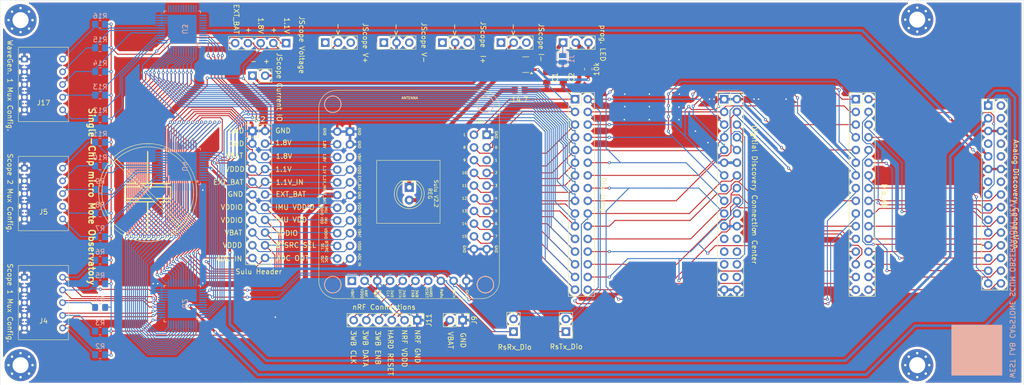
<source format=kicad_pcb>
(kicad_pcb (version 20240108) (generator "pcbnew") (generator_version "8.0")
  (layers (0 "F.Cu" signal "Front") (31 "B.Cu" signal "Back") (34 "B.Paste" user) (35 "F.Paste" user) (36 "B.SilkS" user "B.Silkscreen") (37 "F.SilkS" user "F.Silkscreen") (38 "B.Mask" user) (39 "F.Mask" user) (44 "Edge.Cuts" user))
  (net 0 "")
  (net 1 "Net-(J1-Pin_2)")
  (net 2 "AD_DC_Supply+")
  (net 3 "AD_Scope1+")
  (net 4 "AD_DIO_9")
  (net 5 "JS_V-")
  (net 6 "Trig1")
  (net 7 "AD_Scope2-")
  (net 8 "AD_DIO_3")
  (net 9 "AD_DIO_14")
  (net 10 "AD_DIO_0")
  (net 11 "Trig2")
  (net 12 "AD_DIO_10")
  (net 13 "AD_DC_Supply-")
  (net 14 "AD_Scope2+")
  (net 15 "AD_DIO_6")
  (net 16 "AD_DIO_7")
  (net 17 "AD_DIO_4")
  (net 18 "AD_WaveGen2")
  (net 19 "AD_DIO_2")
  (net 20 "AD_DIO_13")
  (net 21 "AD_WaveGen1")
  (net 22 "AD_DIO_15")
  (net 23 "AD_Scope1-")
  (net 24 "AD_DIO_1")
  (net 25 "AD_DIO_8")
  (net 26 "AD_DIO_11")
  (net 27 "AD_DIO_12")
  (net 28 "AD_DIO_5")
  (net 29 "DD_DIN_1")
  (net 30 "DD_DIN_22")
  (net 31 "DD_DIN_16")
  (net 32 "DD_DIN_19")
  (net 33 "DD_DIN_20")
  (net 34 "DD_DIN_14")
  (net 35 "DD_DIN_18")
  (net 36 "DD_DIN_3")
  (net 37 "DD_DIN_8")
  (net 38 "DD_DIN_17")
  (net 39 "DD_DIN_7")
  (net 40 "DD_DIN_10")
  (net 41 "DD_DIN_13")
  (net 42 "DD_DIN_15")
  (net 43 "DD_DIN_6")
  (net 44 "DD_DIN_4")
  (net 45 "DD_DIN_0")
  (net 46 "DD_DIN_9")
  (net 47 "DD_DIN_11")
  (net 48 "DD_DIN_12")
  (net 49 "DD_DIN_2")
  (net 50 "DD_DIN_21")
  (net 51 "DD_DIN_5")
  (net 52 "DD_DIN_23")
  (net 53 "JS_V+")
  (net 54 "JS_I+")
  (net 55 "JS_I-")
  (net 56 "+5V")
  (net 57 "Scope 1 Mux  1")
  (net 58 "Scope 1 Mux  13")
  (net 59 "Scope 1 Mux  3")
  (net 60 "Scope 1 Mux  5")
  (net 61 "Scope 1 Mux  10")
  (net 62 "Scope 1 Mux  15")
  (net 63 "Scope 1 Mux  11")
  (net 64 "Scope 1 Mux  6")
  (net 65 "Scope 1 Mux  2")
  (net 66 "Scope 1 Mux  8")
  (net 67 "Scope 1 Mux  9")
  (net 68 "Scope 1 Mux  4")
  (net 69 "Scope 1 Mux  14")
  (net 70 "Scope 1 Mux  12")
  (net 71 "Scope 1 Mux  7")
  (net 72 "Scope 1 Mux  16")
  (net 73 "Net-(J11-Pin_2)")
  (net 74 "Net-(J11-Pin_6)")
  (net 75 "Net-(J11-Pin_4)")
  (net 76 "Net-(J11-Pin_5)")
  (net 77 "Net-(J11-Pin_3)")
  (net 78 "Scope 1 Mux  27")
  (net 79 "Scope 1 Mux  28")
  (net 80 "Scope 1 Mux  21")
  (net 81 "Scope 1 Mux  29")
  (net 82 "Scope 1 Mux  25")
  (net 83 "Scope 1 Mux  17")
  (net 84 "Scope 1 Mux  23")
  (net 85 "Scope 1 Mux  18")
  (net 86 "Scope 1 Mux  24")
  (net 87 "Scope 1 Mux  19")
  (net 88 "Scope 1 Mux  22")
  (net 89 "Scope 1 Mux  20")
  (net 90 "Scope 1 Mux  26")
  (net 91 "Scope 1 Mux  31")
  (net 92 "Scope 1 Mux  30")
  (net 93 "Net-(U1-2_led)")
  (net 96 "Scope 1 Mux Control 0")
  (net 97 "Scope 1 Mux  32")
  (net 99 "Scope 1 Mux Control 2")
  (net 100 "Scope 1 Mux Control 3")
  (net 103 "Scope 1 Mux Control 1")
  (net 104 "Scope 1 Mux Control 4")
  (net 109 "WaveGen. Mux Control 3")
  (net 114 "WaveGen. Mux Control 4")
  (net 116 "WaveGen. Mux Control 1")
  (net 120 "WaveGen. Mux Control 0")
  (net 126 "WaveGen. Mux Control 2")
  (net 129 "Scope 2 Mux Control 2")
  (net 130 "Scope 2 Mux Control 4")
  (net 133 "Scope 2 Mux Control 0")
  (net 134 "Scope 2 Mux Control 1")
  (net 136 "Scope 2 Mux Control 3")
  (net 137 "Net-(J12-Pin_6)")
  (net 138 "Net-(J12-Pin_17)")
  (net 139 "Net-(J12-Pin_15)")
  (net 140 "Net-(J12-Pin_19)")
  (net 185 "Net-(J24-Pin_2)")
  (net 186 "Net-(J24-Pin_3)")
  (net 187 "Net-(Q1-G)")
  (net 188 "Net-(Q1-D)")
  (footprint "Capacitor_SMD:C_0805_2012Metric_Pad1.18x1.45mm_HandSolder" (layer "F.Cu") (at 150.5 55.3625 -90)
    (property "Reference" "C1")
    (property "Value" "C" (hide yes))
  )
  (footprint "Connector_PinHeader_2.54mm:PinHeader_1x03_P2.54mm_Vertical" (layer "F.Cu") (at 129.6625 48.4 90)
    (property "Reference" "J18" (hide yes))
    (property "Value" "JScope  I+")
  )
  (footprint "3rdPrty_Footprints:NoCrystal" (layer "F.Cu") (at 70.8 78.5 90)
    (property "Reference" "G***" (hide yes))
    (property "Value" "LOGO" (hide yes))
  )
  (footprint "Connector_PinHeader_2.54mm:PinHeader_1x02_P2.54mm_Vertical" (layer "F.Cu") (at 154.325 106.2 180)
    (property "Reference" "J14" (hide yes))
    (property "Value" "RsTx_Dio")
  )
  (footprint "Connector_PinHeader_2.54mm:PinHeader_1x05_P2.54mm_Vertical" (layer "F.Cu") (at 98.44 48.5 -90)
    (property "Reference" "J16" (hide yes))
    (property "Value" "JScope Voltage" (hide yes))
  )
  (footprint "Connector_PinHeader_2.54mm:PinHeader_1x03_P2.54mm_Vertical" (layer "F.Cu") (at 117.965 48.4 90)
    (property "Reference" "J7" (hide yes))
    (property "Value" "JScope V-")
  )
  (footprint "Connector_PinHeader_2.54mm:PinHeader_2x16_P2.54mm_Vertical" (layer "F.Cu") (at 156.15 59.7132)
    (property "Reference" "J10" (hide yes))
    (property "Value" "Dio_Jump")
  )
  (footprint "Capacitor_SMD:C_0805_2012Metric_Pad1.18x1.45mm_HandSolder" (layer "F.Cu") (at 153.8 55.3625 -90)
    (property "Reference" "C2")
    (property "Value" "C" (hide yes))
  )
  (footprint "Imports:DIP8_208-5_CTS" (layer "F.Cu") (at 46.1803 73.5081)
    (property "Reference" "J5")
    (property "Value" "Scope 2 Mux Config.")
  )
  (footprint "MountingHole:MountingHole_3.2mm_M3_Pad_Via" (layer "F.Cu") (at 224.502944 43.8)
    (property "Reference" "J22" (hide yes))
    (property "Value" "Mounting Hole" (hide yes))
  )
  (footprint "Connector_PinHeader_2.54mm:PinHeader_2x16_P2.54mm_Vertical" (layer "F.Cu") (at 185.9425 59.7132)
    (property "Reference" "J3" (hide yes))
    (property "Value" "Digitial Discovery Connection Center")
  )
  (footprint "Connector_PinHeader_2.54mm:PinHeader_1x03_P2.54mm_Vertical" (layer "F.Cu") (at 141.36 48.4 90)
    (property "Reference" "J19" (hide yes))
    (property "Value" "JScope I-")
  )
  (footprint "Resistor_SMD:R_0805_2012Metric_Pad1.20x1.40mm_HandSolder" (layer "F.Cu") (at 145.1 57.9 180)
    (property "Reference" "R1" (hide yes))
    (property "Value" "14.7")
  )
  (footprint "Connector_PinHeader_2.54mm:PinHeader_1x06_P2.54mm_Vertical" (layer "F.Cu") (at 124.64 103.9 -90)
    (property "Reference" "J11")
    (property "Value" "nRF Connections")
  )
  (footprint "Connector_PinHeader_2.54mm:PinHeader_2x15_P2.54mm_Vertical" (layer "F.Cu") (at 238.675 60.9882)
    (property "Reference" "J2" (hide yes))
    (property "Value" "Analog Discovery Connection")
  )
  (footprint "MountingHole:MountingHole_3.2mm_M3_Pad_Via" (layer "F.Cu") (at 224.502944 112.9)
    (property "Reference" "J23" (hide yes))
    (property "Value" "Mounting Hole" (hide yes))
  )
  (footprint "Connector_PinHeader_2.54mm:PinHeader_1x02_P2.54mm_Vertical" (layer "F.Cu") (at 91.725 55 90)
    (property "Reference" "J8" (hide yes))
    (property "Value" "JScope Current IO")
  )
  (footprint "Resistor_SMD:R_0805_2012Metric_Pad1.20x1.40mm_HandSolder" (layer "F.Cu") (at 158.8 53.7 -90)
    (property "Reference" "10k")
    (property "Value" "100k" (hide yes))
  )
  (footprint "Package_TO_SOT_SMD:SOT-23" (layer "F.Cu") (at 146.3 52.8 180)
    (property "Reference" "Q1" (hide yes))
    (property "Value" "2N7002" (hide yes))
  )
  (footprint "Connector_PinHeader_2.54mm:PinHeader_1x02_P2.54mm_Vertical" (layer "F.Cu") (at 133.7 103.9 -90)
    (property "Reference" "J9")
    (property "Value" "5V_in" (hide yes))
  )
  (footprint "Connector_PinHeader_2.54mm:PinHeader_1x02_P2.54mm_Vertical" (layer "F.Cu") (at 143.86 106.2 180)
    (property "Reference" "J15" (hide yes))
    (property "Value" "RsRx_Dio")
  )
  (footprint "Imports:DIP8_208-5_CTS" (layer "F.Cu") (at 46.1803 51.6891)
    (property "Reference" "J17")
    (property "Value" "WaveGen. 1 Mux Config.")
  )
  (footprint "Connector_PinHeader_2.54mm:PinHeader_1x03_P2.54mm_Vertical" (layer "F.Cu") (at 106.2675 48.4 90)
    (property "Reference" "J6" (hide yes))
    (property "Value" "JScope V+")
  )
  (footprint "Connector_PinHeader_2.54mm:PinHeader_2x16_P2.54mm_Vertical" (layer "F.Cu") (at 212.2275 59.7132)
    (property "Reference" "J13" (hide yes))
    (property "Value" "Dio_AD")
  )
  (footprint "3rdPrty_Footprints:SuLu_Foot" (layer "F.Cu") (at 122.9425 78.5912 -90)
    (property "Reference" "U1" (hide yes))
    (property "Value" "1" (hide yes))
  )
  (footprint "MountingHole:MountingHole_3.2mm_M3_Pad_Via" (layer "F.Cu") (at 45.4 112.9)
    (property "Reference" "J20" (hide yes))
    (property "Value" "Mounting Hole" (hide yes))
  )
  (footprint "Imports:DIP8_208-5_CTS" (layer "F.Cu") (at 46.1803 95.327)
    (property "Reference" "J4")
    (property "Value" "Scope 1 Mux Config.")
  )
  (footprint "Connector_PinHeader_2.54mm:PinHeader_1x03_P2.54mm_Vertical" (layer "F.Cu") (at 153.76 48.4 90)
    (property "Reference" "J24" (hide yes))
    (property "Value" "prog. LED")
  )
  (footprint "Connector_PinHeader_2.54mm:PinHeader_2x11_P2.54mm_Vertical" (layer "F.Cu") (at 91.7025 66.0632)
    (property "Reference" "J12")
    (property "Value" "Sulu Header")
  )
  (footprint "MountingHole:MountingHole_3.2mm_M3_Pad_Via" (layer "F.Cu") (at 45.4 43.9)
    (property "Reference" "J21" (hide yes))
    (property "Value" "Mounting Hole" (hide yes))
  )
  (footprint "3rdPrty_Footprints:SU_48_ADI" (layer "B.Cu") (at 77.7 45.7148 90)
    (property "Reference" "U3")
    (property "Value" "Wave Gen. Mux")
  )
  (footprint "Resistor_SMD:R_0805_2012Metric_Pad1.20x1.40mm_HandSolder" (layer "B.Cu") (at 61.3 110.8047 180)
    (property "Reference" "R2")
    (property "Value" "R_up")
  )
  (footprint "Resistor_SMD:R_0805_2012Metric_Pad1.20x1.40mm_HandSolder" (layer "B.Cu") (at 61.3 101.3618 180)
    (property "Reference" "R4")
    (property "Value" "R_up")
  )
  (footprint "Resistor_SMD:R_0805_2012Metric_Pad1.20x1.40mm_HandSolder" (layer "B.Cu") (at 61.3 63.6189 180)
    (property "Reference" "R12")
    (property "Value" "R_up")
  )
  (footprint "Resistor_SMD:R_0805_2012Metric_Pad1.20x1.40mm_HandSolder" (layer "B.Cu") (at 61.3 87.2118 180)
    (property "Reference" "R7")
    (property "Value" "R_up")
  )
  (footprint "Resistor_SMD:R_0805_2012Metric_Pad1.20x1.40mm_HandSolder" (layer "B.Cu") (at 61.3 54.1761 180)
    (property "Reference" "R14")
    (property "Value" "R_up")
  )
  (footprint "Resistor_SMD:R_0805_2012Metric_Pad1.20x1.40mm_HandSolder" (layer "B.Cu") (at 61.3 91.9189 180)
    (property "Reference" "R6")
    (property "Value" "R_up")
  )
  (footprint "Resistor_SMD:R_0805_2012Metric_Pad1.20x1.40mm_HandSolder" (layer "B.Cu") (at 61.3 44.7332 180)
    (property "Reference" "R16")
    (property "Value" "R_up")
  )
  (footprint "Resistor_SMD:R_0805_2012Metric_Pad1.20x1.40mm_HandSolder" (layer "B.Cu") (at 61.3 77.7689 180)
    (property "Reference" "R9")
    (property "Value" "R_up")
  )
  (footprint "3rdPrty_Footprints:SU_48_ADI" (layer "B.Cu") (at 77.7 100.6 90)
    (property "Reference" "U2")
    (property "Value" "Scope 1 Mux")
  )
  (footprint "Resistor_SMD:R_0805_2012Metric_Pad1.20x1.40mm_HandSolder" (layer "B.Cu") (at 61.3 58.8975 180)
    (property "Reference" "R13")
    (property "Value" "R_up")
  )
  (footprint "Jumper:SolderJumper-2_P1.3mm_Open_Pad1.0x1.5mm" (layer "B.Cu") (at 153.7 51.65 90)
    (property "Reference" "J1")
    (property "Value" "GND/CUT")
  )
  (footprint "Resistor_SMD:R_0805_2012Metric_Pad1.20x1.40mm_HandSolder" (layer "B.Cu") (at 61.3 106.0832 180)
    (property "Reference" "R3")
    (property "Value" "R_up")
  )
  (footprint "3rdPrty_Footprints:SU_48_ADI" (layer "B.Cu") (at 77.7 73.1574 90)
    (property "Reference" "U4")
    (property "Value" "Scope 2 Mux")
  )
  (footprint "Resistor_SMD:R_0805_2012Metric_Pad1.20x1.40mm_HandSolder" (layer "B.Cu") (at 61.3 96.6404 180)
    (property "Reference" "R5")
    (property "Value" "R_up")
  )
  (footprint "Resistor_SMD:R_0805_2012Metric_Pad1.20x1.40mm_HandSolder" (layer "B.Cu") (at 61.3 82.4904 180)
    (property "Reference" "R8")
    (property "Value" "R_up")
  )
  (footprint "Resistor_SMD:R_0805_2012Metric_Pad1.20x1.40mm_HandSolder" (layer "B.Cu") (at 61.3 73.0475 180)
    (property "Reference" "R10")
    (property "Value" "R_up")
  )
  (footprint "Resistor_SMD:R_0805_2012Metric_Pad1.20x1.40mm_HandSolder" (layer "B.Cu") (at 61.3 49.4547 180)
    (property "Reference" "R15")
    (property "Value" "R_up")
  )
  (footprint "Resistor_SMD:R_0805_2012Metric_Pad1.20x1.40mm_HandSolder" (layer "B.Cu") (at 61.3 68.3261 180)
    (property "Reference" "R11")
    (property "Value" "R_up")
  )
  (gr_rect (start 231.4 104.9) (end 241.4 114.9) (stroke (width 0.1524)) (fill solid) (layer "B.SilkS"))
  (gr_rect (start 41.4 39.9) (end 245.8 116.9) (stroke (width 0.05)) (fill none) (layer "Edge.Cuts"))
  (gr_text "WEST LAB CAPSTONE SCUM OBSERVATORY REV1" (at 242.9 115.6 270) (layer "B.SilkS") (effects (font (size 1 1)) (justify left bottom mirror)))
  (gr_text "HARD RESET" (at 118.7 105.7 270) (layer "F.SilkS") (effects (font (size 1 1)) (justify left bottom)))
  (gr_text "Single-Chip micro Mote Observatory" (at 58.9 61.3 -90) (layer "F.SilkS") (effects (font (size 1.27 1.27) (thickness 0.254) (bold yes)) (justify left bottom)))
  (gr_text "3WB ENB" (at 116.2 105.9 270) (layer "F.SilkS") (effects (font (size 1 1)) (justify left bottom)))
  (gr_text "+" (at 93.8 52.7 0) (layer "F.SilkS") (effects (font (size 1 1) (thickness 0.1524) (bold yes)) (justify left bottom)))
  (gr_text "1.8V" (at 96.3 71.7 0) (layer "F.SilkS") (effects (font (size 1 1)) (justify left bottom)))
  (gr_text "GND" (at 133.2 106.3 270) (layer "F.SilkS") (effects (font (size 1 1)) (justify left bottom)))
  (gr_text "VBAT" (at 86.1 87 0) (layer "F.SilkS") (effects (font (size 1 1)) (justify left bottom)))
  (gr_text "EXT_BAT" (at 83.8 76.9 0) (layer "F.SilkS") (effects (font (size 1 1)) (justify left bottom)))
  (gr_text "GND" (at 86.9 66.6 0) (layer "F.SilkS") (effects (font (size 1 1)) (justify left bottom)))
  (gr_text "->" (at 143.3 44.5 270) (layer "F.SilkS") (effects (font (size 1 1)) (justify left bottom)))
  (gr_text "VDDD" (at 86.2 74.3 0) (layer "F.SilkS") (effects (font (size 1 1)) (justify left bottom)))
  (gr_text "VBAT" (at 130.7 106.1 270) (layer "F.SilkS") (effects (font (size 1 1)) (justify left bottom)))
  (gr_text "VDDIO" (at 96.3 87.1 0) (layer "F.SilkS") (effects (font (size 1 1)) (justify left bottom)))
  (gr_text "IMU VDDIO" (at 96.2 81.9 0) (layer "F.SilkS") (effects (font (size 1 1)) (justify left bottom)))
  (gr_text "NRF GND" (at 124.1 105.7 270) (layer "F.SilkS") (effects (font (size 1 1)) (justify left bottom)))
  (gr_text "+" (at 91.62 45.4 180) (layer "F.SilkS") (effects (font (size 1 1) (thickness 0.1524) (bold yes)) (justify left bottom)))
  (gr_text "3WB DATA" (at 113.7 105.8 270) (layer "F.SilkS") (effects (font (size 1 1)) (justify left bottom)))
  (gr_text "EXT_BAT" (at 96.3 79.3 0) (layer "F.SilkS") (effects (font (size 1 1)) (justify left bottom)))
  (gr_text "1.1V_IN" (at 96.3 76.9 0) (layer "F.SilkS") (effects (font (size 1 1)) (justify left bottom)))
  (gr_text "3WB CLK" (at 111.3 105.9 -90) (layer "F.SilkS") (effects (font (size 1 1)) (justify left bottom)))
  (gr_text "BTSRC SEL" (at 96.2 89.5 0) (layer "F.SilkS") (effects (font (size 1 1)) (justify left bottom)))
  (gr_text "-" (at 91.2 52.7 0) (layer "F.SilkS") (effects (font (size 1 1) (thickness 0.1524) (bold yes)) (justify left bottom)))
  (gr_text "1.1V" (at 98.6 45 -90) (layer "F.SilkS") (effects (font (size 1 1))))
  (gr_text "IMU VDD" (at 96.2 84.4 0) (layer "F.SilkS") (effects (font (size 1 1)) (justify left bottom)))
  (gr_text "VDDD" (at 85.7 89.5 0) (layer "F.SilkS") (effects (font (size 1 1)) (justify left bottom)))
  (gr_text "1.8V" (at 93.4 45 -90) (layer "F.SilkS") (effects (font (size 1 1))))
  (gr_text "ADC OUT" (at 96.4 92.1 0) (layer "F.SilkS") (effects (font (size 1 1)) (justify left bottom)))
  (gr_text "->" (at 131.6 44.5 270) (layer "F.SilkS") (effects (font (size 1 1)) (justify left bottom)))
  (gr_text "1.8V" (at 96.2 69 0) (layer "F.SilkS") (effects (font (size 1 1)) (justify left bottom)))
  (gr_text "->" (at 108.3 44.4 270) (layer "F.SilkS") (effects (font (size 1 1)) (justify left bottom)))
  (gr_text "JScope Voltage" (at 101 43 270) (layer "F.SilkS") (effects (font (size 1 1) (thickness 0.1524) (bold yes)) (justify left bottom)))
  (gr_text "VBAT" (at 86.3 71.6 0) (layer "F.SilkS") (effects (font (size 1 1)) (justify left bottom)))
  (gr_text "GND" (at 86.9 69.2 0) (layer "F.SilkS") (effects (font (size 1 1)) (justify left bottom)))
  (gr_text "+" (at 96.72 45.4 180) (layer "F.SilkS") (effects (font (size 1 1) (thickness 0.1524) (bold yes)) (justify left bottom)))
  (gr_text "EXT_BAT" (at 88.5 43.7 -90) (layer "F.SilkS") (effects (font (size 1 1))))
  (gr_text "GND" (at 86.7 79.3 0) (layer "F.SilkS") (effects (font (size 1 1)) (justify left bottom)))
  (gr_text "VDDIO" (at 85.3 81.9 0) (layer "F.SilkS") (effects (font (size 1 1)) (justify left bottom)))
  (gr_text "VDDIO" (at 85.3 84.5 0) (layer "F.SilkS") (effects (font (size 1 1)) (justify left bottom)))
  (gr_text "GND" (at 96.2 66.6 0) (layer "F.SilkS") (effects (font (size 1 1)) (justify left bottom)))
  (gr_text "NRF VDDD" (at 121.5 105.7 270) (layer "F.SilkS") (effects (font (size 1 1)) (justify left bottom)))
  (gr_text "->" (at 119.9 44.5 270) (layer "F.SilkS") (effects (font (size 1 1)) (justify left bottom)))
  (gr_text "ADC IN" (at 84.4 92.2 0) (layer "F.SilkS") (effects (font (size 1 1)) (justify left bottom)))
  (gr_text "1.1V" (at 96.2 74.3 0) (layer "F.SilkS") (effects (font (size 1 1)) (justify left bottom)))
  (segment (start 147.2375 51.85) (end 150.31 51.85) (width 0.8) (layer "F.Cu") (net 1))
  (segment (start 150.31 51.85) (end 153.76 48.4) (width 0.8) (layer "F.Cu") (net 1))
  (segment (start 150.5 54.325) (end 153.8 54.325) (width 0.8) (layer "F.Cu") (net 1))
  (segment (start 150.31 51.85) (end 150.5 52.04) (width 0.8) (layer "F.Cu") (net 1))
  (segment (start 150.5 52.04) (end 150.5 54.325) (width 0.8) (layer "F.Cu") (net 1))
  (segment (start 153.7 51) (end 153.7 48.46) (width 0.2) (layer "B.Cu") (net 1))
  (segment (start 153.7 48.46) (end 153.76 48.4) (width 0.2) (layer "B.Cu") (net 1))
  (segment (start 79.1 101.1) (end 84.3 106.3) (width 0.5) (layer "F.Cu") (net 3))
  (via (at 84.3 106.3) (size 0.6) (drill 0.3) (layers "F.Cu" "B.Cu") (net 3))
  (via (at 79.1 101.1) (size 0.6) (drill 0.3) (layers "F.Cu" "B.Cu") (net 3))
  (segment (start 242.6 58) (end 240 58) (width 0.5) (layer "B.Cu") (net 3))
  (segment (start 84.3 106.3) (end 92.8 114.8) (width 0.5) (layer "B.Cu") (net 3))
  (segment (start 244 59.4) (end 242.6 58) (width 0.5) (layer "B.Cu") (net 3))
  (segment (start 224.1 105) (end 238.1 105) (width 0.5) (layer "B.Cu") (net 3))
  (segment (start 214.3 114.8) (end 224.1 105) (width 0.5) (layer "B.Cu") (net 3))
  (segment (start 238.675 59.325) (end 238.675 60.9882) (width 0.5) (layer "B.Cu") (net 3))
  (segment (start 92.8 114.8) (end 214.3 114.8) (width 0.5) (layer "B.Cu") (net 3))
  (segment (start 244 99.1) (end 244 59.4) (width 0.5) (layer "B.Cu") (net 3))
  (segment (start 238.1 105) (end 244 99.1) (width 0.5) (layer "B.Cu") (net 3))
  (segment (start 79.35 100.85) (end 79.1 101.1) (width 0.5) (layer "B.Cu") (net 3))
  (segment (start 240 58) (end 238.675 59.325) (width 0.5) (layer "B.Cu") (net 3))
  (segment (start 81.8148 100.85) (end 79.35 100.85) (width 0.3) (layer "B.Cu") (net 3))
  (segment (start 81.8148 100.85) (end 82.65 100.85) (width 0.2) (layer "B.Cu") (net 3))
  (segment (start 240.3318 81.3082) (end 241.215 81.3082) (width 0.2) (layer "F.Cu") (net 4))
  (segment (start 214.7675 82.5732) (end 215.9192 82.5732) (width 0.2) (layer "F.Cu") (net 4))
  (segment (start 239.1781 82.4619) (end 240.3318 81.3082) (width 0.2) (layer "F.Cu") (net 4))
  (segment (start 237.2523 82.4619) (end 239.1781 82.4619) (width 0.2) (layer "F.Cu") (net 4))
  (segment (start 216.9252 81.5672) (end 236.3576 81.5672) (width 0.2) (layer "F.Cu") (net 4))
  (segment (start 236.3576 81.5672) (end 237.2523 82.4619) (width 0.2) (layer "F.Cu") (net 4))
  (segment (start 215.9192 82.5732) (end 216.9252 81.5672) (width 0.2) (layer "F.Cu") (net 4))
  (via (at 166 63.8) (size 0.6) (drill 0.3) (layers "F.Cu" "B.Cu") (net 5))
  (via (at 171 58.7) (size 0.6) (drill 0.3) (layers "F.Cu" "B.Cu") (net 5))
  (via (at 192.1 86.2) (size 0.6) (drill 0.3) (layers "F.Cu" "B.Cu") (net 5))
  (via (at 166.1 58.7) (size 0.6) (drill 0.3) (layers "F.Cu" "B.Cu") (net 5))
  (via (at 192.8 59.7) (size 0.6) (drill 0.3) (layers "F.Cu" "B.Cu") (net 5))
  (via (at 191.9 59.7) (size 0.6) (drill 0.3) (layers "F.Cu" "B.Cu") (net 5))
  (via (at 198.3 59.7) (size 0.6) (drill 0.3) (layers "F.Cu" "B.Cu") (net 5))
  (via (at 96.3 103.3) (size 0.6) (drill 0.3) (layers "F.Cu" "B.Cu") (net 5))
  (via (at 166.1 61.2) (size 0.6) (drill 0.3) (layers "F.Cu" "B.Cu") (net 5))
  (via (at 72.8 96.6) (size 0.6) (drill 0.3) (layers "F.Cu" "B.Cu") (net 5))
  (via (at 180.2 66.1) (size 0.6) (drill 0.3) (layers "F.Cu" "B.Cu") (net 5))
  (via (at 182.7 68.4) (size 0.6) (drill 0.3) (layers "F.Cu" "B.Cu") (net 5))
  (via (at 183.9 59.7) (size 0.6) (drill 0.3) (layers "F.Cu" "B.Cu") (net 5))
  (via (at 171 63.8) (size 0.6) (drill 0.3) (layers "F.Cu" "B.Cu") (net 5))
  (via (at 177 58.7) (size 0.6) (drill 0.3) (layers "F.Cu" "B.Cu") (net 5))
  (via (at 81.8 96.5) (size 0.6) (drill 0.3) (layers "F.Cu" "B.Cu") (net 5))
  (via (at 176.9 61.3) (size 0.6) (drill 0.3) (layers "F.Cu" "B.Cu") (net 5))
  (via (at 183 59.7) (size 0.6) (drill 0.3) (layers "F.Cu" "B.Cu") (net 5))
  (via (at 176.9 63.8) (size 0.6) (drill 0.3) (layers "F.Cu" "B.Cu") (net 5))
  (via (at 171 61.2) (size 0.6) (drill 0.3) (layers "F.Cu" "B.Cu") (net 5))
  (via (at 81.8 77.9) (size 0.6) (drill 0.3) (layers "F.Cu" "B.Cu") (net 5))
  (via (at 71.9 96.6) (size 0.6) (drill 0.3) (layers "F.Cu" "B.Cu") (net 5))
  (segment (start 124.5233 103.9) (end 116.6585 96.0352) (width 0.2) (layer "B.Cu") (net 5))
  (segment (start 91.7025 66.0632) (end 94.2425 66.0632) (width 0.2) (layer "B.Cu") (net 5))
  (segment (start 75.149999 99.849999) (end 75.2 99.9) (width 0.2) (layer "B.Cu") (net 5))
  (segment (start 92.9795 69.8802) (end 110.048 69.8802) (width 0.2) (layer "B.Cu") (net 5))
  (segment (start 73.5852 99.849999) (end 75.149999 99.849999) (width 0.2) (layer "B.Cu") (net 5))
  (segment (start 72.4648 44.9648) (end 72 44.5) (width 0.2) (layer "B.Cu") (net 5))
  (segment (start 110.048 80.0402) (end 111.198 78.8902) (width 0.2) (layer "B.Cu") (net 5))
  (segment (start 111.1975 66.1902) (end 108.658 66.1902) (width 0.2) (layer "B.Cu") (net 5))
  (segment (start 110.048 69.8802) (end 111.198 68.7302) (width 0.2) (layer "B.Cu") (net 5))
  (segment (start 135.962 89.6852) (end 135.9625 89.6852) (width 0.2) (layer "B.Cu") (net 5))
  (segment (start 92.9795 80.0402) (end 110.048 80.0402) (width 0.2) (layer "B.Cu") (net 5))
  (segment (start 111.198 66.1902) (end 111.1975 66.1902) (width 0.2) (layer "B.Cu") (net 5))
  (segment (start 91.7025 68.6032) (end 92.9795 69.8802) (width 0.2) (layer "B.Cu") (net 5))
  (segment (start 135.9625 89.6852) (end 138.502 89.6852) (width 0.2) (layer "B.Cu") (net 5))
  (segment (start 73.5852 72.407399) (end 75.492601 72.407399) (width 0.2) (layer "B.Cu") (net 5))
  (segment (start 111.198 68.7302) (end 111.198 66.1902) (width 0.2) (layer "B.Cu") (net 5))
  (segment (start 75.492601 72.407399) (end 75.5 72.4) (width 0.2) (layer "B.Cu") (net 5))
  (segment (start 91.7025 78.7632) (end 92.9795 80.0402) (width 0.2) (layer "B.Cu") (net 5))
  (segment (start 124.64 103.9) (end 124.5233 103.9) (width 0.2) (layer "B.Cu") (net 5))
  (segment (start 73.5852 44.9648) (end 72.4648 44.9648) (width 0.2) (layer "B.Cu") (net 5))
  (segment (start 233.124 67.3332) (end 214.7675 67.3332) (width 0.2) (layer "F.Cu") (net 8))
  (segment (start 235.6064 69.8156) (end 233.124 67.3332) (width 0.2) (layer "F.Cu") (net 8))
  (via (at 235.6064 69.8156) (size 0.6) (drill 0.3) (layers "F.Cu" "B.Cu") (net 8))
  (segment (start 237.5233 84.3728) (end 237.5233 71.7325) (width 0.2) (layer "B.Cu") (net 8))
  (segment (start 238.675 85.5245) (end 237.5233 84.3728) (width 0.2) (layer "B.Cu") (net 8))
  (segment (start 237.5233 71.7325) (end 235.6064 69.8156) (width 0.2) (layer "B.Cu") (net 8))
  (segment (start 238.675 86.3882) (end 238.675 85.5245) (width 0.2) (layer "B.Cu") (net 8))
  (segment (start 239.0862 95.2732) (end 214.7675 95.2732) (width 0.2) (layer "F.Cu") (net 9))
  (segment (start 240.3512 94.0082) (end 239.0862 95.2732) (width 0.2) (layer "F.Cu") (net 9))
  (segment (start 241.215 94.0082) (end 240.3512 94.0082) (width 0.2) (layer "F.Cu") (net 9))
  (segment (start 218.5825 62.3765) (end 239.1521 62.3765) (width 0.2) (layer "F.Cu") (net 10))
  (segment (start 239.8267 63.0511) (end 239.8267 64.5431) (width 0.2) (layer "F.Cu") (net 10))
  (segment (start 239.1521 62.3765) (end 239.8267 63.0511) (width 0.2) (layer "F.Cu") (net 10))
  (segment (start 214.7675 59.7132) (end 215.9192 59.7132) (width 0.2) (layer "F.Cu") (net 10))
  (segment (start 215.9192 59.7132) (end 218.5825 62.3765) (width 0.2) (layer "F.Cu") (net 10))
  (segment (start 239.8267 64.5431) (end 239.7583 64.6115) (width 0.2) (layer "F.Cu") (net 10))
  (via (at 239.7583 64.6115) (size 0.6) (drill 0.3) (layers "F.Cu" "B.Cu") (net 10))
  (segment (start 238.675 77.885) (end 239.8516 76.7084) (width 0.2) (layer "B.Cu") (net 10))
  (segment (start 238.675 78.7682) (end 238.675 77.885) (width 0.2) (layer "B.Cu") (net 10))
  (segment (start 239.8516 76.7084) (end 239.8516 64.7048) (width 0.2) (layer "B.Cu") (net 10))
  (segment (start 239.8516 64.7048) (end 239.7583 64.6115) (width 0.2) (layer "B.Cu") (net 10))
  (segment (start 239.0862 85.1132) (end 214.7675 85.1132) (width 0.2) (layer "F.Cu") (net 12))
  (segment (start 240.3512 83.8482) (end 239.0862 85.1132) (width 0.2) (layer "F.Cu") (net 12))
  (segment (start 241.215 83.8482) (end 240.3512 83.8482) (width 0.2) (layer "F.Cu") (net 12))
  (segment (start 83.6 73.7) (end 87.2 77.3) (width 0.5) (layer "F.Cu") (net 14))
  (segment (start 87.2 77.3) (end 87.2 90.4) (width 0.5) (layer "F.Cu") (net 14))
  (via (at 83.6 73.7) (size 0.6) (drill 0.3) (layers "F.Cu" "B.Cu") (net 14))
  (via (at 87.2 90.4) (size 0.6) (drill 0.3) (layers "F.Cu" "B.Cu") (net 14))
  (segment (start 81.8148 73.4074) (end 83.3074 73.4074) (width 0.3) (layer "B.Cu") (net 14))
  (segment (start 210.2 112) (end 231.1 91.1) (width 0.5) (layer "B.Cu") (net 14))
  (segment (start 94.5 112) (end 210.2 112) (width 0.5) (layer "B.Cu") (net 14))
  (segment (start 81.8074 73.4) (end 81.8148 73.4074) (width 0.2) (layer "B.Cu") (net 14))
  (segment (start 231.1 71.1032) (end 238.675 63.5282) (width 0.5) (layer "B.Cu") (net 14))
  (segment (start 87.2 90.4) (end 87.2 104.7) (width 0.5) (layer "B.Cu") (net 14))
  (segment (start 231.1 91.1) (end 231.1 71.1032) (width 0.5) (layer "B.Cu") (net 14))
  (segment (start 87.2 104.7) (end 94.5 112) (width 0.5) (layer "B.Cu") (net 14))
  (segment (start 83.3074 73.4074) (end 83.6 73.7) (width 0.5) (layer "B.Cu") (net 14))
  (segment (start 218.4613 94.0032) (end 237.5183 94.0032) (width 0.2) (layer "F.Cu") (net 15))
  (segment (start 238.675 94.0082) (end 237.5233 94.0082) (width 0.2) (layer "F.Cu") (net 15))
  (segment (start 237.5183 94.0032) (end 237.5233 94.0082) (width 0.2) (layer "F.Cu") (net 15))
  (via (at 218.4613 94.0032) (size 0.6) (drill 0.3) (layers "F.Cu" "B.Cu") (net 15))
  (segment (start 215.9192 76.9686) (end 215.9192 87.2061) (width 0.2) (layer "B.Cu") (net 15))
  (segment (start 215.9192 87.2061) (end 218.4613 89.7482) (width 0.2) (layer "B.Cu") (net 15))
  (segment (start 214.7675 75.8169) (end 215.9192 76.9686) (width 0.2) (layer "B.Cu") (net 15))
  (segment (start 214.7675 74.9532) (end 214.7675 75.8169) (width 0.2) (layer "B.Cu") (net 15))
  (segment (start 218.4613 89.7482) (end 218.4613 94.0032) (width 0.2) (layer "B.Cu") (net 15))
  (segment (start 214.7675 77.4932) (end 234.5439 77.4932) (width 0.2) (layer "F.Cu") (net 16))
  (segment (start 234.5439 77.4932) (end 236.3119 79.2612) (width 0.2) (layer "F.Cu") (net 16))
  (via (at 236.3119 79.2612) (size 0.6) (drill 0.3) (layers "F.Cu" "B.Cu") (net 16))
  (segment (start 236.3119 93.3213) (end 236.3119 79.2612) (width 0.2) (layer "B.Cu") (net 16))
  (segment (start 238.675 95.6844) (end 236.3119 93.3213) (width 0.2) (layer "B.Cu") (net 16))
  (segment (start 238.675 96.5482) (end 238.675 95.6844) (width 0.2) (layer "B.Cu") (net 16))
  (segment (start 237.3316 88.7365) (end 237.5233 88.9282) (width 0.2) (layer "F.Cu") (net 17))
  (segment (start 215.7195 88.7365) (end 237.3316 88.7365) (width 0.2) (layer "F.Cu") (net 17))
  (segment (start 238.675 88.9282) (end 237.5233 88.9282) (width 0.2) (layer "F.Cu") (net 17))
  (via (at 215.7195 88.7365) (size 0.6) (drill 0.3) (layers "F.Cu" "B.Cu") (net 17))
  (segment (start 213.5856 71.9189) (end 213.5856 88.1034) (width 0.2) (layer "B.Cu") (net 17))
  (segment (start 215.6511 88.8049) (end 215.7195 88.7365) (width 0.2) (layer "B.Cu") (net 17))
  (segment (start 214.7675 69.8732) (end 214.7675 70.737) (width 0.2) (layer "B.Cu") (net 17))
  (segment (start 214.2871 88.8049) (end 215.6511 88.8049) (width 0.2) (layer "B.Cu") (net 17))
  (segment (start 214.7675 70.737) (end 213.5856 71.9189) (width 0.2) (layer "B.Cu") (net 17))
  (segment (start 213.5856 88.1034) (end 214.2871 88.8049) (width 0.2) (layer "B.Cu") (net 17))
  (segment (start 237.5233 83.8482) (end 235.8594 82.1843) (width 0.2) (layer "F.Cu") (net 19))
  (segment (start 238.675 83.8482) (end 237.5233 83.8482) (width 0.2) (layer "F.Cu") (net 19))
  (segment (start 235.8594 82.1843) (end 221.4388 82.1843) (width 0.2) (layer "F.Cu") (net 19))
  (via (at 221.4388 82.1843) (size 0.6) (drill 0.3) (layers "F.Cu" "B.Cu") (net 19))
  (segment (start 221.4388 82.1843) (end 221.4388 72.3477) (width 0.2) (layer "B.Cu") (net 19))
  (segment (start 214.7675 65.6764) (end 214.7675 64.7932) (width 0.2) (layer "B.Cu") (net 19))
  (segment (start 221.4388 72.3477) (end 214.7675 65.6764) (width 0.2) (layer "B.Cu") (net 19))
  (segment (start 241.215 91.4682) (end 240.3512 91.4682) (width 0.2) (layer "F.Cu") (net 20))
  (segment (start 240.3512 91.4682) (end 239.0862 92.7332) (width 0.2) (layer "F.Cu") (net 20))
  (segment (start 239.0862 92.7332) (end 214.7675 92.7332) (width 0.2) (layer "F.Cu") (net 20))
  (segment (start 231.127 63.6) (end 238.675 71.1482) (width 0.5) (layer "F.Cu") (net 21))
  (segment (start 231.1 63.6) (end 231.127 63.6) (width 0.3) (layer "F.Cu") (net 21))
  (via (at 231.1 63.6) (size 0.6) (drill 0.3) (layers "F.Cu" "B.Cu") (net 21))
  (segment (start 83.8 45.9648) (end 81.8148 45.9648) (width 0.3) (layer "B.Cu") (net 21))
  (segment (start 231.1 63.6) (end 213.465 45.9648) (width 0.5) (layer "B.Cu") (net 21))
  (segment (start 213.465 45.9648) (end 83.8 45.9648) (width 0.5) (layer "B.Cu") (net 21))
  (segment (start 240.3512 96.5482) (end 239.0862 97.8132) (width 0.2) (layer "F.Cu") (net 22))
  (segment (start 239.0862 97.8132) (end 214.7675 97.8132) (width 0.2) (layer "F.Cu") (net 22))
  (segment (start 241.215 96.5482) (end 240.3512 96.5482) (width 0.2) (layer "F.Cu") (net 22))
  (segment (start 217.1003 80.831) (end 216.6971 80.4278) (width 0.2) (layer "F.Cu") (net 24))
  (segment (start 237.5233 81.3082) (end 237.0461 80.831) (width 0.2) (layer "F.Cu") (net 24))
  (segment (start 237.0461 80.831) (end 217.1003 80.831) (width 0.2) (layer "F.Cu") (net 24))
  (segment (start 238.675 81.3082) (end 237.5233 81.3082) (width 0.2) (layer "F.Cu") (net 24))
  (via (at 216.6971 80.4278) (size 0.6) (drill 0.3) (layers "F.Cu" "B.Cu") (net 24))
  (segment (start 214.7675 62.2532) (end 214.7675 63.117) (width 0.2) (layer "B.Cu") (net 24))
  (segment (start 214.3491 68.6032) (end 215.1334 68.6032) (width 0.2) (layer "B.Cu") (net 24))
  (segment (start 213.5574 64.3271) (end 213.5574 67.8115) (width 0.2) (layer "B.Cu") (net 24))
  (segment (start 214.7675 63.117) (end 213.5574 64.3271) (width 0.2) (layer "B.Cu") (net 24))
  (segment (start 213.5574 67.8115) (end 214.3491 68.6032) (width 0.2) (layer "B.Cu") (net 24))
  (segment (start 216.6971 70.1669) (end 216.6971 80.4278) (width 0.2) (layer "B.Cu") (net 24))
  (segment (start 215.1334 68.6032) (end 216.6971 70.1669) (width 0.2) (layer "B.Cu") (net 24))
  (segment (start 216.1263 79.8261) (end 215.9192 80.0332) (width 0.2) (layer "F.Cu") (net 25))
  (segment (start 240.3512 78.7682) (end 239.0862 80.0332) (width 0.2) (layer "F.Cu") (net 25))
  (segment (start 216.9463 79.8261) (end 216.1263 79.8261) (width 0.2) (layer "F.Cu") (net 25))
  (segment (start 215.9192 80.0332) (end 214.7675 80.0332) (width 0.2) (layer "F.Cu") (net 25))
  (segment (start 239.0862 80.0332) (end 217.1534 80.0332) (width 0.2) (layer "F.Cu") (net 25))
  (segment (start 241.215 78.7682) (end 240.3512 78.7682) (width 0.2) (layer "F.Cu") (net 25))
  (segment (start 217.1534 80.0332) (end 216.9463 79.8261) (width 0.2) (layer "F.Cu") (net 25))
  (segment (start 240.3512 86.3882) (end 239.0862 87.6532) (width 0.2) (layer "F.Cu") (net 26))
  (segment (start 241.215 86.3882) (end 240.3512 86.3882) (width 0.2) (layer "F.Cu") (net 26))
  (segment (start 239.0862 87.6532) (end 214.7675 87.6532) (width 0.2) (layer "F.Cu") (net 26))
  (segment (start 241.215 88.9282) (end 240.3512 88.9282) (width 0.2) (layer "F.Cu") (net 27))
  (segment (start 215.9192 90.1932) (end 214.7675 90.1932) (width 0.2) (layer "F.Cu") (net 27))
  (segment (start 215.9192 90.1931) (end 215.9192 90.1932) (width 0.2) (layer "F.Cu") (net 27))
  (segment (start 240.3512 88.9282) (end 239.0863 90.1931) (width 0.2) (layer "F.Cu") (net 27))
  (segment (start 239.0863 90.1931) (end 215.9192 90.1931) (width 0.2) (layer "F.Cu") (net 27))
  (segment (start 238.675 91.4682) (end 221.0318 91.4682) (width 0.2) (layer "F.Cu") (net 28))
  (segment (start 218.2132 72.4132) (end 218.3 72.5) (width 0.2) (layer "F.Cu") (net 28))
  (segment (start 221.0318 91.4682) (end 221 91.5) (width 0.2) (layer "F.Cu") (net 28))
  (segment (start 214.7675 72.4132) (end 218.2132 72.4132) (width 0.2) (layer "F.Cu") (net 28))
  (via (at 218.3 72.5) (size 0.6) (drill 0.3) (layers "F.Cu" "B.Cu") (net 28))
  (via (at 221 91.5) (size 0.6) (drill 0.3) (layers "F.Cu" "B.Cu") (net 28))
  (segment (start 219.5 90) (end 221 91.5) (width 0.2) (layer "B.Cu") (net 28))
  (segment (start 219.5 73.7) (end 219.5 90) (width 0.2) (layer "B.Cu") (net 28))
  (segment (start 218.3 72.5) (end 219.5 73.7) (width 0.2) (layer "B.Cu") (net 28))
  (segment (start 207.8578 58.0745) (end 209.4965 59.7132) (width 0.2) (layer "F.Cu") (net 29))
  (segment (start 179.668 58.7138) (end 180.3073 58.0745) (width 0.2) (layer "F.Cu") (net 29))
  (segment (start 209.4965 59.7132) (end 212.2275 59.7132) (width 0.2) (layer "F.Cu") (net 29))
  (segment (start 180.3073 58.0745) (end 207.8578 58.0745) (width 0.2) (layer "F.Cu") (net 29))
  (segment (start 158.69 59.7132) (end 163 59.7132) (width 0.2) (layer "F.Cu") (net 29))
  (via (at 179.668 58.7138) (size 0.6) (drill 0.3) (layers "F.Cu" "B.Cu") (net 29))
  (via (at 163 59.7132) (size 0.6) (drill 0.3) (layers "F.Cu" "B.Cu") (net 29))
  (segment (start 155.527 103.66) (end 161.2 97.9871) (width 0.2) (layer "B.Cu") (net 29))
  (segment (start 185.147 63.9982) (end 185.1475 63.9982) (width 0.2) (layer "B.Cu") (net 29))
  (segment (start 179.668 59.5357) (end 179.668 58.7138) (width 0.2) (layer "B.Cu") (net 29))
  (segment (start 161.2 97.9871) (end 161.2 62.2232) (width 0.2) (layer "B.Cu") (net 29))
  (segment (start 163 59.7132) (end 179.4905 59.7132) (width 0.2) (layer "B.Cu") (net 29))
  (segment (start 179.4905 59.7132) (end 180.862 59.7132) (width 0.2) (layer "B.Cu") (net 29))
  (segment (start 154.325 103.66) (end 155.527 103.66) (width 0.2) (layer "B.Cu") (net 29))
  (segment (start 185.1475 63.9982) (end 185.9425 64.7932) (width 0.2) (layer "B.Cu") (net 29))
  (segment (start 185.147 63.9982) (end 185.942 64.7932) (width 0.2) (layer "B.Cu") (net 29))
  (segment (start 179.4905 59.7132) (end 179.668 59.5357) (width 0.2) (layer "B.Cu") (net 29))
  (segment (start 180.862 59.7132) (end 185.147 63.9982) (width 0.2) (layer "B.Cu") (net 29))
  (segment (start 161.2 62.2232) (end 158.69 59.7132) (width 0.2) (layer "B.Cu") (net 29))
  (segment (start 158.69 92.7332) (end 176.456 92.7332) (width 0.2) (layer "F.Cu") (net 34))
  (segment (start 213.4376 89.715) (end 212.6458 88.9232) (width 0.2) (layer "F.Cu") (net 34))
  (segment (start 211.3981 88.9232) (end 209.1399 86.665) (width 0.2) (layer "F.Cu") (net 34))
  (segment (start 195.879 86.665) (end 190.637 81.423) (width 0.2) (layer "F.Cu") (net 34))
  (segment (start 186.419 83.7232) (end 187.2 82.942) (width 0.2) (layer "F.Cu") (net 34))
  (segment (start 188.9611 81.423) (end 188.9596 81.4215) (width 0.2) (layer "F.Cu") (net 34))
  (segment (start 213.4376 90.6593) (end 213.4376 89.715) (width 0.2) (layer "F.Cu") (net 34))
  (segment (start 212.2275 92.7332) (end 212.2275 91.8694) (width 0.2) (layer "F.Cu") (net 34))
  (segment (start 187.998 80.5174) (end 188.482 80.0332) (width 0.2) (layer "F.Cu") (net 34))
  (segment (start 212.6458 88.9232) (end 211.3981 88.9232) (width 0.2) (layer "F.Cu") (net 34))
  (segment (start 188.9596 81.4215) (end 188.9021 81.4215) (width 0.2) (layer "F.Cu") (net 34))
  (segment (start 176.456 92.7332) (end 185.466 83.7232) (width 0.2) (layer "F.Cu") (net 34))
  (segment (start 190.637 81.423) (end 188.9611 81.423) (width 0.2) (layer "F.Cu") (net 34))
  (segment (start 188.9021 81.4215) (end 187.998 80.5174) (width 0.2) (layer "F.Cu") (net 34))
  (segment (start 185.466 83.7232) (end 186.419 83.7232) (width 0.2) (layer "F.Cu") (net 34))
  (segment (start 187.2 81.3157) (end 187.998 80.5174) (width 0.2) (layer "F.Cu") (net 34))
  (segment (start 188.4825 80.0332) (end 188.482 80.0332) (width 0.2) (layer "F.Cu") (net 34))
  (segment (start 187.2 82.942) (end 187.2 81.3157) (width 0.2) (layer "F.Cu") (net 34))
  (segment (start 209.1399 86.665) (end 195.879 86.665) (width 0.2) (layer "F.Cu") (net 34))
  (segment (start 212.2275 91.8694) (end 213.4376 90.6593) (width 0.2) (layer "F.Cu") (net 34))
  (segment (start 199.6685 58.5054) (end 182.3587 58.5054) (width 0.2) (layer "F.Cu") (net 36))
  (segment (start 185.942 69.8732) (end 185.9425 69.8732) (width 0.2) (layer "F.Cu") (net 36))
  (segment (start 200.5963 59.4332) (end 199.6685 58.5054) (width 0.2) (layer "F.Cu") (net 36))
  (segment (start 180.862 74.9532) (end 185.942 69.8732) (width 0.2) (layer "F.Cu") (net 36))
  (segment (start 182.3587 58.5054) (end 179.7554 61.1087) (width 0.2) (layer "F.Cu") (net 36))
  (segment (start 158.69 74.9532) (end 180.862 74.9532) (width 0.2) (layer "F.Cu") (net 36))
  (via (at 200.5963 59.4332) (size 0.6) (drill 0.3) (layers "F.Cu" "B.Cu") (net 36))
  (via (at 179.7554 61.1087) (size 0.6) (drill 0.3) (layers "F.Cu" "B.Cu") (net 36))
  (segment (start 200.5963 62.4582) (end 200.5963 59.4332) (width 0.2) (layer "B.Cu") (net 36))
  (segment (start 185.9425 68.7215) (end 185.674 68.7215) (width 0.2) (layer "B.Cu") (net 36))
  (segment (start 212.2275 74.0894) (end 200.5963 62.4582) (width 0.2) (layer "B.Cu") (net 36))
  (segment (start 212.2275 74.9532) (end 212.2275 74.0894) (width 0.2) (layer "B.Cu") (net 36))
  (segment (start 185.674 68.7215) (end 179.7554 62.8029) (width 0.2) (layer "B.Cu") (net 36))
  (segment (start 185.9425 69.8732) (end 185.9425 68.7215) (width 0.2) (layer "B.Cu") (net 36))
  (segment (start 179.7554 62.8029) (end 179.7554 61.1087) (width 0.2) (layer "B.Cu") (net 36))
  (segment (start 179.4348 61.7817) (end 184.2312 61.7817) (width 0.2) (layer "F.Cu") (net 37))
  (segment (start 194.2 63.8) (end 195.1932 64.7932) (width 0.2) (layer "F.Cu") (net 37))
  (segment (start 158.69 64.7932) (end 163 64.7932) (width 0.2) (layer "F.Cu") (net 37))
  (segment (start 184.2312 61.7817) (end 184.843 61.1699) (width 0.2) (layer "F.Cu") (net 37))
  (segment (start 195.1932 64.7932) (end 212.2275 64.7932) (width 0.2) (layer "F.Cu") (net 37))
  (segment (start 178.8602 61.2071) (end 179.4348 61.7817) (width 0.2) (layer "F.Cu") (net 37))
  (via (at 178.8602 61.2071) (size 0.6) (drill 0.3) (layers "F.Cu" "B.Cu") (net 37))
  (via (at 194.2 63.8) (size 0.6) (drill 0.3) (layers "F.Cu" "B.Cu") (net 37))
  (via (at 163 64.7932) (size 0.6) (drill 0.3) (layers "F.Cu" "B.Cu") (net 37))
  (via (at 184.843 61.1699) (size 0.6) (drill 0.3) (layers "F.Cu" "B.Cu") (net 37))
  (segment (start 184.9954 58.5281) (end 184.7793 58.7442) (width 0.2) (layer "B.Cu") (net 37))
  (segment (start 163 64.7932) (end 175.782 64.7932) (width 0.2) (layer "B.Cu") (net 37))
  (segment (start 184.7793 61.1062) (end 184.843 61.1699) (width 0.2) (layer "B.Cu") (net 37))
  (segment (start 194.2 63.8) (end 194.2 63.7375) (width 0.2) (layer "B.Cu") (net 37))
  (segment (start 178.1352 61.9321) (end 178.8602 61.2071) (width 0.2) (layer "B.Cu") (net 37))
  (segment (start 185.1475 74.1582) (end 185.9425 74.9532) (width 0.2) (layer "B.Cu") (net 37))
  (segment (start 178.1352 67.1464) (end 185.147 74.1582) (width 0.2) (layer "B.Cu") (net 37))
  (segment (start 185.147 74.1582) (end 185.942 74.9532) (width 0.2) (layer "B.Cu") (net 37))
  (segment (start 184.7793 58.7442) (end 184.7793 61.1062) (width 0.2) (layer "B.Cu") (net 37))
  (segment (start 175.782 64.7932) (end 178.1352 67.1464) (width 0.2) (layer "B.Cu") (net 37))
  (segment (start 188.9906 58.5281) (end 184.9954 58.5281) (width 0.2) (layer "B.Cu") (net 37))
  (segment (start 185.147 74.1582) (end 185.1475 74.1582) (width 0.2) (layer "B.Cu") (net 37))
  (segment (start 194.2 63.7375) (end 188.9906 58.5281) (width 0.2) (layer "B.Cu") (net 37))
  (segment (start 178.1352 67.1464) (end 178.1352 61.9321) (width 0.2) (layer "B.Cu") (net 37))
  (segment (start 211.0758 95.2732) (end 209.8852 94.0826) (width 0.2) (layer "F.Cu") (net 39))
  (segment (start 209.8852 94.0826) (end 178.7899 94.0826) (width 0.2) (layer "F.Cu") (net 39))
  (segment (start 158.69 95.2732) (end 163 95.2732) (width 0.2) (layer "F.Cu") (net 39))
  (segment (start 212.2275 95.2732) (end 211.0758 95.2732) (width 0.2) (layer "F.Cu") (net 39))
  (segment (start 178.7899 94.0826) (end 176.9153 95.9572) (width 0.2) (layer "F.Cu") (net 39))
  (via (at 163 95.2732) (size 0.6) (drill 0.3) (layers "F.Cu" "B.Cu") (net 39))
  (via (at 176.9153 95.9572) (size 0.6) (drill 0.3) (layers "F.Cu" "B.Cu") (net 39))
  (segment (start 187.907 69.2982) (end 187.9075 69.2982) (width 0.2) (layer "B.Cu") (net 39))
  (segment (start 187.332 68.7232) (end 187.907 69.2982) (width 0.2) (layer "B.Cu") (net 39))
  (segment (start 176.9153 91.5832) (end 189.117 91.5832) (width 0.2) (layer "B.Cu") (net 39))
  (segment (start 190.032 90.6675) (end 190.032 67.2569) (width 0.2) (layer "B.Cu") (net 39))
  (segment (start 166.69 91.5832) (end 176.9153 91.5832) (width 0.2) (layer "B.Cu") (net 39))
  (segment (start 187.907 69.2982) (end 188.482 69.8732) (width 0.2) (layer "B.Cu") (net 39))
  (segment (start 188.959 66.1832) (end 188.006 66.1832) (width 0.2) (layer "B.Cu") (net 39))
  (segment (start 189.117 91.5832) (end 190.032 90.6675) (width 0.2) (layer "B.Cu") (net 39))
  (segment (start 187.9075 69.2982) (end 188.4825 69.8732) (width 0.2) (layer "B.Cu") (net 39))
  (segment (start 188.006 66.1832) (end 187.332 66.8569) (width 0.2) (layer "B.Cu") (net 39))
  (segment (start 187.332 66.8569) (end 187.332 68.7232) (width 0.2) (layer "B.Cu") (net 39))
  (segment (start 190.032 67.2569) (end 188.959 66.1832) (width 0.2) (layer "B.Cu") (net 39))
  (segment (start 176.9153 95.9572) (end 176.9153 91.5832) (width 0.2) (layer "B.Cu") (net 39))
  (segment (start 163 95.2732) (end 166.69 91.5832) (width 0.2) (layer "B.Cu") (net 39))
  (segment (start 208.6689 57.6446) (end 163.7603 57.6446) (width 0.2) (layer "F.Cu") (net 40))
  (segment (start 158.69 72.4132) (end 163 72.4132) (width 0.2) (layer "F.Cu") (net 40))
  (segment (start 208.904 57.8797) (end 208.6689 57.6446) (width 0.2) (layer "F.Cu") (net 40))
  (segment (start 163.7603 57.6446) (end 163.1388 58.2661) (width 0.2) (layer "F.Cu") (net 40))
  (via (at 208.904 57.8797) (size 0.6) (drill 0.3) (layers "F.Cu" "B.Cu") (net 40))
  (via (at 163.1388 58.2661) (size 0.6) (drill 0.3) (layers "F.Cu" "B.Cu") (net 40))
  (via (at 163 72.4132) (size 0.6) (drill 0.3) (layers "F.Cu" "B.Cu") (net 40))
  (segment (start 212.2275 72.4132) (end 212.2275 71.53) (width 0.2) (layer "B.Cu") (net 40))
  (segment (start 162.3537 69.5097) (end 162.3537 59.0512) (width 0.2) (layer "B.Cu") (net 40))
  (segment (start 178.322 72.4132) (end 185.147 79.2382) (width 0.2) (layer "B.Cu") (net 40))
  (segment (start 185.147 79.2382) (end 185.1475 79.2382) (width 0.2) (layer "B.Cu") (net 40))
  (segment (start 208.904 68.2065) (end 208.904 57.8797) (width 0.2) (layer "B.Cu") (net 40))
  (segment (start 212.2275 71.53) (end 208.904 68.2065) (width 0.2) (layer "B.Cu") (net 40))
  (segment (start 185.1475 79.2382) (end 185.9425 80.0332) (width 0.2) (layer "B.Cu") (net 40))
  (segment (start 165.2572 72.4132) (end 178.322 72.4132) (width 0.2) (layer "B.Cu") (net 40))
  (segment (start 165.2572 72.4132) (end 162.3537 69.5097) (width 0.2) (layer "B.Cu") (net 40))
  (segment (start 185.147 79.2382) (end 185.942 80.0332) (width 0.2) (layer "B.Cu") (net 40))
  (segment (start 163 72.4132) (end 165.2572 72.4132) (width 0.2) (layer "B.Cu") (net 40))
  (segment (start 162.3537 59.0512) (end 163.1388 58.2661) (width 0.2) (layer "B.Cu") (net 40))
  (segment (start 187.314 80.2882) (end 187.314 78.8647) (width 0.2) (layer "F.Cu") (net 41))
  (segment (start 211.0758 87.6532) (end 209.4532 86.0306) (width 0.2) (layer "F.Cu") (net 41))
  (segment (start 196.1087 86.0306) (end 188.9428 78.8647) (width 0.2) (layer "F.Cu") (net 41))
  (segment (start 188.4825 77.4932) (end 188.482 77.4932) (width 0.2) (layer "F.Cu") (net 41))
  (segment (start 179.236 87.6532) (end 185.466 81.4232) (width 0.2) (layer "F.Cu") (net 41))
  (segment (start 187.314 78.6618) (end 188.482 77.4932) (width 0.2) (layer "F.Cu") (net 41))
  (segment (start 186.179 81.4232) (end 187.314 80.2882) (width 0.2) (layer "F.Cu") (net 41))
  (segment (start 212.2275 87.6532) (end 211.0758 87.6532) (width 0.2) (layer "F.Cu") (net 41))
  (segment (start 185.466 81.4232) (end 186.179 81.4232) (width 0.2) (layer "F.Cu") (net 41))
  (segment (start 158.69 87.6532) (end 179.236 87.6532) (width 0.2) (layer "F.Cu") (net 41))
  (segment (start 187.314 78.8647) (end 187.314 78.6618) (width 0.2) (layer "F.Cu") (net 41))
  (segment (start 209.4532 86.0306) (end 196.1087 86.0306) (width 0.2) (layer "F.Cu") (net 41))
  (segment (start 188.9428 78.8647) (end 187.314 78.8647) (width 0.2) (layer "F.Cu") (net 41))
  (segment (start 211.0758 97.8132) (end 212.2275 97.8132) (width 0.2) (layer "F.Cu") (net 42))
  (segment (start 209.8215 96.5589) (end 211.0758 97.8132) (width 0.2) (layer "F.Cu") (net 42))
  (segment (start 158.69 97.8132) (end 173.9158 97.8132) (width 0.2) (layer "F.Cu") (net 42))
  (segment (start 173.9158 97.8132) (end 175.5058 96.2232) (width 0.2) (layer "F.Cu") (net 42))
  (segment (start 187.092 85.5895) (end 187.092 83.9632) (width 0.2) (layer "F.Cu") (net 42))
  (segment (start 187.9415 83.1142) (end 188.4825 82.5732) (width 0.2) (layer "F.Cu") (net 42))
  (segment (start 175.5058 96.2232) (end 175.8415 96.5589) (width 0.2) (layer "F.Cu") (net 42))
  (segment (start 185.466 86.2632) (end 186.419 86.2632) (width 0.2) (layer "F.Cu") (net 42))
  (segment (start 175.5058 96.2232) (end 185.466 86.2632) (width 0.2) (layer "F.Cu") (net 42))
  (segment (start 187.941 83.1142) (end 188.482 82.5732) (width 0.2) (layer "F.Cu") (net 42))
  (segment (start 186.419 86.2632) (end 187.092 85.5895) (width 0.2) (layer "F.Cu") (net 42))
  (segment (start 187.092 83.9632) (end 187.941 83.1142) (width 0.2) (layer "F.Cu") (net 42))
  (segment (start 175.8415 96.5589) (end 209.8215 96.5589) (width 0.2) (layer "F.Cu") (net 42))
  (segment (start 187.941 83.1142) (end 187.9415 83.1142) (width 0.2) (layer "F.Cu") (net 42))
  (segment (start 184.1722 89.0026) (end 182.6607 90.5141) (width 0.2) (layer "F.Cu") (net 43))
  (segment (start 209.8852 89.0026) (end 184.1722 89.0026) (width 0.2) (layer "F.Cu") (net 43))
  (segment (start 158.69 90.1932) (end 163 90.1932) (width 0.2) (layer "F.Cu") (net 43))
  (segment (start 211.0758 90.1932) (end 209.8852 89.0026) (width 0.2) (layer "F.Cu") (net 43))
  (segment (start 212.2275 90.1932) (end 211.0758 90.1932) (width 0.2) (layer "F.Cu") (net 43))
  (via (at 182.6607 90.5141) (size 0.6) (drill 0.3) (layers "F.Cu" "B.Cu") (net 43))
  (via (at 163 90.1932) (size 0.6) (drill 0.3) (layers "F.Cu" "B.Cu") (net 43))
  (segment (start 189.632 80.5095) (end 189.632 68.4832) (width 0.2) (layer "B.Cu") (net 43))
  (segment (start 163 90.1932) (end 179.236 90.1932) (width 0.2) (layer "B.Cu") (net 43))
  (segment (start 187.332 82.8095) (end 187.332 82.0969) (width 0.2) (layer "B.Cu") (net 43))
  (segment (start 187.332 82.0969) (end 188.229 81.2) (width 0.2) (layer "B.Cu") (net 43))
  (segment (start 180.7871 88.6421) (end 185.466 83.9632) (width 0.2) (layer "B.Cu") (net 43))
  (segment (start 185.466 83.9632) (end 186.179 83.9632) (width 0.2) (layer "B.Cu") (net 43))
  (segment (start 180.7871 88.6421) (end 182.6591 90.5141) (width 0.2) (layer "B.Cu") (net 43))
  (segment (start 179.236 90.1932) (end 180.7871 88.6421) (width 0.2) (layer "B.Cu") (net 43))
  (segment (start 188.4825 67.3337) (end 188.482 67.3332) (width 0.2) (layer "B.Cu") (net 43))
  (segment (start 186.179 83.9632) (end 187.332 82.8095) (width 0.2) (layer "B.Cu") (net 43))
  (segment (start 189.632 68.4832) (end 188.4825 67.3337) (width 0.2) (layer "B.Cu") (net 43))
  (segment (start 188.942 81.2) (end 189.632 80.5095) (width 0.2) (layer "B.Cu") (net 43))
  (segment (start 188.4825 67.3337) (end 188.4825 67.3332) (width 0.2) (layer "B.Cu") (net 43))
  (segment (start 188.229 81.2) (end 188.942 81.2) (width 0.2) (layer "B.Cu") (net 43))
  (segment (start 182.6591 90.5141) (end 182.6607 90.5141) (width 0.2) (layer "B.Cu") (net 43))
  (segment (start 205.3332 80.0332) (end 212.2275 80.0332) (width 0.2) (layer "F.Cu") (net 44))
  (segment (start 186.577 71.0232) (end 187.3 70.3) (width 0.2) (layer "F.Cu") (net 44))
  (segment (start 176.348 80.0332) (end 185.358 71.0232) (width 0.2) (layer "F.Cu") (net 44))
  (segment (start 185.358 71.0232) (end 186.577 71.0232) (width 0.2) (layer "F.Cu") (net 44))
  (segment (start 187.3 63.4357) (end 187.3537 63.382) (width 0.2) (layer "F.Cu") (net 44))
  (segment (start 187.3537 63.382) (end 188.482 62.2532) (width 0.2) (layer "F.Cu") (net 44))
  (segment (start 198.8 73.5) (end 205.3332 80.0332) (width 0.2) (layer "F.Cu") (net 44))
  (segment (start 187.3 70.3) (end 187.3 63.4357) (width 0.2) (layer "F.Cu") (net 44))
  (segment (start 158.69 80.0332) (end 176.348 80.0332) (width 0.2) (layer "F.Cu") (net 44))
  (via (at 198.8 73.5) (size 0.6) (drill 0.3) (layers "F.Cu" "B.Cu") (net 44))
  (segment (start 198.8 73.5) (end 198.8 73.4345) (width 0.2) (layer "B.Cu") (net 44))
  (segment (start 188.4825 63.117) (end 188.4825 62.2532) (width 0.2) (layer "B.Cu") (net 44))
  (segment (start 198.8 73.4345) (end 188.4825 63.117) (width 0.2) (layer "B.Cu") (net 44))
  (segment (start 209.8756 61.053) (end 211.0758 62.2532) (width 0.2) (layer "F.Cu") (net 45))
  (segment (start 185.1212 62.2532) (end 185.942 62.2532) (width 0.2) (layer "F.Cu") (net 45))
  (segment (start 185.1212 62.2532) (end 186.3214 61.053) (width 0.2) (layer "F.Cu") (net 45))
  (segment (start 185.9425 62.2532) (end 185.942 62.2532) (width 0.2) (layer "F.Cu") (net 45))
  (segment (start 186.3214 61.053) (end 209.8756 61.053) (width 0.2) (layer "F.Cu") (net 45))
  (segment (start 158.69 62.2532) (end 185.1212 62.2532) (width 0.2) (layer "F.Cu") (net 45))
  (segment (start 212.2275 62.2532) (end 211.0758 62.2532) (width 0.2) (layer "F.Cu") (net 45))
  (segment (start 143.86 103.66) (end 145.01 102.51) (width 0.2) (layer "B.Cu") (net 45))
  (segment (start 160.8 64.3632) (end 158.69 62.2532) (width 0.2) (layer "B.Cu") (net 45))
  (segment (start 155.62 102.51) (end 160.8 97.3295) (width 0.2) (layer "B.Cu") (net 45))
  (segment (start 145.01 102.51) (end 155.62 102.51) (width 0.2) (layer "B.Cu") (net 45))
  (segment (start 160.8 97.3295) (end 160.8 64.3632) (width 0.2) (layer "B.Cu") (net 45))
  (segment (start 158.69 67.3332) (end 163 67.3332) (width 0.2) (layer "F.Cu") (net 46))
  (segment (start 174.8 63.2) (end 174.8 66.1) (width 0.2) (layer "F.Cu") (net 46))
  (segment (start 174.8 58.7) (end 174.8 61) (width 0.2) (layer "F.Cu") (net 46))
  (via (at 174.8 61) (size 0.6) (drill 0.3) (layers "F.Cu" "B.Cu") (net 46))
  (via (at 174.8 58.7) (size 0.6) (drill 0.3) (layers "F.Cu" "B.Cu") (net 46))
  (via (at 174.8 66.1) (size 0.6) (drill 0.3) (layers "F.Cu" "B.Cu") (net 46))
  (via (at 174.8 63.2) (size 0.6) (drill 0.3) (layers "F.Cu" "B.Cu") (net 46))
  (via (at 163 67.3332) (size 0.6) (drill 0.3) (layers "F.Cu" "B.Cu") (net 46))
  (segment (start 208.072829 56.2) (end 211.0775 59.204671) (width 0.2) (layer "B.Cu") (net 46))
  (segment (start 211.0775 66.1832) (end 212.2275 67.3332) (width 0.2) (layer "B.Cu") (net 46))
  (segment (start 174.8 61) (end 174.8 63.2) (width 0.2) (layer "B.Cu") (net 46))
  (segment (start 177.3 56.2) (end 208.072829 56.2) (width 0.2) (layer "B.Cu") (net 46))
  (segment (start 163 67.3332) (end 175.782 67.3332) (width 0.2) (layer "B.Cu") (net 46))
  (segment (start 211.0775 59.204671) (end 211.0775 66.1832) (width 0.2) (layer "B.Cu") (net 46))
  (segment (start 174.8 66.1) (end 174.8 66.3512) (width 0.2) (layer "B.Cu") (net 46))
  (segment (start 174.8 66.3512) (end 175.782 67.3332) (width 0.2) (layer "B.Cu") (net 46))
  (segment (start 175.782 67.3332) (end 185.147 76.6982) (width 0.2) (layer "B.Cu") (net 46))
  (segment (start 185.147 76.6982) (end 185.1475 76.6982) (width 0.2) (layer "B.Cu") (net 46))
  (segment (start 185.1475 76.6982) (end 185.9425 77.4932) (width 0.2) (layer "B.Cu") (net 46))
  (segment (start 174.8 58.7) (end 177.3 56.2) (width 0.2) (layer "B.Cu") (net 46))
  (segment (start 185.147 76.6982) (end 185.942 77.4932) (width 0.2) (layer "B.Cu") (net 46))
  (segment (start 158.69 77.4932) (end 163 77.4932) (width 0.2) (layer "F.Cu") (net 47))
  (segment (start 164.8663 99.7229) (end 206.5513 99.7229) (width 0.2) (layer "F.Cu") (net 47))
  (via (at 206.5513 99.7229) (size 0.6) (drill 0.3) (layers "F.Cu" "B.Cu") (net 47))
  (via (at 163 77.4932) (size 0.6) (drill 0.3) (layers "F.Cu" "B.Cu") (net 47))
  (via (at 164.8663 99.7229) (size 0.6) (drill 0.3) (layers "F.Cu" "B.Cu") (net 47))
  (segment (start 163 77.4932) (end 166.917 77.4932) (width 0.2) (layer "B.Cu") (net 47))
  (segment (start 166.917 77.4932) (end 180.862 77.4932) (width 0.2) (layer "B.Cu") (net 47))
  (segment (start 162.3533 82.0569) (end 162.3533 97.2099) (width 0.2) (layer "B.Cu") (net 47))
  (segment (start 185.147 81.7782) (end 185.942 82.5732) (width 0.2) (layer "B.Cu") (net 47))
  (segment (start 162.3533 97.2099) (end 164.8663 99.7229) (width 0.2) (layer "B.Cu") (net 47))
  (segment (start 166.917 77.4932) (end 162.3533 82.0569) (width 0.2) (layer "B.Cu") (net 47))
  (segment (start 212.2275 78.3764) (end 212.2275 77.4932) (width 0.2) (layer "B.Cu") (net 47))
  (segment (start 185.147 81.7782) (end 185.1475 81.7782) (width 0.2) (layer "B.Cu") (net 47))
  (segment (start 206.5513 84.0526) (end 212.2275 78.3764) (width 0.2) (layer "B.Cu") (net 47))
  (segment (start 206.5513 99.7229) (end 206.5513 84.0526) (width 0.2) (layer "B.Cu") (net 47))
  (segment (start 185.1475 81.7782) (end 185.9425 82.5732) (width 0.2) (layer "B.Cu") (net 47))
  (segment (start 180.862 77.4932) (end 185.147 81.7782) (width 0.2) (layer "B.Cu") (net 47))
  (segment (start 187.9591 75.4766) (end 188.4825 74.9532) (width 0.2) (layer "F.Cu") (net 48))
  (segment (start 178.996 82.5732) (end 185.466 76.1032) (width 0.2) (layer "F.Cu") (net 48))
  (segment (start 187.9586 75.4766) (end 188.482 74.9532) (width 0.2) (layer "F.Cu") (net 48))
  (segment (start 187.9586 75.4766) (end 187.9591 75.4766) (width 0.2) (layer "F.Cu") (net 48))
  (segment (start 187.332 76.1032) (end 187.9586 75.4766) (width 0.2) (layer "F.Cu") (net 48))
  (segment (start 206.6342 100.6037) (end 156.6592 100.6037) (width 0.2) (layer "F.Cu") (net 48))
  (segment (start 156.6592 100.6037) (end 156.1078 100.0523) (width 0.2) (layer "F.Cu") (net 48))
  (segment (start 185.466 76.1032) (end 187.332 76.1032) (width 0.2) (layer "F.Cu") (net 48))
  (segment (start 158.69 82.5732) (end 178.996 82.5732) (width 0.2) (layer "F.Cu") (net 48))
  (via (at 156.1078 100.0523) (size 0.6) (drill 0.3) (layers "F.Cu" "B.Cu") (net 48))
  (via (at 206.6342 100.6037) (size 0.6) (drill 0.3) (layers "F.Cu" "B.Cu") (net 48))
  (segment (start 156.1078 100.0523) (end 157.42 98.7401) (width 0.2) (layer "B.Cu") (net 48))
  (segment (start 212.2275 83.4369) (end 207.2 88.4644) (width 0.2) (layer "B.Cu") (net 48))
  (segment (start 207.2 88.4644) (end 207.2 100.0379) (width 0.2) (layer "B.Cu") (net 48))
  (segment (start 157.42 84.7264) (end 158.4215 83.7249) (width 0.2) (layer "B.Cu") (net 48))
  (segment (start 207.2 100.0379) (end 206.6342 100.6037) (width 0.2) (layer "B.Cu") (net 48))
  (segment (start 158.4215 83.7249) (end 158.69 83.7249) (width 0.2) (layer "B.Cu") (net 48))
  (segment (start 212.2275 82.5732) (end 212.2275 83.4369) (width 0.2) (layer "B.Cu") (net 48))
  (segment (start 158.69 82.5732) (end 158.69 83.7249) (width 0.2) (layer "B.Cu") (net 48))
  (segment (start 157.42 98.7401) (end 157.42 84.7264) (width 0.2) (layer "B.Cu") (net 48))
  (segment (start 197.8732 69.8732) (end 212.2275 69.8732) (width 0.2) (layer "F.Cu") (net 49))
  (segment (start 185.1472 68.1282) (end 185.1475 68.1282) (width 0.2) (layer "F.Cu") (net 49))
  (segment (start 158.69 69.8732) (end 162.873 69.8732) (width 0.2) (layer "F.Cu") (net 49))
  (segment (start 185.1475 68.1282) (end 185.9425 67.3332) (width 0.2) (layer "F.Cu") (net 49))
  (segment (start 163 70) (end 183.276 70) (width 0.2) (layer "F.Cu") (net 49))
  (segment (start 185.1472 68.1282) (end 185.942 67.3332) (width 0.2) (layer "F.Cu") (net 49))
  (segment (start 162.873 69.8732) (end 163 70) (width 0.2) (layer "F.Cu") (net 49))
  (segment (start 183.276 70) (end 185.1472 68.1282) (width 0.2) (layer "F.Cu") (net 49))
  (segment (start 197.4 69.4) (end 197.8732 69.8732) (width 0.2) (layer "F.Cu") (net 49))
  (via (at 197.4 69.4) (size 0.6) (drill 0.3) (layers "F.Cu" "B.Cu") (net 49))
  (segment (start 187.0942 61.9531) (end 187.0942 65.3178) (width 0.2) (layer "B.Cu") (net 49))
  (segment (start 197.4 69.4) (end 189.0829 61.0829) (width 0.2) (layer "B.Cu") (net 49))
  (segment (start 187.9644 61.0829) (end 187.0942 61.9531) (width 0.2) (layer "B.Cu") (net 49))
  (segment (start 189.0829 61.0829) (end 187.9644 61.0829) (width 0.2) (layer "B.Cu") (net 49))
  (segment (start 187.0942 65.3178) (end 186.2305 66.1815) (width 0.2) (layer "B.Cu") (net 49))
  (segment (start 185.9425 66.1815) (end 185.9425 67.3332) (width 0.2) (layer "B.Cu") (net 49))
  (segment (start 186.2305 66.1815) (end 185.9425 66.1815) (width 0.2) (layer "B.Cu") (net 49))
  (segment (start 188.4825 64.7937) (end 188.482 64.7932) (width 0.2) (layer "F.Cu") (net 51))
  (segment (start 187.332 77.7295) (end 187.332 76.9675) (width 0.2) (layer "F.Cu") (net 51))
  (segment (start 179.137 83.9632) (end 184.457 78.6432) (width 0.2) (layer "F.Cu") (net 51))
  (segment (start 188.9 76.2) (end 188.9 76.2816) (width 0.2) (layer "F.Cu") (net 51))
  (segment (start 189.632 65.9432) (end 188.4825 64.7937) (width 0.2) (layer "F.Cu") (net 51))
  (segment (start 188.4825 64.7937) (end 188.4825 64.7932) (width 0.2) (layer "F.Cu") (net 51))
  (segment (start 188.9 76.2) (end 189.632 75.4675) (width 0.2) (layer "F.Cu") (net 51))
  (segment (start 184.457 78.6432) (end 186.419 78.6432) (width 0.2) (layer "F.Cu") (net 51))
  (segment (start 158.69 85.1132) (end 163 85.1132) (width 0.2) (layer "F.Cu") (net 51))
  (segment (start 188.9 76.2816) (end 197.7316 85.1132) (width 0.2) (layer "F.Cu") (net 51))
  (segment (start 164.15 83.9632) (end 179.137 83.9632) (width 0.2) (layer "F.Cu") (net 51))
  (segment (start 189.632 75.4675) (end 189.632 65.9432) (width 0.2) (layer "F.Cu") (net 51))
  (segment (start 186.419 78.6432) (end 187.332 77.7295) (width 0.2) (layer "F.Cu") (net 51))
  (segment (start 197.7316 85.1132) (end 212.2275 85.1132) (width 0.2) (layer "F.Cu") (net 51))
  (segment (start 188.1 76.2) (end 188.9 76.2) (width 0.2) (layer "F.Cu") (net 51))
  (segment (start 163 85.1132) (end 164.15 83.9632) (width 0.2) (layer "F.Cu") (net 51))
  (segment (start 187.332 76.9675) (end 188.1 76.2) (width 0.2) (layer "F.Cu") (net 51))
  (segment (start 96.6483 49.6517) (end 96.85 49.45) (width 0.2) (layer "F.Cu") (net 53))
  (segment (start 97.6 50.2) (end 96.85 49.45) (width 0.2) (layer "F.Cu") (net 53))
  (segment (start 108.8075 48.4005) (end 107.008 50.2) (width 0.2) (layer "F.Cu") (net 53))
  (segment (start 107.008 50.2) (end 97.6 50.2) (width 0.2) (layer "F.Cu") (net 53))
  (segment (start 91.9717 48.5) (end 91.9717 48.788) (width 0.2) (layer "F.Cu") (net 53))
  (segment (start 96.85 49.45) (end 95.9 48.5) (width 0.2) (layer "F.Cu") (net 53))
  (segment (start 108.8075 48.4005) (end 108.8075 48.4) (width 0.2) (layer "F.Cu") (net 53))
  (segment (start 91.9717 48.788) (end 92.8354 49.6517) (width 0.2) (layer "F.Cu") (net 53))
  (segment (start 90.82 48.5) (end 91.9717 48.5) (width 0.2) (layer "F.Cu") (net 53))
  (segment (start 92.8354 49.6517) (end 96.6483 49.6517) (width 0.2) (layer "F.Cu") (net 53))
  (segment (start 108.808 48.4) (end 108.8075 48.4005) (width 0.2) (layer "F.Cu") (net 53))
  (segment (start 132.202 49.6487) (end 132.2025 49.6482) (width 0.2) (layer "F.Cu") (net 54))
  (segment (start 132.2025 49.6482) (end 132.2025 48.4) (width 0.2) (layer "F.Cu") (net 54))
  (segment (start 132.202 50.8975) (end 128.1 55) (width 0.5) (layer "F.Cu") (net 54))
  (segment (start 132.202 49.6487) (end 132.202 50.8975) (width 0.5) (layer "F.Cu") (net 54))
  (segment (start 132.202 48.4) (end 132.202 49.6487) (width 0.5) (layer "F.Cu") (net 54))
  (segment (start 128.1 55) (end 94.265 55) (width 0.5) (layer "F.Cu") (net 54))
  (segment (start 93.225 56.5) (end 135.8 56.5) (width 0.5) (layer "F.Cu") (net 55))
  (segment (start 135.8 56.5) (end 143.9 48.4) (width 0.5) (layer "F.Cu") (net 55))
  (segment (start 91.725 55) (end 93.225 56.5) (width 0.5) (layer "F.Cu") (net 55))
  (segment (start 102.3 83.1) (end 106.51 78.8902) (width 1) (layer "F.Cu") (net 56))
  (segment (start 73.1454 50.7174) (end 64.8174 50.7174) (width 0.2) (layer "F.Cu") (net 56))
  (segment (start 103.4824 106.9046) (end 70.462 106.9046) (width 0.2) (layer "F.Cu") (net 56))
  (segment (start 63.5 106.1) (end 63.5 110.9) (width 0.2) (layer "F.Cu") (net 56))
  (segment (start 64.8174 50.7174) (end 63.5 49.4) (width 0.2) (layer "F.Cu") (net 56))
  (segment (start 63.5 68.3) (end 63.5 73) (width 0.2) (layer "F.Cu") (net 56))
  (segment (start 108.6575 78.8902) (end 108.658 78.8902) (width 1) (layer "F.Cu") (net 56))
  (segment (start 104.8935 105.4935) (end 109.1 109.7) (width 1) (layer "F.Cu") (net 56))
  (segment (start 63.5 54.2) (end 63.5 58.9) (width 0.2) (layer "F.Cu") (net 56))
  (segment (start 69.6574 106.1) (end 71.85 103.907) (width 0.2) (layer "F.Cu") (net 56))
  (segment (start 63.5 77.8) (end 63.5 82.5) (width 0.2) (layer "F.Cu") (net 56))
  (segment (start 125.36 109.7) (end 131.16 103.9) (width 1) (layer "F.Cu") (net 56))
  (segment (start 63.5 73) (end 63.5 77.8) (width 0.2) (layer "F.Cu") (net 56))
  (segment (start 75.3628 48.5) (end 73.1454 50.7174) (width 0.2) (layer "F.Cu") (net 56))
  (segment (start 70.462 106.9046) (end 69.6574 106.1) (width 0.2) (layer "F.Cu") (net 56))
  (segment (start 106.51 78.8902) (end 108.6575 78.8902) (width 1) (layer "F.Cu") (net 56))
  (segment (start 88.28 48.5) (end 75.3628 48.5) (width 0.2) (layer "F.Cu") (net 56))
  (segment (start 63.5 91.9) (end 63.5 87.1) (width 0.2) (layer "F.Cu") (net 56))
  (segment (start 63.5 63.6) (end 63.5 68.3) (width 0.2) (layer "F.Cu") (net 56))
  (segment (start 63.5 106.1) (end 69.6574 106.1) (width 0.2) (layer "F.Cu") (net 56))
  (segment (start 104.8935 105.4935) (end 103.4824 106.9046) (width 0.2) (layer "F.Cu") (net 56))
  (segment (start 63.5 87.1) (end 63.5 82.5) (width 0.2) (layer "F.Cu") (net 56))
  (segment (start 63.5 49.4) (end 63.5 54.2) (width 0.2) (layer "F.Cu") (net 56))
  (segment (start 63.5 44.7) (end 63.5 49.4) (width 0.2) (layer "F.Cu") (net 56))
  (segment (start 104.8935 105.4935) (end 102.3 102.9) (width 1) (layer "F.Cu") (net 56))
  (segment (start 102.3 102.9) (end 102.3 83.1) (width 1) (layer "F.Cu") (net 56))
  (segment (start 63.5 96.6) (end 63.5 91.9) (width 0.2) (layer "F.Cu") (net 56))
  (segment (start 109.1 109.7) (end 125.36 109.7) (width 1) (layer "F.Cu") (net 56))
  (segment (start 63.5 58.9) (end 63.5 63.6) (width 0.2) (layer "F.Cu") (net 56))
  (via (at 63.5 58.9) (size 0.6) (drill 0.3) (layers "F.Cu" "B.Cu") (net 56))
  (via (at 63.5 110.9) (size 0.6) (drill 0.3) (layers "F.Cu" "B.Cu") (net 56))
  (via (at 63.5 63.6) (size 0.6) (drill 0.3) (layers "F.Cu" "B.Cu") (net 56))
  (via (at 63.5 73) (size 0.6) (drill 0.3) (layers "F.Cu" "B.Cu") (net 56))
  (via (at 63.5 87.1) (size 0.6) (drill 0.3) (layers "F.Cu" "B.Cu") (net 56))
  (via (at 63.5 96.6) (size 0.6) (drill 0.3) (layers "F.Cu" "B.Cu") (net 56))
  (via (at 63.5 49.4) (size 0.6) (drill 0.3) (layers "F.Cu" "B.Cu") (net 56))
  (via (at 63.5 44.7) (size 0.6) (drill 0.3) (layers "F.Cu" "B.Cu") (net 56))
  (via (at 71.85 103.907) (size 0.6) (drill 0.3) (layers "F.Cu" "B.Cu") (net 56))
  (via (at 63.5 82.5) (size 0.6) (drill 0.3) (layers "F.Cu" "B.Cu") (net 56))
  (via (at 63.5 77.8) (size 0.6) (drill 0.3) (layers "F.Cu" "B.Cu") (net 56))
  (via (at 63.5 68.3) (size 0.6) (drill 0.3) (layers "F.Cu" "B.Cu") (net 56))
  (via (at 63.5 91.9) (size 0.6) (drill 0.3) (layers "F.Cu" "B.Cu") (net 56))
  (via (at 63.5 54.2) (size 0.6) (drill 0.3) (layers "F.Cu" "B.Cu") (net 56))
  (via (at 63.5 106.1) (size 0.6) (drill 0.3) (layers "F.Cu" "B.Cu") (net 56))
  (segment (start 73.5852 75.9074) (end 72.1701 75.9074) (width 0.2) (layer "B.Cu") (net 56))
  (segment (start 63.5 54.2) (end 62.3239 54.2) (width 0.2) (layer "B.Cu") (net 56))
  (segment (start 65.7 55.1) (end 72.3352 48.4648) (width 0.2) (layer "B.Cu") (net 56))
  (segment (start 62.3404 96.6) (end 62.3 96.6404) (width 0.2) (layer "B.Cu") (net 56))
  (segment (start 73.0278 103.907) (end 71.85 103.907) (width 0.2) (layer "B.Cu") (net 56))
  (segment (start 94.2425 78.7632) (end 108.53 78.7632) (width 0.2) (layer "B.Cu") (net 56))
  (segment (start 62.3953 110.9) (end 62.3 110.805) (width 0.2) (layer "B.Cu") (net 56))
  (segment (start 65.7 61.4) (end 65.7 55.1) (width 0.2) (layer "B.Cu") (net 56))
  (segment (start 73.5852 47.9648) (end 74.6235 47.9648) (width 0.2) (layer "B.Cu") (net 56))
  (segment (start 62.3475 73) (end 62.3 73.0475) (width 0.2) (layer "B.Cu") (net 56))
  (segment (start 62.3239 54.2) (end 62.3 54.1761) (width 0.2) (layer "B.Cu") (net 56))
  (segment (start 62.3168 106.1) (end 62.3001 106.0831) (width 0.2) (layer "B.Cu") (net 56))
  (segment (start 63.5 101.3) (end 62.3618 101.3) (width 0.2) (layer "B.Cu") (net 56))
  (segment (start 73.5852 102.85) (end 73.5852 103.35) (width 0.2) (layer "B.Cu") (net 56))
  (segment (start 62.3001 101.3619) (end 62.3 101.362) (width 0.2) (layer "B.Cu") (net 56))
  (segment (start 63.5 77.8) (end 62.3311 77.8) (width 0.2) (layer "B.Cu") (net 56))
  (segment (start 62.3189 91.9) (end 62.3 91.9189) (width 0.2) (layer "B.Cu") (net 56))
  (segment (start 62.3547 49.4) (end 62.3 49.4547) (width 0.2) (layer "B.Cu") (net 56))
  (segment (start 62.3332 44.7) (end 62.3 44.7332) (width 0.2) (layer "B.Cu") (net 56))
  (segment (start 62.3261 68.3) (end 62.3 68.3261) (width 0.2) (layer "B.Cu") (net 56))
  (segment (start 62.3 106.0832) (end 62.3001 106.0831) (width 0.2) (layer "B.Cu") (net 56))
  (segment (start 73.5852 103.35) (end 73.0278 103.907) (width 0.2) (layer "B.Cu") (net 56))
  (segment (start 108.53 78.7632) (end 108.6577 78.89) (width 0.2) (layer "B.Cu") (net 56))
  (segment (start 73.5852 75.4074) (end 74.6235 75.4074) (width 0.2) (layer "B.Cu") (net 56))
  (segment (start 63.5 106.1) (end 63.5 101.3) (width 0.2) (layer "B.Cu") (net 56))
  (segment (start 63.5 96.6) (end 62.3404 96.6) (width 0.2) (layer "B.Cu") (net 56))
  (segment (start 63.5 49.4) (end 62.3547 49.4) (width 0.2) (layer "B.Cu") (net 56))
  (segment (start 63.5 63.6) (end 65.7 61.4) (width 0.2) (layer "B.Cu") (net 56))
  (segment (start 62.3618 101.3) (end 62.3001 101.3619) (width 0.2) (layer "B.Cu") (net 56))
  (segment (start 62.3 110.8047) (end 62.3 110.805) (width 0.2) (layer "B.Cu") (net 56))
  (segment (start 63.5 106.1) (end 62.3168 106.1) (width 0.2) (layer "B.Cu") (net 56))
  (segment (start 62.3311 77.8) (end 62.3 77.7689) (width 0.2) (layer "B.Cu") (net 56))
  (segment (start 63.5 58.9) (end 62.3025 58.9) (width 0.2) (layer "B.Cu") (net 56))
  (segment (start 72.3352 48.4648) (end 73.5852 48.4648) (width 0.2) (layer "B.Cu") (net 56))
  (segment (start 72.1701 75.9074) (end 63.5 84.5775) (width 0.2) (layer "B.Cu") (net 56))
  (segment (start 73.5852 48.4648) (end 74.6235 48.4648) (width 0.2) (layer "B.Cu") (net 56))
  (segment (start 74.6235 75.4074) (end 74.6235 75.9074) (width 0.2) (layer "B.Cu") (net 56))
  (segment (start 63.5 91.9) (end 62.3189 91.9) (width 0.2) (layer "B.Cu") (net 56))
  (segment (start 108.6575 78.8902) (end 108.6577 78.89) (width 0.2) (layer "B.Cu") (net 56))
  (segment (start 63.5 44.7) (end 62.3332 44.7) (width 0.2) (layer "B.Cu") (net 56))
  (segment (start 62.3025 58.9) (end 62.3 58.8975) (width 0.2) (layer "B.Cu") (net 56))
  (segment (start 63.5 87.1) (end 62.4118 87.1) (width 0.2) (layer "B.Cu") (net 56))
  (segment (start 74.6235 47.9648) (end 74.6235 48.4648) (width 0.2) (layer "B.Cu") (net 56))
  (segment (start 108.6577 78.89) (end 108.658 78.8902) (width 0.2) (layer "B.Cu") (net 56))
  (segment (start 62.3001 106.0831) (end 62.3 106.083) (width 0.2) (layer "B.Cu") (net 56))
  (segment (start 63.5 73) (end 62.3475 73) (width 0.2) (layer "B.Cu") (net 56))
  (segment (start 63.5 82.5) (end 62.3096 82.5) (width 0.2) (layer "B.Cu") (net 56))
  (segment (start 62.3 101.3618) (end 62.3001 101.3619) (width 0.2) (layer "B.Cu") (net 56))
  (segment (start 63.5 110.9) (end 62.3953 110.9) (width 0.2) (layer "B.Cu") (net 56))
  (segment (start 63.5 68.3) (end 62.3261 68.3) (width 0.2) (layer "B.Cu") (net 56))
  (segment (start 62.3096 82.5) (end 62.3 82.4904) (width 0.2) (layer "B.Cu") (net 56))
  (segment (start 63.5 63.6) (end 62.3189 63.6) (width 0.2) (layer "B.Cu") (net 56))
  (segment (start 63.5 84.5775) (end 63.5 87.1) (width 0.2) (layer "B.Cu") (net 56))
  (segment (start 62.4118 87.1) (end 62.3 87.2118) (width 0.2) (layer "B.Cu") (net 56))
  (segment (start 73.5852 75.9074) (end 74.6235 75.9074) (width 0.2) (layer "B.Cu") (net 56))
  (segment (start 63.5 96.6) (end 63.5 101.3) (width 0.2) (layer "B.Cu") (net 56))
  (segment (start 62.3189 63.6) (end 62.3 63.6189) (width 0.2) (layer "B.Cu") (net 56))
  (segment (start 135.9625 66.8247) (end 135.9625 66.8252) (width 0.2) (layer "F.Cu") (net 57))
  (segment (start 135.9625 66.8247) (end 135.962 66.8252) (width 0.2) (layer "F.Cu") (net 57))
  (segment (start 71.05 65.0074) (end 71.05 81.7074) (width 0.2) (layer "F.Cu") (net 57))
  (segment (start 143.074 59.7132) (end 135.9625 66.8247) (width 0.2) (layer "F.Cu") (net 57))
  (segment (start 71.05 81.7074) (end 76.5 87.1574) (width 0.2) (layer "F.Cu") (net 57))
  (segment (start 79.5 54.4) (end 79.5 56.5574) (width 0.2) (layer "F.Cu") (net 57))
  (segment (start 156.15 59.7132) (end 143.074 59.7132) (width 0.2) (layer "F.Cu") (net 57))
  (segment (start 79.5 56.5574) (end 71.05 65.0074) (width 0.2) (layer "F.Cu") (net 57))
  (via (at 79.5 54.4) (size 0.6) (drill 0.3) (layers "F.Cu" "B.Cu") (net 57))
  (via (at 76.5 87.1574) (size 0.6) (drill 0.3) (layers "F.Cu" "B.Cu") (net 57))
  (segment (start 153.237 56.8) (end 156.15 59.7132) (width 0.2) (layer "B.Cu") (net 57))
  (segment (start 80.45 83.2074) (end 80.45 77.2722) (width 0.2) (layer "B.Cu") (net 57))
  (segment (start 70.75 104.307) (end 70.75 92.9074) (width 0.2) (layer "B.Cu") (net 57))
  (segment (start 79.5 55.7) (end 80.6 56.8) (width 0.2) (layer "B.Cu") (net 57))
  (segment (start 76.5 87.1574) (end 80.45 83.2074) (width 0.2) (layer "B.Cu") (net 57))
  (segment (start 80.6 56.8) (end 153.237 56.8) (width 0.2) (layer "B.Cu") (net 57))
  (segment (start 79.5 54.4) (end 79.5 52.4657) (width 0.2) (layer "B.Cu") (net 57))
  (segment (start 72.65 106.207) (end 70.75 104.307) (width 0.2) (layer "B.Cu") (net 57))
  (segment (start 79.5 54.4) (end 79.5 55.7) (width 0.2) (layer "B.Cu") (net 57))
  (segment (start 79.5 52.4657) (end 80.45 51.5157) (width 0.2) (layer "B.Cu") (net 57))
  (segment (start 74.95 105.307) (end 74.05 106.207) (width 0.2) (layer "B.Cu") (net 57))
  (segment (start 74.95 104.715) (end 74.95 104.7148) (width 0.2) (layer "B.Cu") (net 57))
  (segment (start 80.45 51.5157) (end 80.45 49.8296) (width 0.2) (layer "B.Cu") (net 57))
  (segment (start 74.05 106.207) (end 72.65 106.207) (width 0.2) (layer "B.Cu") (net 57))
  (segment (start 74.95 104.715) (end 74.95 105.307) (width 0.2) (layer "B.Cu") (net 57))
  (segment (start 70.75 92.9074) (end 76.5 87.1574) (width 0.2) (layer "B.Cu") (net 57))
  (segment (start 156.15 90.1932) (end 150.557 84.6) (width 0.2) (layer "F.Cu") (net 58))
  (segment (start 83.5 51.6) (end 83.5 55.5) (width 0.2) (layer "F.Cu") (net 58))
  (segment (start 138.508 84.6) (end 138.505 84.6026) (width 0.2) (layer "F.Cu") (net 58))
  (segment (start 83.5 55.5) (end 90.1 62.1) (width 0.2) (layer "F.Cu") (net 58))
  (segment (start 138.505 84.6026) (end 138.5025 84.6051) (width 0.2) (layer "F.Cu") (net 58))
  (segment (start 138.505 84.6026) (end 138.502 84.6052) (width 0.2) (layer "F.Cu") (net 58))
  (segment (start 82.9 51) (end 83.5 51.6) (width 0.2) (layer "F.Cu") (net 58))
  (segment (start 150.557 84.6) (end 138.508 84.6) (width 0.2) (layer "F.Cu") (net 58))
  (segment (start 138.5025 84.6051) (end 138.5025 84.6052) (width 0.2) (layer "F.Cu") (net 58))
  (via (at 82.9 51) (size 0.6) (drill 0.3) (layers "F.Cu" "B.Cu") (net 58))
  (via (at 90.1 62.1) (size 0.6) (drill 0.3) (layers "F.Cu" "B.Cu") (net 58))
  (segment (start 86.05 70.95) (end 85.5074 70.4074) (width 0.2) (layer "B.Cu") (net 58))
  (segment (start 156.15 90.1932) (end 151.4 85.4432) (width 0.2) (layer "B.Cu") (net 58))
  (segment (start 81.8148 103.35) (end 82.9882 103.35) (width 0.2) (layer "B.Cu") (net 58))
  (segment (start 147.8 62.1) (end 90.1 62.1) (width 0.2) (layer "B.Cu") (net 58))
  (segment (start 85.5074 70.4074) (end 81.8148 70.4074) (width 0.2) (layer "B.Cu") (net 58))
  (segment (start 89.9 62.1) (end 86.05 65.95) (width 0.2) (layer "B.Cu") (net 58))
  (segment (start 82.9 48.6394) (end 82.7254 48.4648) (width 0.2) (layer "B.Cu") (net 58))
  (segment (start 86.05 65.95) (end 86.05 70.95) (width 0.2) (layer "B.Cu") (net 58))
  (segment (start 151.4 65.7001) (end 147.8 62.1) (width 0.2) (layer "B.Cu") (net 58))
  (segment (start 82.7254 48.4648) (end 81.8148 48.4648) (width 0.2) (layer "B.Cu") (net 58))
  (segment (start 82.9 51) (end 82.9 48.6394) (width 0.2) (layer "B.Cu") (net 58))
  (segment (start 90.1 62.1) (end 89.9 62.1) (width 0.2) (layer "B.Cu") (net 58))
  (segment (start 82.9882 103.35) (end 86.05 100.288) (width 0.2) (layer "B.Cu") (net 58))
  (segment (start 151.4 85.4432) (end 151.4 65.7001) (width 0.2) (layer "B.Cu") (net 58))
  (segment (start 86.05 100.288) (end 86.05 70.95) (width 0.2) (layer "B.Cu") (net 58))
  (segment (start 137.112 70.5152) (end 135.9625 69.3657) (width 0.2) (layer "F.Cu") (net 59))
  (segment (start 156.15 64.7932) (end 150.428 70.5152) (width 0.2) (layer "F.Cu") (net 59))
  (segment (start 77.9 56.3574) (end 70.25 64.0074) (width 0.2) (layer "F.Cu") (net 59))
  (segment (start 135.9625 69.3657) (end 135.9625 69.3652) (width 0.2) (layer "F.Cu") (net 59))
  (segment (start 150.428 70.5152) (end 137.112 70.5152) (width 0.2) (layer "F.Cu") (net 59))
  (segment (start 70.25 64.0074) (end 70.25 82.7074) (width 0.2) (layer "F.Cu") (net 59))
  (segment (start 77.9 54.4) (end 77.9 56.3574) (width 0.2) (layer "F.Cu") (net 59))
  (segment (start 70.25 82.7074) (end 74.7 87.1574) (width 0.2) (layer "F.Cu") (net 59))
  (segment (start 135.9625 69.3657) (end 135.962 69.3652) (width 0.2) (layer "F.Cu") (net 59))
  (via (at 74.7 87.1574) (size 0.6) (drill 0.3) (layers "F.Cu" "B.Cu") (net 59))
  (via (at 77.9 54.4) (size 0.6) (drill 0.3) (layers "F.Cu" "B.Cu") (net 59))
  (segment (start 75.95 104.715) (end 75.95 104.7148) (width 0.2) (layer "B.Cu") (net 59))
  (segment (start 74.65 107.107) (end 75.95 105.807) (width 0.2) (layer "B.Cu") (net 59))
  (segment (start 77.9 52.8814) (end 79.45 51.3314) (width 0.2) (layer "B.Cu") (net 59))
  (segment (start 148.957 57.6) (end 156.15 64.7932) (width 0.2) (layer "B.Cu") (net 59))
  (segment (start 74.7 87.1574) (end 69.95 91.9074) (width 0.2) (layer "B.Cu") (net 59))
  (segment (start 78.8284 57.6) (end 148.957 57.6) (width 0.2) (layer "B.Cu") (net 59))
  (segment (start 69.95 104.639) (end 72.4186 107.107) (width 0.2) (layer "B.Cu") (net 59))
  (segment (start 79.45 77.2722) (end 79.45 82.4074) (width 0.2) (layer "B.Cu") (net 59))
  (segment (start 75.95 105.807) (end 75.95 104.715) (width 0.2) (layer "B.Cu") (net 59))
  (segment (start 79.45 82.4074) (end 74.7 87.1574) (width 0.2) (layer "B.Cu") (net 59))
  (segment (start 69.95 91.9074) (end 69.95 104.639) (width 0.2) (layer "B.Cu") (net 59))
  (segment (start 77.9 54.4) (end 77.9 52.8814) (width 0.2) (layer "B.Cu") (net 59))
  (segment (start 72.4186 107.107) (end 74.65 107.107) (width 0.2) (layer "B.Cu") (net 59))
  (segment (start 79.45 51.3314) (end 79.45 49.8296) (width 0.2) (layer "B.Cu") (net 59))
  (segment (start 77.9 54.4) (end 77.9 56.6716) (width 0.2) (layer "B.Cu") (net 59))
  (segment (start 77.9 56.6716) (end 78.8284 57.6) (width 0.2) (layer "B.Cu") (net 59))
  (segment (start 156.15 69.8732) (end 151.578 74.4452) (width 0.2) (layer "F.Cu") (net 60))
  (segment (start 138.5025 74.4452) (end 138.502 74.4452) (width 0.2) (layer "F.Cu") (net 60))
  (segment (start 151.578 74.4452) (end 138.5025 74.4452) (width 0.2) (layer "F.Cu") (net 60))
  (segment (start 69.45 83.7074) (end 72.9 87.1574) (width 0.2) (layer "F.Cu") (net 60))
  (segment (start 76.3 54.4) (end 76.3 56.1574) (width 0.2) (layer "F.Cu") (net 60))
  (segment (start 69.45 63.0074) (end 69.45 83.7074) (width 0.2) (layer "F.Cu") (net 60))
  (segment (start 76.3 56.1574) (end 69.45 63.0074) (width 0.2) (layer "F.Cu") (net 60))
  (via (at 76.3 54.4) (size 0.6) (drill 0.3) (layers "F.Cu" "B.Cu") (net 60))
  (via (at 72.9 87.1574) (size 0.6) (drill 0.3) (layers "F.Cu" "B.Cu") (net 60))
  (segment (start 78.45 51.2) (end 78.45 49.8296) (width 0.2) (layer "B.Cu") (net 60))
  (segment (start 78.45 81.6074) (end 72.9 87.1574) (width 0.2) (layer "B.Cu") (net 60))
  (segment (start 78.45 77.2722) (end 78.45 81.6074) (width 0.2) (layer "B.Cu") (net 60))
  (segment (start 76.3 53.35) (end 78.45 51.2) (width 0.2) (layer "B.Cu") (net 60))
  (segment (start 69.15 90.9074) (end 69.15 104.97) (width 0.2) (layer "B.Cu") (net 60))
  (segment (start 72.0873 107.907) (end 74.9814 107.907) (width 0.2) (layer "B.Cu") (net 60))
  (segment (start 148.625 58.4) (end 154.6 64.3746) (width 0.2) (layer "B.Cu") (net 60))
  (segment (start 76.924 56.924) (end 78.4 58.4) (width 0.2) (layer "B.Cu") (net 60))
  (segment (start 76.95 105.939) (end 76.95 104.715) (width 0.2) (layer "B.Cu") (net 60))
  (segment (start 76.9122 56.924) (end 76.924 56.924) (width 0.2) (layer "B.Cu") (net 60))
  (segment (start 155.674 68.4832) (end 156.15 68.4832) (width 0.2) (layer "B.Cu") (net 60))
  (segment (start 154.6 67.4095) (end 155.674 68.4832) (width 0.2) (layer "B.Cu") (net 60))
  (segment (start 156.15 68.4832) (end 156.15 69.8732) (width 0.2) (layer "B.Cu") (net 60))
  (segment (start 69.15 104.97) (end 72.0873 107.907) (width 0.2) (layer "B.Cu") (net 60))
  (segment (start 154.6 64.3746) (end 154.6 67.4095) (width 0.2) (layer "B.Cu") (net 60))
  (segment (start 76.3 54.4) (end 76.3 56.3118) (width 0.2) (layer "B.Cu") (net 60))
  (segment (start 76.3 56.3118) (end 76.9122 56.924) (width 0.2) (layer "B.Cu") (net 60))
  (segment (start 72.9 87.1574) (end 69.15 90.9074) (width 0.2) (layer "B.Cu") (net 60))
  (segment (start 78.4 58.4) (end 148.625 58.4) (width 0.2) (layer "B.Cu") (net 60))
  (segment (start 76.3 54.4) (end 76.3 53.35) (width 0.2) (layer "B.Cu") (net 60))
  (segment (start 74.9814 107.907) (end 76.95 105.939) (width 0.2) (layer "B.Cu") (net 60))
  (segment (start 76.95 104.715) (end 76.95 104.7148) (width 0.2) (layer "B.Cu") (net 60))
  (segment (start 67.45 86.1074) (end 68.45 87.1074) (width 0.2) (layer "F.Cu") (net 61))
  (segment (start 67.45 60.5074) (end 67.45 86.1074) (width 0.2) (layer "F.Cu") (net 61))
  (segment (start 72.1 54.4) (end 72.1 55.8574) (width 0.2) (layer "F.Cu") (net 61))
  (segment (start 156.15 82.5732) (end 154.252 80.6752) (width 0.2) (layer "F.Cu") (net 61))
  (segment (start 72.1 55.8574) (end 67.45 60.5074) (width 0.2) (layer "F.Cu") (net 61))
  (segment (start 137.112 80.6752) (end 135.9625 79.5257) (width 0.2) (layer "F.Cu") (net 61))
  (segment (start 135.9625 79.5257) (end 135.9625 79.5252) (width 0.2) (layer "F.Cu") (net 61))
  (segment (start 154.252 80.6752) (end 137.112 80.6752) (width 0.2) (layer "F.Cu") (net 61))
  (segment (start 135.9625 79.5257) (end 135.962 79.5252) (width 0.2) (layer "F.Cu") (net 61))
  (via (at 72.1 54.4) (size 0.6) (drill 0.3) (layers "F.Cu" "B.Cu") (net 61))
  (via (at 68.45 87.1074) (size 0.6) (drill 0.3) (layers "F.Cu" "B.Cu") (net 61))
  (segment (start 152.6 76.1352) (end 155 78.5352) (width 0.2) (layer "B.Cu") (net 61))
  (segment (start 72.1 54.4) (end 72.1 54.9402) (width 0.2) (layer "B.Cu") (net 61))
  (segment (start 152.6 65.203) (end 152.6 76.1352) (width 0.2) (layer "B.Cu") (net 61))
  (segment (start 75.95 77.2722) (end 75.95 79.6074) (width 0.2) (layer "B.Cu") (net 61))
  (segment (start 75.5554 51.2662) (end 75.95 50.8716) (width 0.2) (layer "B.Cu") (net 61))
  (segment (start 75.9911 109.907) (end 79.45 106.448) (width 0.2) (layer "B.Cu") (net 61))
  (segment (start 67.15 105.87) (end 71.1873 109.907) (width 0.2) (layer "B.Cu") (net 61))
  (segment (start 147.797 60.4) (end 152.6 65.203) (width 0.2) (layer "B.Cu") (net 61))
  (segment (start 72.1 54.4) (end 72.1 53.8314) (width 0.2) (layer "B.Cu") (net 61))
  (segment (start 155 78.5352) (end 155 81.4232) (width 0.2) (layer "B.Cu") (net 61))
  (segment (start 79.45 104.715) (end 79.45 104.7148) (width 0.2) (layer "B.Cu") (net 61))
  (segment (start 77.5598 60.4) (end 147.797 60.4) (width 0.2) (layer "B.Cu") (net 61))
  (segment (start 72.1 54.9402) (end 77.5598 60.4) (width 0.2) (layer "B.Cu") (net 61))
  (segment (start 74.6652 51.2662) (end 75.5554 51.2662) (width 0.2) (layer "B.Cu") (net 61))
  (segment (start 67.15 88.4074) (end 67.15 105.87) (width 0.2) (layer "B.Cu") (net 61))
  (segment (start 71.1873 109.907) (end 75.9911 109.907) (width 0.2) (layer "B.Cu") (net 61))
  (segment (start 155 81.4232) (end 156.15 82.5732) (width 0.2) (layer "B.Cu") (net 61))
  (segment (start 68.45 87.1074) (end 67.15 88.4074) (width 0.2) (layer "B.Cu") (net 61))
  (segment (start 72.1 53.8314) (end 74.6652 51.2662) (width 0.2) (layer "B.Cu") (net 61))
  (segment (start 75.95 79.6074) (end 68.45 87.1074) (width 0.2) (layer "B.Cu") (net 61))
  (segment (start 75.95 50.8716) (end 75.95 49.8296) (width 0.2) (layer "B.Cu") (net 61))
  (segment (start 79.45 106.448) (end 79.45 104.715) (width 0.2) (layer "B.Cu") (net 61))
  (segment (start 156.15 95.2732) (end 148.022 87.1452) (width 0.2) (layer "F.Cu") (net 62))
  (segment (start 84.7186 71.8814) (end 84.7529 71.9157) (width 0.2) (layer "F.Cu") (net 62))
  (segment (start 84.6843 71.8471) (end 84.7186 71.8814) (width 0.2) (layer "F.Cu") (net 62))
  (segment (start 84.9 55.4858) (end 91.7 62.2858) (width 0.2) (layer "F.Cu") (net 62))
  (segment (start 86.8828 71.9157) (end 87.45 71.3485) (width 0.2) (layer "F.Cu") (net 62))
  (segment (start 84.9 51) (end 84.9 55.4858) (width 0.2) (layer "F.Cu") (net 62))
  (segment (start 148.022 87.1452) (end 138.5025 87.1452) (width 0.2) (layer "F.Cu") (net 62))
  (segment (start 87.45 71.3485) (end 87.45 71.3) (width 0.2) (layer "F.Cu") (net 62))
  (segment (start 138.5025 87.1452) (end 138.502 87.1452) (width 0.2) (layer "F.Cu") (net 62))
  (segment (start 84.7529 71.9157) (end 86.8828 71.9157) (width 0.2) (layer "F.Cu") (net 62))
  (segment (start 91.7 62.2858) (end 91.7 63.4) (width 0.2) (layer "F.Cu") (net 62))
  (via (at 84.9 51) (size 0.6) (drill 0.3) (layers "F.Cu" "B.Cu") (net 62))
  (via (at 87.45 71.3) (size 0.6) (drill 0.3) (layers "F.Cu" "B.Cu") (net 62))
  (via (at 84.7186 71.8814) (size 0.6) (drill 0.3) (layers "F.Cu" "B.Cu") (net 62))
  (via (at 91.7 63.4) (size 0.6) (drill 0.3) (layers "F.Cu" "B.Cu") (net 62))
  (segment (start 150.6 66.0314) (end 147.969 63.4) (width 0.2) (layer "B.Cu") (net 62))
  (segment (start 147.969 63.4) (end 91.7 63.4) (width 0.2) (layer "B.Cu") (net 62))
  (segment (start 84.2447 71.4074) (end 81.8148 71.4074) (width 0.2) (layer "B.Cu") (net 62))
  (segment (start 84.7359 71.8986) (end 84.2447 71.4074) (width 0.2) (layer "B.Cu") (net 62))
  (segment (start 150.6 89.7232) (end 150.6 66.0314) (width 0.2) (layer "B.Cu") (net 62))
  (segment (start 90.1343 63.4) (end 87.45 66.0843) (width 0.2) (layer "B.Cu") (net 62))
  (segment (start 82.8568 102.35) (end 85.25 99.9568) (width 0.2) (layer "B.Cu") (net 62))
  (segment (start 85.25 72.4127) (end 84.7359 71.8986) (width 0.2) (layer "B.Cu") (net 62))
  (segment (start 84.7358 71.8986) (end 84.7359 71.8986) (width 0.2) (layer "B.Cu") (net 62))
  (segment (start 87.45 66.0843) (end 87.45 71.3) (width 0.2) (layer "B.Cu") (net 62))
  (segment (start 84.7186 71.8814) (end 84.7358 71.8986) (width 0.2) (layer "B.Cu") (net 62))
  (segment (start 84.9 51) (end 84.9 49.508) (width 0.2) (layer "B.Cu") (net 62))
  (segment (start 156.15 95.2732) (end 150.6 89.7232) (width 0.2) (layer "B.Cu") (net 62))
  (segment (start 85.25 99.9568) (end 85.25 72.4127) (width 0.2) (layer "B.Cu") (net 62))
  (segment (start 91.7 63.4) (end 90.1343 63.4) (width 0.2) (layer "B.Cu") (net 62))
  (segment (start 81.8148 102.35) (end 82.8568 102.35) (width 0.2) (layer "B.Cu") (net 62))
  (segment (start 82.8568 47.4648) (end 81.8148 47.4648) (width 0.2) (layer "B.Cu") (net 62))
  (segment (start 84.9 49.508) (end 82.8568 47.4648) (width 0.2) (layer "B.Cu") (net 62))
  (segment (start 156.15 85.1132) (end 153.102 82.0652) (width 0.2) (layer "F.Cu") (net 63))
  (segment (start 153.102 82.0652) (end 138.5025 82.0652) (width 0.2) (layer "F.Cu") (net 63))
  (segment (start 138.5025 82.0652) (end 138.502 82.0652) (width 0.2) (layer "F.Cu") (net 63))
  (segment (start 71.3 54.4) (end 71.3 55.7574) (width 0.2) (layer "F.Cu") (net 63))
  (segment (start 71.3 55.7574) (end 67.05 60.0074) (width 0.2) (layer "F.Cu") (net 63))
  (segment (start 67.05 86.6074) (end 67.55 87.1074) (width 0.2) (layer "F.Cu") (net 63))
  (segment (start 67.05 60.0074) (end 67.05 86.6074) (width 0.2) (layer "F.Cu") (net 63))
  (via (at 67.55 87.1074) (size 0.6) (drill 0.3) (layers "F.Cu" "B.Cu") (net 63))
  (via (at 71.3 54.4) (size 0.6) (drill 0.3) (layers "F.Cu" "B.Cu") (net 63))
  (segment (start 75.45 50.8059) (end 75.45 49.8296) (width 0.2) (layer "B.Cu") (net 63))
  (segment (start 75.45 77.2722) (end 75.45 79.2074) (width 0.2) (layer "B.Cu") (net 63))
  (segment (start 71.3 54.4) (end 71.3 54.7059) (width 0.2) (layer "B.Cu") (net 63))
  (segment (start 74.4995 50.8662) (end 75.3897 50.8662) (width 0.2) (layer "B.Cu") (net 63))
  (segment (start 156.15 83.7232) (end 156.15 85.1132) (width 0.2) (layer "B.Cu") (net 63))
  (segment (start 71.3 54.0657) (end 74.4995 50.8662) (width 0.2) (layer "B.Cu") (net 63))
  (segment (start 155.674 83.7232) (end 156.15 83.7232) (width 0.2) (layer "B.Cu") (net 63))
  (segment (start 79.95 104.715) (end 79.95 104.7148) (width 0.2) (layer "B.Cu") (net 63))
  (segment (start 71.3 54.7059) (end 77.3941 60.8) (width 0.2) (layer "B.Cu") (net 63))
  (segment (start 66.75 87.9074) (end 66.75 106.036) (width 0.2) (layer "B.Cu") (net 63))
  (segment (start 76.25 110.307) (end 79.95 106.607) (width 0.2) (layer "B.Cu") (net 63))
  (segment (start 152.2 80.2495) (end 155.674 83.7232) (width 0.2) (layer "B.Cu") (net 63))
  (segment (start 77.3941 60.8) (end 147.631 60.8) (width 0.2) (layer "B.Cu") (net 63))
  (segment (start 75.45 79.2074) (end 67.55 87.1074) (width 0.2) (layer "B.Cu") (net 63))
  (segment (start 66.75 106.036) (end 71.0216 110.307) (width 0.2) (layer "B.Cu") (net 63))
  (segment (start 147.631 60.8) (end 152.2 65.3687) (width 0.2) (layer "B.Cu") (net 63))
  (segment (start 79.95 106.607) (end 79.95 104.715) (width 0.2) (layer "B.Cu") (net 63))
  (segment (start 67.55 87.1074) (end 66.75 87.9074) (width 0.2) (layer "B.Cu") (net 63))
  (segment (start 75.3897 50.8662) (end 75.45 50.8059) (width 0.2) (layer "B.Cu") (net 63))
  (segment (start 71.0216 110.307) (end 76.25 110.307) (width 0.2) (layer "B.Cu") (net 63))
  (segment (start 71.3 54.4) (end 71.3 54.0657) (width 0.2) (layer "B.Cu") (net 63))
  (segment (start 152.2 65.3687) (end 152.2 80.2495) (width 0.2) (layer "B.Cu") (net 63))
  (segment (start 135.9625 74.4457) (end 135.9625 74.4452) (width 0.2) (layer "F.Cu") (net 64))
  (segment (start 69.05 62.5589) (end 69.05 84.2074) (width 0.2) (layer "F.Cu") (net 64))
  (segment (start 152.968 75.5952) (end 137.112 75.5952) (width 0.2) (layer "F.Cu") (net 64))
  (segment (start 137.112 75.5952) (end 135.9625 74.4457) (width 0.2) (layer "F.Cu") (net 64))
  (segment (start 75.5 56.1089) (end 69.05 62.5589) (width 0.2) (layer "F.Cu") (net 64))
  (segment (start 135.9625 74.4457) (end 135.962 74.4452) (width 0.2) (layer "F.Cu") (net 64))
  (segment (start 69.05 84.2074) (end 72 87.1574) (width 0.2) (layer "F.Cu") (net 64))
  (segment (start 75.5 54.4) (end 75.5 56.1089) (width 0.2) (layer "F.Cu") (net 64))
  (segment (start 156.15 72.4132) (end 152.968 75.5952) (width 0.2) (layer "F.Cu") (net 64))
  (via (at 75.5 54.4) (size 0.6) (drill 0.3) (layers "F.Cu" "B.Cu") (net 64))
  (via (at 72 87.1574) (size 0.6) (drill 0.3) (layers "F.Cu" "B.Cu") (net 64))
  (segment (start 77.45 106.151) (end 77.45 104.715) (width 0.2) (layer "B.Cu") (net 64))
  (segment (start 75.5 54.4) (end 75.5 56.0775) (width 0.2) (layer "B.Cu") (net 64))
  (segment (start 75.5 54.4) (end 75.5 53.5843) (width 0.2) (layer "B.Cu") (net 64))
  (segment (start 72 87.1574) (end 68.75 90.4074) (width 0.2) (layer "B.Cu") (net 64))
  (segment (start 75.5 56.0775) (end 76.7465 57.324) (width 0.2) (layer "B.Cu") (net 64))
  (segment (start 77.95 51.1343) (end 77.95 49.8296) (width 0.2) (layer "B.Cu") (net 64))
  (segment (start 154.2 67.5752) (end 155 68.3752) (width 0.2) (layer "B.Cu") (net 64))
  (segment (start 78.2343 58.8) (end 148.46 58.8) (width 0.2) (layer "B.Cu") (net 64))
  (segment (start 75.5 53.5843) (end 77.95 51.1343) (width 0.2) (layer "B.Cu") (net 64))
  (segment (start 77.45 104.715) (end 77.45 104.7148) (width 0.2) (layer "B.Cu") (net 64))
  (segment (start 76.7583 57.324) (end 78.2343 58.8) (width 0.2) (layer "B.Cu") (net 64))
  (segment (start 155 68.3752) (end 155 70.3495) (width 0.2) (layer "B.Cu") (net 64))
  (segment (start 156.15 71.0232) (end 156.15 72.4132) (width 0.2) (layer "B.Cu") (net 64))
  (segment (start 72 87.1574) (end 77.95 81.2074) (width 0.2) (layer "B.Cu") (net 64))
  (segment (start 155.674 71.0232) (end 156.15 71.0232) (width 0.2) (layer "B.Cu") (net 64))
  (segment (start 68.75 90.4074) (end 68.75 105.207) (width 0.2) (layer "B.Cu") (net 64))
  (segment (start 68.75 105.207) (end 71.85 108.307) (width 0.2) (layer "B.Cu") (net 64))
  (segment (start 154.2 64.5403) (end 154.2 67.5752) (width 0.2) (layer "B.Cu") (net 64))
  (segment (start 148.46 58.8) (end 154.2 64.5403) (width 0.2) (layer "B.Cu") (net 64))
  (segment (start 76.7465 57.324) (end 76.7583 57.324) (width 0.2) (layer "B.Cu") (net 64))
  (segment (start 155 70.3495) (end 155.674 71.0232) (width 0.2) (layer "B.Cu") (net 64))
  (segment (start 77.95 81.2074) (end 77.95 77.2722) (width 0.2) (layer "B.Cu") (net 64))
  (segment (start 75.294 108.307) (end 77.45 106.151) (width 0.2) (layer "B.Cu") (net 64))
  (segment (start 71.85 108.307) (end 75.294 108.307) (width 0.2) (layer "B.Cu") (net 64))
  (segment (start 139.6542 69.3652) (end 139.6542 68.2136) (width 0.2) (layer "F.Cu") (net 65))
  (segment (start 145.668 62.2) (end 143.0113 64.8564) (width 0.2) (layer "F.Cu") (net 65))
  (segment (start 143.0113 64.8565) (end 143.0113 64.8564) (width 0.2) (layer "F.Cu") (net 65))
  (segment (start 78.7 56.4574) (end 70.65 64.5074) (width 0.2) (layer "F.Cu") (net 65))
  (segment (start 78.7 54.4) (end 78.7 56.4574) (width 0.2) (layer "F.Cu") (net 65))
  (segment (start 70.65 64.5074) (end 70.65 82.2074) (width 0.2) (layer "F.Cu") (net 65))
  (segment (start 139.6542 68.2136) (end 143.0113 64.8565) (width 0.2) (layer "F.Cu") (net 65))
  (segment (start 70.65 82.2074) (end 75.6 87.1574) (width 0.2) (layer "F.Cu") (net 65))
  (segment (start 156.097 62.2) (end 145.668 62.2) (width 0.2) (layer "F.Cu") (net 65))
  (segment (start 156.15 62.2532) (end 156.097 62.2) (width 0.2) (layer "F.Cu") (net 65))
  (segment (start 138.5025 69.3652) (end 139.6542 69.3652) (width 0.2) (layer "F.Cu") (net 65))
  (segment (start 143.0113 64.8564) (end 138.502 69.3652) (width 0.2) (layer "F.Cu") (net 65))
  (via (at 78.7 54.4) (size 0.6) (drill 0.3) (layers "F.Cu" "B.Cu") (net 65))
  (via (at 75.6 87.1574) (size 0.6) (drill 0.3) (layers "F.Cu" "B.Cu") (net 65))
  (segment (start 70.35 104.473) (end 72.4843 106.607) (width 0.2) (layer "B.Cu") (net 65))
  (segment (start 78.7 54.4) (end 78.7 52.7) (width 0.2) (layer "B.Cu") (net 65))
  (segment (start 75.45 105.587) (end 75.45 104.715) (width 0.2) (layer "B.Cu") (net 65))
  (segment (start 78.7 54.4) (end 78.75 54.45) (width 0.2) (layer "B.Cu") (net 65))
  (segment (start 79.95 82.8074) (end 75.6 87.1574) (width 0.2) (layer "B.Cu") (net 65))
  (segment (start 70.35 92.4074) (end 70.35 104.473) (width 0.2) (layer "B.Cu") (net 65))
  (segment (start 74.4294 106.607) (end 75.45 105.587) (width 0.2) (layer "B.Cu") (net 65))
  (segment (start 78.9941 57.2) (end 151.097 57.2) (width 0.2) (layer "B.Cu") (net 65))
  (segment (start 78.75 54.45) (end 78.75 56.9559) (width 0.2) (layer "B.Cu") (net 65))
  (segment (start 79.95 77.2722) (end 79.95 82.8074) (width 0.2) (layer "B.Cu") (net 65))
  (segment (start 78.75 56.9559) (end 78.9941 57.2) (width 0.2) (layer "B.Cu") (net 65))
  (segment (start 151.097 57.2) (end 156.15 62.2532) (width 0.2) (layer "B.Cu") (net 65))
  (segment (start 75.6 87.1574) (end 70.35 92.4074) (width 0.2) (layer "B.Cu") (net 65))
  (segment (start 75.45 104.715) (end 75.45 104.7148) (width 0.2) (layer "B.Cu") (net 65))
  (segment (start 78.7 52.7) (end 79.95 51.45) (width 0.2) (layer "B.Cu") (net 65))
  (segment (start 72.4843 106.607) (end 74.4294 106.607) (width 0.2) (layer "B.Cu") (net 65))
  (segment (start 79.95 51.45) (end 79.95 49.8296) (width 0.2) (layer "B.Cu") (net 65))
  (segment (start 70.2 87.1089) (end 70.2 87.1574) (width 0.2) (layer "F.Cu") (net 66))
  (segment (start 156.15 77.4932) (end 155.3 78.3432) (width 0.2) (layer "F.Cu") (net 66))
  (segment (start 135.9625 76.9857) (end 135.962 76.9852) (width 0.2) (layer "F.Cu") (net 66))
  (segment (start 73.9 55.8574) (end 68.25 61.5074) (width 0.2) (layer "F.Cu") (net 66))
  (segment (start 68.25 85.1589) (end 70.2 87.1089) (width 0.2) (layer "F.Cu") (net 66))
  (segment (start 68.25 61.5074) (end 68.25 85.1589) (width 0.2) (layer "F.Cu") (net 66))
  (segment (start 137.32 78.3432) (end 135.9625 76.9857) (width 0.2) (layer "F.Cu") (net 66))
  (segment (start 155.3 78.3432) (end 137.32 78.3432) (width 0.2) (layer "F.Cu") (net 66))
  (segment (start 135.9625 76.9857) (end 135.9625 76.9852) (width 0.2) (layer "F.Cu") (net 66))
  (segment (start 73.9 54.4) (end 73.9 55.8574) (width 0.2) (layer "F.Cu") (net 66))
  (via (at 73.9 54.4) (size 0.6) (drill 0.3) (layers "F.Cu" "B.Cu") (net 66))
  (via (at 70.2 87.1574) (size 0.6) (drill 0.3) (layers "F.Cu" "B.Cu") (net 66))
  (segment (start 76.95 77.2722) (end 76.95 80.4074) (width 0.2) (layer "B.Cu") (net 66))
  (segment (start 76.95 51.003) (end 76.95 49.8296) (width 0.2) (layer "B.Cu") (net 66))
  (segment (start 78.45 104.715) (end 78.45 104.7148) (width 0.2) (layer "B.Cu") (net 66))
  (segment (start 78.45 106.317) (end 78.45 104.715) (width 0.2) (layer "B.Cu") (net 66))
  (segment (start 77.8911 59.6) (end 148.128 59.6) (width 0.2) (layer "B.Cu") (net 66))
  (segment (start 74.9965 52.0662) (end 75.8868 52.0662) (width 0.2) (layer "B.Cu") (net 66))
  (segment (start 156.15 76.1032) (end 156.15 77.4932) (width 0.2) (layer "B.Cu") (net 66))
  (segment (start 73.9 53.1627) (end 74.9965 52.0662) (width 0.2) (layer "B.Cu") (net 66))
  (segment (start 73.9 54.4) (end 73.9 53.1627) (width 0.2) (layer "B.Cu") (net 66))
  (segment (start 154.2 68.7066) (end 154.2 74.6295) (width 0.2) (layer "B.Cu") (net 66))
  (segment (start 67.95 105.539) (end 71.5186 109.107) (width 0.2) (layer "B.Cu") (net 66))
  (segment (start 153.4 67.9066) (end 154.2 68.7066) (width 0.2) (layer "B.Cu") (net 66))
  (segment (start 148.128 59.6) (end 153.4 64.8716) (width 0.2) (layer "B.Cu") (net 66))
  (segment (start 153.4 64.8716) (end 153.4 67.9066) (width 0.2) (layer "B.Cu") (net 66))
  (segment (start 71.5186 109.107) (end 75.6597 109.107) (width 0.2) (layer "B.Cu") (net 66))
  (segment (start 154.2 74.6295) (end 155.674 76.1032) (width 0.2) (layer "B.Cu") (net 66))
  (segment (start 75.8868 52.0662) (end 76.95 51.003) (width 0.2) (layer "B.Cu") (net 66))
  (segment (start 75.6597 109.107) (end 78.45 106.317) (width 0.2) (layer "B.Cu") (net 66))
  (segment (start 155.674 76.1032) (end 156.15 76.1032) (width 0.2) (layer "B.Cu") (net 66))
  (segment (start 70.2 87.1574) (end 67.95 89.4074) (width 0.2) (layer "B.Cu") (net 66))
  (segment (start 76.95 80.4074) (end 70.2 87.1574) (width 0.2) (layer "B.Cu") (net 66))
  (segment (start 67.95 89.4074) (end 67.95 105.539) (width 0.2) (layer "B.Cu") (net 66))
  (segment (start 73.9 55.6089) (end 77.8911 59.6) (width 0.2) (layer "B.Cu") (net 66))
  (segment (start 73.9 54.4) (end 73.9 55.6089) (width 0.2) (layer "B.Cu") (net 66))
  (segment (start 156.15 80.0332) (end 139.01 80.0332) (width 0.2) (layer "F.Cu") (net 67))
  (segment (start 67.85 85.6074) (end 69.35 87.1074) (width 0.2) (layer "F.Cu") (net 67))
  (segment (start 138.5025 79.5257) (end 138.5025 79.5252) (width 0.2) (layer "F.Cu") (net 67))
  (segment (start 139.01 80.0332) (end 138.5025 79.5257) (width 0.2) (layer "F.Cu") (net 67))
  (segment (start 67.85 61.0589) (end 67.85 85.6074) (width 0.2) (layer "F.Cu") (net 67))
  (segment (start 138.5025 79.5257) (end 138.502 79.5252) (width 0.2) (layer "F.Cu") (net 67))
  (segment (start 73 55.9089) (end 67.85 61.0589) (width 0.2) (layer "F.Cu") (net 67))
  (segment (start 73 54.4) (end 73 55.9089) (width 0.2) (layer "F.Cu") (net 67))
  (via (at 73 54.4) (size 0.6) (drill 0.3) (layers "F.Cu" "B.Cu") (net 67))
  (via (at 69.35 87.1074) (size 0.6) (drill 0.3) (layers "F.Cu" "B.Cu") (net 67))
  (segment (start 76.45 77.2722) (end 76.45 80.0074) (width 0.2) (layer "B.Cu") (net 67))
  (segment (start 76.45 80.0074) (end 69.35 87.1074) (width 0.2) (layer "B.Cu") (net 67))
  (segment (start 155.674 78.6432) (end 156.15 78.6432) (width 0.2) (layer "B.Cu") (net 67))
  (segment (start 75.7211 51.6662) (end 76.45 50.9373) (width 0.2) (layer "B.Cu") (net 67))
  (segment (start 77.7254 60) (end 147.963 60) (width 0.2) (layer "B.Cu") (net 67))
  (segment (start 153.8 76.7695) (end 155.674 78.6432) (width 0.2) (layer "B.Cu") (net 67))
  (segment (start 69.35 87.1074) (end 67.55 88.9074) (width 0.2) (layer "B.Cu") (net 67))
  (segment (start 67.55 105.704) (end 71.3529 109.507) (width 0.2) (layer "B.Cu") (net 67))
  (segment (start 147.963 60) (end 153 65.0373) (width 0.2) (layer "B.Cu") (net 67))
  (segment (start 78.95 106.383) (end 78.95 104.715) (width 0.2) (layer "B.Cu") (net 67))
  (segment (start 153.8 68.8723) (end 153.8 76.7695) (width 0.2) (layer "B.Cu") (net 67))
  (segment (start 153 68.0723) (end 153.8 68.8723) (width 0.2) (layer "B.Cu") (net 67))
  (segment (start 78.95 104.715) (end 78.95 104.7148) (width 0.2) (layer "B.Cu") (net 67))
  (segment (start 71.3529 109.507) (end 75.8254 109.507) (width 0.2) (layer "B.Cu") (net 67))
  (segment (start 156.15 78.6432) (end 156.15 80.0332) (width 0.2) (layer "B.Cu") (net 67))
  (segment (start 73 53.4971) (end 74.8309 51.6662) (width 0.2) (layer "B.Cu") (net 67))
  (segment (start 75.8254 109.507) (end 78.95 106.383) (width 0.2) (layer "B.Cu") (net 67))
  (segment (start 73 54.4) (end 73 55.2746) (width 0.2) (layer "B.Cu") (net 67))
  (segment (start 153 65.0373) (end 153 68.0723) (width 0.2) (layer "B.Cu") (net 67))
  (segment (start 76.45 50.9373) (end 76.45 49.8296) (width 0.2) (layer "B.Cu") (net 67))
  (segment (start 67.55 88.9074) (end 67.55 105.704) (width 0.2) (layer "B.Cu") (net 67))
  (segment (start 73 54.4) (end 73 53.4971) (width 0.2) (layer "B.Cu") (net 67))
  (segment (start 74.8309 51.6662) (end 75.7211 51.6662) (width 0.2) (layer "B.Cu") (net 67))
  (segment (start 73 55.2746) (end 77.7254 60) (width 0.2) (layer "B.Cu") (net 67))
  (segment (start 137.112 73.0552) (end 135.9625 71.9057) (width 0.2) (layer "F.Cu") (net 68))
  (segment (start 135.9625 71.9057) (end 135.9625 71.9052) (width 0.2) (layer "F.Cu") (net 68))
  (segment (start 69.85 63.5074) (end 69.85 83.2074) (width 0.2) (layer "F.Cu") (net 68))
  (segment (start 69.85 83.2074) (end 73.8 87.1574) (width 0.2) (layer "F.Cu") (net 68))
  (segment (start 135.9625 71.9057) (end 135.962 71.9052) (width 0.2) (layer "F.Cu") (net 68))
  (segment (start 156.15 67.3332) (end 150.428 73.0552) (width 0.2) (layer "F.Cu") (net 68))
  (segment (start 150.428 73.0552) (end 137.112 73.0552) (width 0.2) (layer "F.Cu") (net 68))
  (segment (start 77.1 54.4) (end 77.1 56.2574) (width 0.2) (layer "F.Cu") (net 68))
  (segment (start 77.1 56.2574) (end 69.85 63.5074) (width 0.2) (layer "F.Cu") (net 68))
  (via (at 73.8 87.1574) (size 0.6) (drill 0.3) (layers "F.Cu" "B.Cu") (net 68))
  (via (at 77.1 54.4) (size 0.6) (drill 0.3) (layers "F.Cu" "B.Cu") (net 68))
  (segment (start 78.95 51.2657) (end 78.95 49.8296) (width 0.2) (layer "B.Cu") (net 68))
  (segment (start 74.8157 107.507) (end 76.5103 105.813) (width 0.2) (layer "B.Cu") (net 68))
  (segment (start 76.45 104.7147) (end 76.45 104.7148) (width 0.2) (layer "B.Cu") (net 68))
  (segment (start 148.791 58) (end 155 64.2089) (width 0.2) (layer "B.Cu") (net 68))
  (segment (start 69.55 104.804) (end 72.2529 107.507) (width 0.2) (layer "B.Cu") (net 68))
  (segment (start 155 64.2089) (end 155 65.2695) (width 0.2) (layer "B.Cu") (net 68))
  (segment (start 76.4537 104.711) (end 76.45 104.7147) (width 0.2) (layer "B.Cu") (net 68))
  (segment (start 77.1 54.4) (end 77.1 53.1157) (width 0.2) (layer "B.Cu") (net 68))
  (segment (start 78.95 77.2722) (end 78.95 82.0074) (width 0.2) (layer "B.Cu") (net 68))
  (segment (start 76.4537 104.711) (end 76.45 104.715) (width 0.2) (layer "B.Cu") (net 68))
  (segment (start 69.55 91.4074) (end 69.55 104.804) (width 0.2) (layer "B.Cu") (net 68))
  (segment (start 78.95 82.0074) (end 73.8 87.1574) (width 0.2) (layer "B.Cu") (net 68))
  (segment (start 76.4574 104.707) (end 76.4537 104.711) (width 0.2) (layer "B.Cu") (net 68))
  (segment (start 155 65.2695) (end 155.674 65.9432) (width 0.2) (layer "B.Cu") (net 68))
  (segment (start 78.6627 58) (end 148.791 58) (width 0.2) (layer "B.Cu") (net 68))
  (segment (start 156.15 65.9432) (end 156.15 67.3332) (width 0.2) (layer "B.Cu") (net 68))
  (segment (start 73.8 87.1574) (end 69.55 91.4074) (width 0.2) (layer "B.Cu") (net 68))
  (segment (start 155.674 65.9432) (end 156.15 65.9432) (width 0.2) (layer "B.Cu") (net 68))
  (segment (start 77.1 56.4373) (end 78.6627 58) (width 0.2) (layer "B.Cu") (net 68))
  (segment (start 76.5103 104.707) (end 76.4574 104.707) (width 0.2) (layer "B.Cu") (net 68))
  (segment (start 72.2529 107.507) (end 74.8157 107.507) (width 0.2) (layer "B.Cu") (net 68))
  (segment (start 77.1 53.1157) (end 78.95 51.2657) (width 0.2) (layer "B.Cu") (net 68))
  (segment (start 76.5103 105.813) (end 76.5103 104.707) (width 0.2) (layer "B.Cu") (net 68))
  (segment (start 77.1 54.4) (end 77.1 56.4373) (width 0.2) (layer "B.Cu") (net 68))
  (segment (start 85.3343 71.2657) (end 85.2843 71.3157) (width 0.2) (layer "F.Cu") (net 69))
  (segment (start 85.2843 71.3157) (end 86.6343 71.3157) (width 0.2) (layer "F.Cu") (net 69))
  (segment (start 156.15 92.7332) (end 149.172 85.7552) (width 0.2) (layer "F.Cu") (net 69))
  (segment (start 149.172 85.7552) (end 137.112 85.7552) (width 0.2) (layer "F.Cu") (net 69))
  (segment (start 86.6343 71.3157) (end 86.65 71.3) (width 0.2) (layer "F.Cu") (net 69))
  (segment (start 137.112 85.7552) (end 135.9625 84.6057) (width 0.2) (layer "F.Cu") (net 69))
  (segment (start 135.9625 84.6057) (end 135.9625 84.6052) (width 0.2) (layer "F.Cu") (net 69))
  (segment (start 84.2 55.3515) (end 90.9 62.0515) (width 0.2) (layer "F.Cu") (net 69))
  (segment (start 84.2 51.3) (end 84.2 55.3515) (width 0.2) (layer "F.Cu") (net 69))
  (segment (start 135.9625 84.6057) (end 135.962 84.6052) (width 0.2) (layer "F.Cu") (net 69))
  (segment (start 83.9 51) (end 84.2 51.3) (width 0.2) (layer "F.Cu") (net 69))
  (segment (start 90.9 62.0515) (end 90.9 62.7) (width 0.2) (layer "F.Cu") (net 69))
  (via (at 83.9 51) (size 0.6) (drill 0.3) (layers "F.Cu" "B.Cu") (net 69))
  (via (at 86.65 71.3) (size 0.6) (drill 0.3) (layers "F.Cu" "B.Cu") (net 69))
  (via (at 90.9 62.7) (size 0.6) (drill 0.3) (layers "F.Cu" "B.Cu") (net 69))
  (via (at 85.2843 71.3157) (size 0.6) (drill 0.3) (layers "F.Cu" "B.Cu") (net 69))
  (segment (start 85.2843 71.3157) (end 85.65 71.6814) (width 0.2) (layer "B.Cu") (net 69))
  (segment (start 90.9 62.7) (end 90.1 62.7) (width 0.2) (layer "B.Cu") (net 69))
  (segment (start 86.65 66.15) (end 86.65 71.3) (width 0.2) (layer "B.Cu") (net 69))
  (segment (start 147.834 62.7) (end 151 65.8657) (width 0.2) (layer "B.Cu") (net 69))
  (segment (start 82.7911 47.9648) (end 81.8148 47.9648) (width 0.2) (layer "B.Cu") (net 69))
  (segment (start 83.9 51) (end 83.9 49.0737) (width 0.2) (layer "B.Cu") (net 69))
  (segment (start 85.65 71.6814) (end 85.65 100.122) (width 0.2) (layer "B.Cu") (net 69))
  (segment (start 84.876 70.9074) (end 85.2843 71.3157) (width 0.2) (layer "B.Cu") (net 69))
  (segment (start 90.9 62.7) (end 147.834 62.7) (width 0.2) (layer "B.Cu") (net 69))
  (segment (start 81.8148 70.9074) (end 84.876 70.9074) (width 0.2) (layer "B.Cu") (net 69))
  (segment (start 151 87.5832) (end 156.15 92.7332) (width 0.2) (layer "B.Cu") (net 69))
  (segment (start 82.9225 102.85) (end 81.8148 102.85) (width 0.2) (layer "B.Cu") (net 69))
  (segment (start 151 65.8657) (end 151 87.5832) (width 0.2) (layer "B.Cu") (net 69))
  (segment (start 85.65 100.122) (end 82.9225 102.85) (width 0.2) (layer "B.Cu") (net 69))
  (segment (start 90.1 62.7) (end 86.65 66.15) (width 0.2) (layer "B.Cu") (net 69))
  (segment (start 83.9 49.0737) (end 82.7911 47.9648) (width 0.2) (layer "B.Cu") (net 69))
  (segment (start 137.112 83.2152) (end 135.9625 82.0657) (width 0.2) (layer "F.Cu") (net 70))
  (segment (start 135.9625 82.0657) (end 135.962 82.0652) (width 0.2) (layer "F.Cu") (net 70))
  (segment (start 156.15 87.6532) (end 151.712 83.2152) (width 0.2) (layer "F.Cu") (net 70))
  (segment (start 135.9625 82.0657) (end 135.9625 82.0652) (width 0.2) (layer "F.Cu") (net 70))
  (segment (start 151.712 83.2152) (end 137.112 83.2152) (width 0.2) (layer "F.Cu") (net 70))
  (segment (start 70.4 55.7574) (end 66.65 59.5074) (width 0.2) (layer "F.Cu") (net 70))
  (segment (start 70.4 54.4) (end 70.4 55.7574) (width 0.2) (layer "F.Cu") (net 70))
  (segment (start 66.65 59.5074) (end 66.65 87.1074) (width 0.2) (layer "F.Cu") (net 70))
  (via (at 70.4 54.4) (size 0.6) (drill 0.3) (layers "F.Cu" "B.Cu") (net 70))
  (via (at 66.65 87.1074) (size 0.6) (drill 0.3) (layers "F.Cu" "B.Cu") (net 70))
  (segment (start 151.8 83.3032) (end 156.15 87.6532) (width 0.2) (layer "B.Cu") (net 70))
  (segment (start 66.65 87.1074) (end 74.95 78.8074) (width 0.2) (layer "B.Cu") (net 70))
  (segment (start 80.45 106.673) (end 80.45 104.715) (width 0.2) (layer "B.Cu") (net 70))
  (segment (start 66.65 87.1074) (end 66.35 87.4074) (width 0.2) (layer "B.Cu") (net 70))
  (segment (start 77.2284 61.2) (end 147.466 61.2) (width 0.2) (layer "B.Cu") (net 70))
  (segment (start 70.4 54.4) (end 70.4284 54.4) (width 0.2) (layer "B.Cu") (net 70))
  (segment (start 70.8559 110.707) (end 76.4157 110.707) (width 0.2) (layer "B.Cu") (net 70))
  (segment (start 76.4157 110.707) (end 80.45 106.673) (width 0.2) (layer "B.Cu") (net 70))
  (segment (start 74.95 49.8296) (end 74.95 49.85) (width 0.2) (layer "B.Cu") (net 70))
  (segment (start 151.8 65.5344) (end 151.8 83.3032) (width 0.2) (layer "B.Cu") (net 70))
  (segment (start 66.35 87.4074) (end 66.35 106.202) (width 0.2) (layer "B.Cu") (net 70))
  (segment (start 74.95 78.8074) (end 74.95 77.2722) (width 0.2) (layer "B.Cu") (net 70))
  (segment (start 80.45 104.715) (end 80.45 104.7148) (width 0.2) (layer "B.Cu") (net 70))
  (segment (start 147.466 61.2) (end 151.8 65.5344) (width 0.2) (layer "B.Cu") (net 70))
  (segment (start 74.95 49.85) (end 70.4 54.4) (width 0.2) (layer "B.Cu") (net 70))
  (segment (start 66.35 106.202) (end 70.8559 110.707) (width 0.2) (layer "B.Cu") (net 70))
  (segment (start 70.4284 54.4) (end 77.2284 61.2) (width 0.2) (layer "B.Cu") (net 70))
  (segment (start 154.118 76.9852) (end 138.5025 76.9852) (width 0.2) (layer "F.Cu") (net 71))
  (segment (start 74.7 55.9574) (end 68.65 62.0074) (width 0.2) (layer "F.Cu") (net 71))
  (segment (start 156.15 74.9532) (end 154.118 76.9852) (width 0.2) (layer "F.Cu") (net 71))
  (segment (start 68.65 84.7074) (end 71.1 87.1574) (width 0.2) (layer "F.Cu") (net 71))
  (segment (start 68.65 62.0074) (end 68.65 84.7074) (width 0.2) (layer "F.Cu") (net 71))
  (segment (start 74.7 54.4) (end 74.7 55.9574) (width 0.2) (layer "F.Cu") (net 71))
  (segment (start 138.5025 76.9852) (end 138.502 76.9852) (width 0.2) (layer "F.Cu") (net 71))
  (via (at 71.1 87.1574) (size 0.6) (drill 0.3) (layers "F.Cu" "B.Cu") (net 71))
  (via (at 74.7 54.4) (size 0.6) (drill 0.3) (layers "F.Cu" "B.Cu") (net 71))
  (segment (start 74.7 55.8432) (end 76.5808 57.724) (width 0.2) (layer "B.Cu") (net 71))
  (segment (start 71.1 87.1574) (end 77.45 80.8074) (width 0.2) (layer "B.Cu") (net 71))
  (segment (start 75.1622 52.4662) (end 76.0524 52.4662) (width 0.2) (layer "B.Cu") (net 71))
  (segment (start 153.8 64.7059) (end 153.8 67.7409) (width 0.2) (layer "B.Cu") (net 71))
  (segment (start 155.674 73.5632) (end 156.15 73.5632) (width 0.2) (layer "B.Cu") (net 71))
  (segment (start 77.95 104.715) (end 77.95 104.7148) (width 0.2) (layer "B.Cu") (net 71))
  (segment (start 76.5926 57.724) (end 78.0686 59.2) (width 0.2) (layer "B.Cu") (net 71))
  (segment (start 154.6 72.4895) (end 155.674 73.5632) (width 0.2) (layer "B.Cu") (net 71))
  (segment (start 77.95 106.251) (end 77.95 104.715) (width 0.2) (layer "B.Cu") (net 71))
  (segment (start 74.7 52.9284) (end 75.1622 52.4662) (width 0.2) (layer "B.Cu") (net 71))
  (segment (start 154.6 68.5409) (end 154.6 72.4895) (width 0.2) (layer "B.Cu") (net 71))
  (segment (start 78.0686 59.2) (end 148.294 59.2) (width 0.2) (layer "B.Cu") (net 71))
  (segment (start 68.35 105.373) (end 71.6843 108.707) (width 0.2) (layer "B.Cu") (net 71))
  (segment (start 148.294 59.2) (end 153.8 64.7059) (width 0.2) (layer "B.Cu") (net 71))
  (segment (start 75.494 108.707) (end 77.95 106.251) (width 0.2) (layer "B.Cu") (net 71))
  (segment (start 71.1 87.1574) (end 68.35 89.9074) (width 0.2) (layer "B.Cu") (net 71))
  (segment (start 77.45 80.8074) (end 77.45 77.2722) (width 0.2) (layer "B.Cu") (net 71))
  (segment (start 74.7 54.4) (end 74.7 52.9284) (width 0.2) (layer "B.Cu") (net 71))
  (segment (start 71.6843 108.707) (end 75.494 108.707) (width 0.2) (layer "B.Cu") (net 71))
  (segment (start 76.0524 52.4662) (end 77.45 51.0686) (width 0.2) (layer "B.Cu") (net 71))
  (segment (start 153.8 67.7409) (end 154.6 68.5409) (width 0.2) (layer "B.Cu") (net 71))
  (segment (start 156.15 73.5632) (end 156.15 74.9532) (width 0.2) (layer "B.Cu") (net 71))
  (segment (start 74.7 54.4) (end 74.7 55.8432) (width 0.2) (layer "B.Cu") (net 71))
  (segment (start 76.5808 57.724) (end 76.5926 57.724) (width 0.2) (layer "B.Cu") (net 71))
  (segment (start 68.35 89.9074) (end 68.35 105.373) (width 0.2) (layer "B.Cu") (net 71))
  (segment (start 77.45 51.0686) (end 77.45 49.8296) (width 0.2) (layer "B.Cu") (net 71))
  (segment (start 146.872 88.5352) (end 137.352 88.5352) (width 0.2) (layer "F.Cu") (net 72))
  (segment (start 85.6 55.6201) (end 92.5 62.5201) (width 0.2) (layer "F.Cu") (net 72))
  (segment (start 84.1186 72.4127) (end 84.1529 72.4471) (width 0.2) (layer "F.Cu") (net 72))
  (segment (start 84.1529 72.4471) (end 84.1873 72.4814) (width 0.2) (layer "F.Cu") (net 72))
  (segment (start 84.1873 72.4814) (end 87.1172 72.4814) (width 0.2) (layer "F.Cu") (net 72))
  (segment (start 85.7 51) (end 85.6 51.1) (width 0.2) (layer "F.Cu") (net 72))
  (segment (start 135.9625 87.1457) (end 135.962 87.1452) (width 0.2) (layer "F.Cu") (net 72))
  (segment (start 85.6 51.1) (end 85.6 55.6201) (width 0.2) (layer "F.Cu") (net 72))
  (segment (start 156.15 97.8132) (end 146.872 88.5352) (width 0.2) (layer "F.Cu") (net 72))
  (segment (start 87.1172 72.4814) (end 88.25 71.3485) (width 0.2) (layer "F.Cu") (net 72))
  (segment (start 135.9625 87.1457) (end 135.9625 87.1452) (width 0.2) (layer "F.Cu") (net 72))
  (segment (start 137.352 88.5352) (end 135.9625 87.1457) (width 0.2) (layer "F.Cu") (net 72))
  (segment (start 92.5 62.5201) (end 92.5 64) (width 0.2) (layer "F.Cu") (net 72))
  (segment (start 88.25 71.3485) (end 88.25 71.3) (width 0.2) (layer "F.Cu") (net 72))
  (via (at 85.7 51) (size 0.6) (drill 0.3) (layers "F.Cu" "B.Cu") (net 72))
  (via (at 92.5 64) (size 0.6) (drill 0.3) (layers "F.Cu" "B.Cu") (net 72))
  (via (at 84.1529 72.4471) (size 0.6) (drill 0.3) (layers "F.Cu" "B.Cu") (net 72))
  (via (at 88.25 71.3) (size 0.6) (drill 0.3) (layers "F.Cu" "B.Cu") (net 72))
  (segment (start 90.1 64) (end 88.25 65.85) (width 0.2) (layer "B.Cu") (net 72))
  (segment (start 150.2 91.8632) (end 150.2 66.1971) (width 0.2) (layer "B.Cu") (net 72))
  (segment (start 83.6133 71.9074) (end 84.1816 72.4757) (width 0.2) (layer "B.Cu") (net 72))
  (segment (start 92.5 64) (end 90.1 64) (width 0.2) (layer "B.Cu") (net 72))
  (segment (start 85.7 49.7423) (end 82.9225 46.9648) (width 0.2) (layer "B.Cu") (net 72))
  (segment (start 148.003 64) (end 92.5 64) (width 0.2) (layer "B.Cu") (net 72))
  (segment (start 84.1816 72.4757) (end 84.1815 72.4757) (width 0.2) (layer "B.Cu") (net 72))
  (segment (start 81.8148 71.9074) (end 83.6133 71.9074) (width 0.2) (layer "B.Cu") (net 72))
  (segment (start 150.2 66.1971) (end 148.003 64) (width 0.2) (layer "B.Cu") (net 72))
  (segment (start 84.1816 72.4757) (end 84.75 73.0441) (width 0.2) (layer "B.Cu") (net 72))
  (segment (start 82.9225 46.9648) (end 81.8148 46.9648) (width 0.2) (layer "B.Cu") (net 72))
  (segment (start 88.25 65.85) (end 88.25 71.3) (width 0.2) (layer "B.Cu") (net 72))
  (segment (start 156.15 97.8132) (end 150.2 91.8632) (width 0.2) (layer "B.Cu") (net 72))
  (segment (start 85.7 51) (end 85.7 49.7423) (width 0.2) (layer "B.Cu") (net 72))
  (segment (start 82.7911 101.85) (end 81.8148 101.85) (width 0.2) (layer "B.Cu") (net 72))
  (segment (start 84.75 99.8911) (end 82.7911 101.85) (width 0.2) (layer "B.Cu") (net 72))
  (segment (start 84.75 73.0441) (end 84.75 99.8911) (width 0.2) (layer "B.Cu") (net 72))
  (segment (start 84.1815 72.4757) (end 84.1529 72.4471) (width 0.2) (layer "B.Cu") (net 72))
  (segment (start 122.1 103.9) (end 114.2352 96.0352) (width 0.2) (layer "B.Cu") (net 73))
  (segment (start 114.2352 96.0352) (end 114.1185 96.0352) (width 0.2) (layer "B.Cu") (net 73))
  (segment (start 111.94 103.2937) (end 111.94 103.9) (width 0.2) (layer "F.Cu") (net 74))
  (segment (start 119.1985 96.0352) (end 111.94 103.2937) (width 0.2) (layer "F.Cu") (net 74))
  (segment (start 117.02 103.2937) (end 117.02 103.9) (width 0.2) (layer "F.Cu") (net 75))
  (segment (start 124.2785 96.0352) (end 117.02 103.2937) (width 0.2) (layer "F.Cu") (net 75))
  (segment (start 121.7385 96.0352) (end 114.48 103.2937) (width 0.2) (layer "F.Cu") (net 76))
  (segment (start 114.48 103.2937) (end 114.48 103.9) (width 0.2) (layer "F.Cu") (net 76))
  (segment (start 119.56 103.2937) (end 119.56 103.9) (width 0.2) (layer "F.Cu") (net 77))
  (segment (start 126.8185 96.0352) (end 119.56 103.2937) (width 0.2) (layer "F.Cu") (net 77))
  (segment (start 78.4 82.552) (end 81.1 85.252) (width 0.2) (layer "F.Cu") (net 78))
  (segment (start 81.1 89.0628) (end 79.9238 90.239) (width 0.2) (layer "F.Cu") (net 78))
  (segment (start 96.2 93.4) (end 96.2 90.8807) (width 0.2) (layer "F.Cu") (net 78))
  (segment (start 96.2 90.8807) (end 94.2425 88.9232) (width 0.2) (layer "F.Cu") (net 78))
  (segment (start 84.2 64.3) (end 78.4 70.1) (width 0.2) (layer "F.Cu") (net 78))
  (segment (start 78.4 70.1) (end 78.4 82.552) (width 0.2) (layer "F.Cu") (net 78))
  (segment (start 79.9238 90.5218) (end 79.9238 90.9238) (width 0.2) (layer "F.Cu") (net 78))
  (segment (start 95.5 94.1) (end 96.2 93.4) (width 0.2) (layer "F.Cu") (net 78))
  (segment (start 81.1 85.252) (end 81.1 89.0628) (width 0.2) (layer "F.Cu") (net 78))
  (segment (start 83.1 94.1) (end 95.5 94.1) (width 0.2) (layer "F.Cu") (net 78))
  (segment (start 79.9238 90.239) (end 79.9238 90.5218) (width 0.2) (layer "F.Cu") (net 78))
  (segment (start 79.9238 90.9238) (end 83.1 94.1) (width 0.2) (layer "F.Cu") (net 78))
  (via (at 79.9238 90.5218) (size 0.6) (drill 0.3) (layers "F.Cu" "B.Cu") (net 78))
  (via (at 84.2 64.3) (size 0.6) (drill 0.3) (layers "F.Cu" "B.Cu") (net 78))
  (segment (start 79.95 91.5559) (end 79.95 96.4852) (width 0.2) (layer "B.Cu") (net 78))
  (segment (start 80.05 91.4559) (end 79.95 91.5559) (width 0.2) (layer "B.Cu") (net 78))
  (segment (start 79.95 68.0663) (end 79.95 69.0426) (width 0.2) (layer "B.Cu") (net 78))
  (segment (start 84.2 64.3) (end 80.494 68.006) (width 0.2) (layer "B.Cu") (net 78))
  (segment (start 80.0103 68.006) (end 79.95 68.0663) (width 0.2) (layer "B.Cu") (net 78))
  (segment (start 108.53 88.9232) (end 108.594 88.9867) (width 0.2) (layer "B.Cu") (net 78))
  (segment (start 79.9238 90.5218) (end 80.05 90.648) (width 0.2) (layer "B.Cu") (net 78))
  (segment (start 108.594 88.9867) (end 108.6575 89.0502) (width 0.2) (layer "B.Cu") (net 78))
  (segment (start 108.594 88.9867) (end 108.658 89.0502) (width 0.2) (layer "B.Cu") (net 78))
  (segment (start 80.05 90.648) (end 80.05 91.4559) (width 0.2) (layer "B.Cu") (net 78))
  (segment (start 80.494 68.006) (end 80.0103 68.006) (width 0.2) (layer "B.Cu") (net 78))
  (segment (start 79.95 69.0426) (end 79.95 69.0852) (width 0.2) (layer "B.Cu") (net 78))
  (segment (start 94.2425 88.9232) (end 108.53 88.9232) (width 0.2) (layer "B.Cu") (net 78))
  (segment (start 78.8 70.6) (end 78.8 82.3863) (width 0.2) (layer "F.Cu") (net 79))
  (segment (start 78.8 82.3863) (end 81.5 85.0863) (width 0.2) (layer "F.Cu") (net 79))
  (segment (start 81.5 89.2285) (end 81.2657 89.4628) (width 0.2) (layer "F.Cu") (net 79))
  (segment (start 91.7025 91.4632) (end 81.8727 91.4632) (width 0.2) (layer "F.Cu") (net 79))
  (segment (start 85.1 64.3) (end 78.8 70.6) (width 0.2) (layer "F.Cu") (net 79))
  (segment (start 81.5 85.0863) (end 81.5 89.2285) (width 0.2) (layer "F.Cu") (net 79))
  (segment (start 81.2657 89.4628) (end 80.7104 90.018) (width 0.2) (layer "F.Cu") (net 79))
  (segment (start 81.8727 91.4632) (end 80.7104 90.3009) (width 0.2) (layer "F.Cu") (net 79))
  (segment (start 80.7104 90.018) (end 80.7104 90.3009) (width 0.2) (layer "F.Cu") (net 79))
  (via (at 80.7104 90.3009) (size 0.6) (drill 0.3) (layers "F.Cu" "B.Cu") (net 79))
  (via (at 85.1 64.3) (size 0.6) (drill 0.3) (layers "F.Cu" "B.Cu") (net 79))
  (segment (start 92.9795 92.7402) (end 110.048 92.7402) (width 0.2) (layer "B.Cu") (net 79))
  (segment (start 80.45 69.0426) (end 80.4926 69.0426) (width 0.2) (layer "B.Cu") (net 79))
  (segment (start 111.1975 91.5907) (end 111.198 91.5902) (width 0.2) (layer "B.Cu") (net 79))
  (segment (start 80.7104 90.3009) (end 80.55 90.4613) (width 0.2) (layer "B.Cu") (net 79))
  (segment (start 85.1 64.3) (end 80.55 68.85) (width 0.2) (layer "B.Cu") (net 79))
  (segment (start 80.55 96.3852) (end 80.45 96.4852) (width 0.2) (layer "B.Cu") (net 79))
  (segment (start 80.55 68.85) (end 80.55 68.9852) (width 0.2) (layer "B.Cu") (net 79))
  (segment (start 110.048 92.7402) (end 111.1975 91.5907) (width 0.2) (layer "B.Cu") (net 79))
  (segment (start 80.4926 69.0426) (end 80.55 68.9852) (width 0.2) (layer "B.Cu") (net 79))
  (segment (start 91.7025 91.4632) (end 92.9795 92.7402) (width 0.2) (layer "B.Cu") (net 79))
  (segment (start 111.1975 91.5907) (end 111.1975 91.5902) (width 0.2) (layer "B.Cu") (net 79))
  (segment (start 80.55 90.4613) (end 80.55 96.3852) (width 0.2) (layer "B.Cu") (net 79))
  (segment (start 89.6 69.8241) (end 89.6 74.1207) (width 0.2) (layer "F.Cu") (net 80))
  (segment (start 80.5 62.6) (end 87.1343 62.6) (width 0.2) (layer "F.Cu") (net 80))
  (segment (start 89.3525 64.8182) (end 89.3525 69.5766) (width 0.2) (layer "F.Cu") (net 80))
  (segment (start 78.9 64.3) (end 76 67.2) (width 0.2) (layer "F.Cu") (net 80))
  (segment (start 76 67.2) (end 76 83.5461) (width 0.2) (layer "F.Cu") (net 80))
  (segment (start 78.7 86.2461) (end 78.7 88.0687) (width 0.2) (layer "F.Cu") (net 80))
  (segment (start 89.6 74.1207) (end 91.7025 76.2232) (width 0.2) (layer "F.Cu") (net 80))
  (segment (start 89.3525 69.5766) (end 89.6 69.8241) (width 0.2) (layer "F.Cu") (net 80))
  (segment (start 78.9 64.3) (end 78.9 64.2) (width 0.2) (layer "F.Cu") (net 80))
  (segment (start 78.7 88.0687) (end 75.3 91.4687) (width 0.2) (layer "F.Cu") (net 80))
  (segment (start 78.9 64.2) (end 80.5 62.6) (width 0.2) (layer "F.Cu") (net 80))
  (segment (start 87.1343 62.6) (end 89.3525 64.8182) (width 0.2) (layer "F.Cu") (net 80))
  (segment (start 75.3 91.4687) (end 75.3 92.8) (width 0.2) (layer "F.Cu") (net 80))
  (segment (start 76 83.5461) (end 78.7 86.2461) (width 0.2) (layer "F.Cu") (net 80))
  (via (at 78.9 64.3) (size 0.6) (drill 0.3) (layers "F.Cu" "B.Cu") (net 80))
  (via (at 75.3 92.8) (size 0.6) (drill 0.3) (layers "F.Cu" "B.Cu") (net 80))
  (segment (start 77.05 67.35) (end 76.95 67.45) (width 0.2) (layer "B.Cu") (net 80))
  (segment (start 75.3 92.8) (end 75.7941 92.8) (width 0.2) (layer "B.Cu") (net 80))
  (segment (start 76.95 93.9559) (end 76.95 96.4852) (width 0.2) (layer "B.Cu") (net 80))
  (segment (start 76.95 67.45) (end 76.95 69.0426) (width 0.2) (layer "B.Cu") (net 80))
  (segment (start 111.1975 76.3507) (end 111.1975 76.3502) (width 0.2) (layer "B.Cu") (net 80))
  (segment (start 76.95 69.0426) (end 76.95 69.0852) (width 0.2) (layer "B.Cu") (net 80))
  (segment (start 78.9 64.3) (end 77.05 66.15) (width 0.2) (layer "B.Cu") (net 80))
  (segment (start 77.05 66.15) (end 77.05 67.35) (width 0.2) (layer "B.Cu") (net 80))
  (segment (start 91.7025 76.2232) (end 92.9795 77.5002) (width 0.2) (layer "B.Cu") (net 80))
  (segment (start 75.7941 92.8) (end 76.95 93.9559) (width 0.2) (layer "B.Cu") (net 80))
  (segment (start 92.9795 77.5002) (end 110.048 77.5002) (width 0.2) (layer "B.Cu") (net 80))
  (segment (start 110.048 77.5002) (end 111.1975 76.3507) (width 0.2) (layer "B.Cu") (net 80))
  (segment (start 111.1975 76.3507) (end 111.198 76.3502) (width 0.2) (layer "B.Cu") (net 80))
  (segment (start 92.0057 93.7) (end 94.2425 91.4632) (width 0.2) (layer "F.Cu") (net 81))
  (segment (start 82.5 92.2) (end 84 93.7) (width 0.2) (layer "F.Cu") (net 81))
  (segment (start 84 93.7) (end 92.0057 93.7) (width 0.2) (layer "F.Cu") (net 81))
  (via (at 82.5 92.2) (size 0.6) (drill 0.3) (layers "F.Cu" "B.Cu") (net 81))
  (segment (start 108.594 91.5267) (end 108.658 91.5902) (width 0.2) (layer "B.Cu") (net 81))
  (segment (start 82.05 97.85) (end 81.8148 97.85) (width 0.2) (layer "B.Cu") (net 81))
  (segment (start 82.5 92.2) (end 83.15 92.2) (width 0.2) (layer "B.Cu") (net 81))
  (segment (start 82.75 75.9074) (end 83.15 76.3074) (width 0.2) (layer "B.Cu") (net 81))
  (segment (start 81.8148 75.9074) (end 82.75 75.9074) (width 0.2) (layer "B.Cu") (net 81))
  (segment (start 108.53 91.4632) (end 108.594 91.5267) (width 0.2) (layer "B.Cu") (net 81))
  (segment (start 83.15 92.2) (end 83.15 96.75) (width 0.2) (layer "B.Cu") (net 81))
  (segment (start 83.15 96.75) (end 82.05 97.85) (width 0.2) (layer "B.Cu") (net 81))
  (segment (start 108.594 91.5267) (end 108.6575 91.5902) (width 0.2) (layer "B.Cu") (net 81))
  (segment (start 83.15 76.3074) (end 83.15 92.2) (width 0.2) (layer "B.Cu") (net 81))
  (segment (start 94.2425 91.4632) (end 108.53 91.4632) (width 0.2) (layer "B.Cu") (net 81))
  (segment (start 97 93.7314) (end 97 86.6007) (width 0.2) (layer "F.Cu") (net 82))
  (segment (start 77.6 69.1) (end 77.6 82.8834) (width 0.2) (layer "F.Cu") (net 82))
  (segment (start 78.3027 90.7287) (end 78.3027 91.0116) (width 0.2) (layer "F.Cu") (net 82))
  (segment (start 78.3542 91.0116) (end 82.4426 95.1) (width 0.2) (layer "F.Cu") (net 82))
  (segment (start 80.3 85.5834) (end 80.3 88.7314) (width 0.2) (layer "F.Cu") (net 82))
  (segment (start 97 86.6007) (end 94.2425 83.8432) (width 0.2) (layer "F.Cu") (net 82))
  (segment (start 95.6314 95.1) (end 97 93.7314) (width 0.2) (layer "F.Cu") (net 82))
  (segment (start 78.3027 91.0116) (end 78.3542 91.0116) (width 0.2) (layer "F.Cu") (net 82))
  (segment (start 80.3 88.7314) (end 78.3027 90.7287) (width 0.2) (layer "F.Cu") (net 82))
  (segment (start 77.6 82.8834) (end 80.3 85.5834) (width 0.2) (layer "F.Cu") (net 82))
  (segment (start 82.4 64.3) (end 77.6 69.1) (width 0.2) (layer "F.Cu") (net 82))
  (segment (start 82.4426 95.1) (end 95.6314 95.1) (width 0.2) (layer "F.Cu") (net 82))
  (via (at 78.3027 91.0116) (size 0.6) (drill 0.3) (layers "F.Cu" "B.Cu") (net 82))
  (via (at 82.4 64.3) (size 0.6) (drill 0.3) (layers "F.Cu" "B.Cu") (net 82))
  (segment (start 78.3027 91.0116) (end 79.05 91.7589) (width 0.2) (layer "B.Cu") (net 82))
  (segment (start 78.95 92.3559) (end 78.95 96.4852) (width 0.2) (layer "B.Cu") (net 82))
  (segment (start 108.594 83.9067) (end 108.6575 83.9702) (width 0.2) (layer "B.Cu") (net 82))
  (segment (start 79.05 92.2559) (end 78.95 92.3559) (width 0.2) (layer "B.Cu") (net 82))
  (segment (start 108.594 83.9067) (end 108.658 83.9702) (width 0.2) (layer "B.Cu") (net 82))
  (segment (start 78.95 67.75) (end 78.95 69.0426) (width 0.2) (layer "B.Cu") (net 82))
  (segment (start 94.2425 83.8432) (end 108.53 83.8432) (width 0.2) (layer "B.Cu") (net 82))
  (segment (start 82.4 64.3) (end 78.95 67.75) (width 0.2) (layer "B.Cu") (net 82))
  (segment (start 108.53 83.8432) (end 108.594 83.9067) (width 0.2) (layer "B.Cu") (net 82))
  (segment (start 78.95 69.0426) (end 78.95 69.0852) (width 0.2) (layer "B.Cu") (net 82))
  (segment (start 79.05 91.7589) (end 79.05 92.2559) (width 0.2) (layer "B.Cu") (net 82))
  (segment (start 77.1 87.4059) (end 72.7 91.8059) (width 0.2) (layer "F.Cu") (net 83))
  (segment (start 94.2425 68.6032) (end 95.3942 68.6032) (width 0.2) (layer "F.Cu") (net 83))
  (segment (start 75.3515 64.3) (end 74.4 65.2515) (width 0.2) (layer "F.Cu") (net 83))
  (segment (start 74.4 65.2515) (end 74.4 84.4917) (width 0.2) (layer "F.Cu") (net 83))
  (segment (start 76.4657 86.5574) (end 76.7485 86.5574) (width 0.2) (layer "F.Cu") (net 83))
  (segment (start 72.7 91.8059) (end 72.7 94.8) (width 0.2) (layer "F.Cu") (net 83))
  (segment (start 74.4 84.4917) (end 76.4657 86.5574) (width 0.2) (layer "F.Cu") (net 83))
  (segment (start 76.7485 86.5574) (end 77.1 86.9089) (width 0.2) (layer "F.Cu") (net 83))
  (segment (start 95.3942 61.0441) (end 95.3942 68.6032) (width 0.2) (layer "F.Cu") (net 83))
  (segment (start 82.7 56.9515) (end 82.7 55.5) (width 0.2) (layer "F.Cu") (net 83))
  (segment (start 77.1 86.9089) (end 77.1 87.4059) (width 0.2) (layer "F.Cu") (net 83))
  (segment (start 75.3515 64.3) (end 82.7 56.9515) (width 0.2) (layer "F.Cu") (net 83))
  (segment (start 89.9075 55.5574) (end 95.3942 61.0441) (width 0.2) (layer "F.Cu") (net 83))
  (via (at 82.7 55.5) (size 0.6) (drill 0.3) (layers "F.Cu" "B.Cu") (net 83))
  (via (at 75.3515 64.3) (size 0.6) (drill 0.3) (layers "F.Cu" "B.Cu") (net 83))
  (via (at 89.9075 55.5574) (size 0.6) (drill 0.3) (layers "F.Cu" "B.Cu") (net 83))
  (via (at 72.7 94.8) (size 0.6) (drill 0.3) (layers "F.Cu" "B.Cu") (net 83))
  (segment (start 74.3852 96.4852) (end 72.7 94.8) (width 0.2) (layer "B.Cu") (net 83))
  (segment (start 89.8501 55.5) (end 89.9075 55.5574) (width 0.2) (layer "B.Cu") (net 83))
  (segment (start 74.95 64.7015) (end 75.3515 64.3) (width 0.2) (layer "B.Cu") (net 83))
  (segment (start 74.95 69.0426) (end 74.95 64.7015) (width 0.2) (layer "B.Cu") (net 83))
  (segment (start 108.658 68.7302) (end 108.6575 68.7302) (width 0.2) (layer "B.Cu") (net 83))
  (segment (start 82.7 55.5) (end 89.8501 55.5) (width 0.2) (layer "B.Cu") (net 83))
  (segment (start 108.6575 68.7302) (end 94.3695 68.7302) (width 0.2) (layer "B.Cu") (net 83))
  (segment (start 89.9075 53.1042) (end 89.9075 55.5574) (width 0.2) (layer "B.Cu") (net 83))
  (segment (start 93.36 49.6517) (end 89.9075 53.1042) (width 0.2) (layer "B.Cu") (net 83))
  (segment (start 74.95 69.0852) (end 74.95 69.0426) (width 0.2) (layer "B.Cu") (net 83))
  (segment (start 74.95 96.4852) (end 74.3852 96.4852) (width 0.2) (layer "B.Cu") (net 83))
  (segment (start 94.3695 68.7302) (end 94.2425 68.6032) (width 0.2) (layer "B.Cu") (net 83))
  (segment (start 93.36 48.5) (end 93.36 49.6517) (width 0.2) (layer "B.Cu") (net 83))
  (segment (start 91.7025 80.8529) (end 91.7025 81.3032) (width 0.2) (layer "F.Cu") (net 84))
  (segment (start 80.7 64.3) (end 76.8 68.2) (width 0.2) (layer "F.Cu") (net 84))
  (segment (start 80.7 64.3) (end 81.6 63.4) (width 0.2) (layer "F.Cu") (net 84))
  (segment (start 85.7 70.0515) (end 83.5529 72.1985) (width 0.2) (layer "F.Cu") (net 84))
  (segment (start 76.6 91.3) (end 76.6 91.7) (width 0.2) (layer "F.Cu") (net 84))
  (segment (start 85.3 63.4) (end 85.7 63.8) (width 0.2) (layer "F.Cu") (net 84))
  (segment (start 76.8 68.2) (end 76.8 83.2148) (width 0.2) (layer "F.Cu") (net 84))
  (segment (start 83.5529 72.7033) (end 91.7025 80.8529) (width 0.2) (layer "F.Cu") (net 84))
  (segment (start 85.7 63.8) (end 85.7 70.0515) (width 0.2) (layer "F.Cu") (net 84))
  (segment (start 79.5 88.4) (end 76.6 91.3) (width 0.2) (layer "F.Cu") (net 84))
  (segment (start 81.6 63.4) (end 85.3 63.4) (width 0.2) (layer "F.Cu") (net 84))
  (segment (start 83.5529 72.1985) (end 83.5529 72.7033) (width 0.2) (layer "F.Cu") (net 84))
  (segment (start 76.8 83.2148) (end 79.5 85.9148) (width 0.2) (layer "F.Cu") (net 84))
  (segment (start 79.5 85.9148) (end 79.5 88.4) (width 0.2) (layer "F.Cu") (net 84))
  (via (at 80.7 64.3) (size 0.6) (drill 0.3) (layers "F.Cu" "B.Cu") (net 84))
  (via (at 76.6 91.7) (size 0.6) (drill 0.3) (layers "F.Cu" "B.Cu") (net 84))
  (segment (start 76.6 91.7) (end 76.6 91.8059) (width 0.2) (layer "B.Cu") (net 84))
  (segment (start 76.6 91.8059) (end 77.95 93.1559) (width 0.2) (layer "B.Cu") (net 84))
  (segment (start 77.95 67.05) (end 77.95 69.0426) (width 0.2) (layer "B.Cu") (net 84))
  (segment (start 110.048 82.5802) (end 111.1975 81.4307) (width 0.2) (layer "B.Cu") (net 84))
  (segment (start 91.7025 81.3032) (end 92.9795 82.5802) (width 0.2) (layer "B.Cu") (net 84))
  (segment (start 77.95 69.0426) (end 77.95 69.0852) (width 0.2) (layer "B.Cu") (net 84))
  (segment (start 111.1975 81.4307) (end 111.198 81.4302) (width 0.2) (layer "B.Cu") (net 84))
  (segment (start 77.95 93.1559) (end 77.95 96.4852) (width 0.2) (layer "B.Cu") (net 84))
  (segment (start 80.7 64.3) (end 77.95 67.05) (width 0.2) (layer "B.Cu") (net 84))
  (segment (start 92.9795 82.5802) (end 110.048 82.5802) (width 0.2) (layer "B.Cu") (net 84))
  (segment (start 111.1975 81.4307) (end 111.1975 81.4302) (width 0.2) (layer "B.Cu") (net 84))
  (segment (start 76.2 64.3) (end 74.8 65.7) (width 0.2) (layer "F.Cu") (net 85))
  (segment (start 76.2 64.2) (end 79 61.4) (width 0.2) (layer "F.Cu") (net 85))
  (segment (start 74.8 65.7) (end 74.8 84.0432) (width 0.2) (layer "F.Cu") (net 85))
  (segment (start 76.2 64.3) (end 76.2 64.2) (width 0.2) (layer "F.Cu") (net 85))
  (segment (start 79 61.4) (end 87.7 61.4) (width 0.2) (layer "F.Cu") (net 85))
  (segment (start 73.5 91.5716) (end 73.5 94.6) (width 0.2) (layer "F.Cu") (net 85))
  (segment (start 77.5 87.5716) (end 73.5 91.5716) (width 0.2) (layer "F.Cu") (net 85))
  (segment (start 91.7025 69.7532) (end 91.7025 71.1432) (width 0.2) (layer "F.Cu") (net 85))
  (segment (start 90.5525 69.0795) (end 91.2262 69.7532) (width 0.2) (layer "F.Cu") (net 85))
  (segment (start 90.5525 64.2525) (end 90.5525 69.0795) (width 0.2) (layer "F.Cu") (net 85))
  (segment (start 91.2262 69.7532) (end 91.7025 69.7532) (width 0.2) (layer "F.Cu") (net 85))
  (segment (start 74.8 84.0432) (end 77.5 86.7432) (width 0.2) (layer "F.Cu") (net 85))
  (segment (start 77.5 86.7432) (end 77.5 87.5716) (width 0.2) (layer "F.Cu") (net 85))
  (segment (start 87.7 61.4) (end 90.5525 64.2525) (width 0.2) (layer "F.Cu") (net 85))
  (via (at 76.2 64.3) (size 0.6) (drill 0.3) (layers "F.Cu" "B.Cu") (net 85))
  (via (at 73.5 94.6) (size 0.6) (drill 0.3) (layers "F.Cu" "B.Cu") (net 85))
  (segment (start 92.9795 72.4202) (end 110.048 72.4202) (width 0.2) (layer "B.Cu") (net 85))
  (segment (start 75.45 95.1559) (end 75.45 96.4852) (width 0.2) (layer "B.Cu") (net 85))
  (segment (start 75.45 67.7559) (end 75.45 69.0426) (width 0.2) (layer "B.Cu") (net 85))
  (segment (start 75.45 69.0426) (end 75.45 69.0852) (width 0.2) (layer "B.Cu") (net 85))
  (segment (start 91.7025 71.1432) (end 92.9795 72.4202) (width 0.2) (layer "B.Cu") (net 85))
  (segment (start 74.8941 94.6) (end 75.45 95.1559) (width 0.2) (layer "B.Cu") (net 85))
  (segment (start 110.048 72.4202) (end 111.1975 71.2707) (width 0.2) (layer "B.Cu") (net 85))
  (segment (start 76.2 64.3) (end 75.55 64.95) (width 0.2) (layer "B.Cu") (net 85))
  (segment (start 73.5 94.6) (end 74.8941 94.6) (width 0.2) (layer "B.Cu") (net 85))
  (segment (start 111.1975 71.2707) (end 111.1975 71.2702) (width 0.2) (layer "B.Cu") (net 85))
  (segment (start 75.55 64.95) (end 75.55 67.6559) (width 0.2) (layer "B.Cu") (net 85))
  (segment (start 75.55 67.6559) (end 75.45 67.7559) (width 0.2) (layer "B.Cu") (net 85))
  (segment (start 111.1975 71.2707) (end 111.198 71.2702) (width 0.2) (layer "B.Cu") (net 85))
  (segment (start 97.4 84.4607) (end 94.2425 81.3032) (width 0.2) (layer "F.Cu") (net 86))
  (segment (start 97.4 93.8971) (end 97.4 84.4607) (width 0.2) (layer "F.Cu") (net 86))
  (segment (start 95.7971 95.5) (end 97.4 93.8971) (width 0.2) (layer "F.Cu") (net 86))
  (segment (start 77.2 68.6515) (end 77.2 83.0491) (width 0.2) (layer "F.Cu") (net 86))
  (segment (start 77.4 91.4) (end 77.8426 91.4) (width 0.2) (layer "F.Cu") (net 86))
  (segment (start 79.9 88.5657) (end 77.4 91.0657) (width 0.2) (layer "F.Cu") (net 86))
  (segment (start 79.9 85.7491) (end 79.9 88.5657) (width 0.2) (layer "F.Cu") (net 86))
  (segment (start 81.9426 95.5) (end 95.7971 95.5) (width 0.2) (layer "F.Cu") (net 86))
  (segment (start 77.4 91.0657) (end 77.4 91.4) (width 0.2) (layer "F.Cu") (net 86))
  (segment (start 77.2 83.0491) (end 79.9 85.7491) (width 0.2) (layer "F.Cu") (net 86))
  (segment (start 77.8426 91.4) (end 81.9426 95.5) (width 0.2) (layer "F.Cu") (net 86))
  (segment (start 81.5757 64.2757) (end 77.2 68.6515) (width 0.2) (layer "F.Cu") (net 86))
  (via (at 77.4 91.4) (size 0.6) (drill 0.3) (layers "F.Cu" "B.Cu") (net 86))
  (via (at 81.5757 64.2757) (size 0.6) (drill 0.3) (layers "F.Cu" "B.Cu") (net 86))
  (segment (start 78.45 92.7559) (end 78.45 96.4852) (width 0.2) (layer "B.Cu") (net 86))
  (segment (start 78.55 92.55) (end 78.55 92.6559) (width 0.2) (layer "B.Cu") (net 86))
  (segment (start 78.55 92.6559) (end 78.45 92.7559) (width 0.2) (layer "B.Cu") (net 86))
  (segment (start 108.594 81.3667) (end 108.6575 81.4302) (width 0.2) (layer "B.Cu") (net 86))
  (segment (start 78.45 69.0426) (end 78.45 69.0852) (width 0.2) (layer "B.Cu") (net 86))
  (segment (start 77.4 91.4) (end 78.55 92.55) (width 0.2) (layer "B.Cu") (net 86))
  (segment (start 94.2425 81.3032) (end 108.53 81.3032) (width 0.2) (layer "B.Cu") (net 86))
  (segment (start 78.45 67.4015) (end 78.45 69.0426) (width 0.2) (layer "B.Cu") (net 86))
  (segment (start 81.5757 64.2757) (end 78.45 67.4015) (width 0.2) (layer "B.Cu") (net 86))
  (segment (start 108.53 81.3032) (end 108.594 81.3667) (width 0.2) (layer "B.Cu") (net 86))
  (segment (start 108.594 81.3667) (end 108.658 81.4302) (width 0.2) (layer "B.Cu") (net 86))
  (segment (start 90.5525 72.5332) (end 91.7025 73.6832) (width 0.2) (layer "F.Cu") (net 87))
  (segment (start 75.2 66.2) (end 75.2 83.8775) (width 0.2) (layer "F.Cu") (net 87))
  (segment (start 90.1525 69.2452) (end 90.5525 69.6452) (width 0.2) (layer "F.Cu") (net 87))
  (segment (start 77.1 64.3) (end 75.2 66.2) (width 0.2) (layer "F.Cu") (net 87))
  (segment (start 77.1 64.3) (end 79.6 61.8) (width 0.2) (layer "F.Cu") (net 87))
  (segment (start 90.1525 64.4182) (end 90.1525 69.2452) (width 0.2) (layer "F.Cu") (net 87))
  (segment (start 79.6 61.8) (end 87.5343 61.8) (width 0.2) (layer "F.Cu") (net 87))
  (segment (start 77.9 87.7373) (end 74.1 91.5373) (width 0.2) (layer "F.Cu") (net 87))
  (segment (start 90.5525 69.6452) (end 90.5525 72.5332) (width 0.2) (layer "F.Cu") (net 87))
  (segment (start 75.2 83.8775) (end 77.9 86.5775) (width 0.2) (layer "F.Cu") (net 87))
  (segment (start 77.9 86.5775) (end 77.9 87.7373) (width 0.2) (layer "F.Cu") (net 87))
  (segment (start 87.5343 61.8) (end 90.1525 64.4182) (width 0.2) (layer "F.Cu") (net 87))
  (segment (start 74.1 91.5373) (end 74.1 94) (width 0.2) (layer "F.Cu") (net 87))
  (via (at 77.1 64.3) (size 0.6) (drill 0.3) (layers "F.Cu" "B.Cu") (net 87))
  (via (at 74.1 94) (size 0.6) (drill 0.3) (layers "F.Cu" "B.Cu") (net 87))
  (segment (start 75.95 67.3559) (end 75.95 69.0426) (width 0.2) (layer "B.Cu") (net 87))
  (segment (start 110.048 74.9602) (end 111.1975 73.8107) (width 0.2) (layer "B.Cu") (net 87))
  (segment (start 91.7025 73.6832) (end 92.9795 74.9602) (width 0.2) (layer "B.Cu") (net 87))
  (segment (start 77.1 64.3) (end 76.05 65.35) (width 0.2) (layer "B.Cu") (net 87))
  (segment (start 111.1975 73.8107) (end 111.198 73.8102) (width 0.2) (layer "B.Cu") (net 87))
  (segment (start 75.95 94.7559) (end 75.95 96.4852) (width 0.2) (layer "B.Cu") (net 87))
  (segment (start 76.05 67.2559) (end 75.95 67.3559) (width 0.2) (layer "B.Cu") (net 87))
  (segment (start 111.1975 73.8107) (end 111.1975 73.8102) (width 0.2) (layer "B.Cu") (net 87))
  (segment (start 76.05 65.35) (end 76.05 67.2559) (width 0.2) (layer "B.Cu") (net 87))
  (segment (start 75.95 69.0426) (end 75.95 69.0852) (width 0.2) (layer "B.Cu") (net 87))
  (segment (start 74.1 94) (end 75.1941 94) (width 0.2) (layer "B.Cu") (net 87))
  (segment (start 92.9795 74.9602) (end 110.048 74.9602) (width 0.2) (layer "B.Cu") (net 87))
  (segment (start 75.1941 94) (end 75.95 94.7559) (width 0.2) (layer "B.Cu") (net 87))
  (segment (start 79.8 64.3) (end 76.4 67.7) (width 0.2) (layer "F.Cu") (net 88))
  (segment (start 79.1 88.2344) (end 75.9 91.4344) (width 0.2) (layer "F.Cu") (net 88))
  (segment (start 75.9 91.4344) (end 75.9 92.2) (width 0.2) (layer "F.Cu") (net 88))
  (segment (start 89.2 69.9898) (end 89.2 75.347) (width 0.2) (layer "F.Cu") (net 88))
  (segment (start 79.1 86.0804) (end 79.1 88.2344) (width 0.2) (layer "F.Cu") (net 88))
  (segment (start 88.9525 69.7423) (end 89.2 69.9898) (width 0.2) (layer "F.Cu") (net 88))
  (segment (start 76.4 83.3804) (end 79.1 86.0804) (width 0.2) (layer "F.Cu") (net 88))
  (segment (start 79.8 64.3) (end 81.1 63) (width 0.2) (layer "F.Cu") (net 88))
  (segment (start 76.4 67.7) (end 76.4 83.3804) (width 0.2) (layer "F.Cu") (net 88))
  (segment (start 91.2262 77.3732) (end 93.0925 77.3732) (width 0.2) (layer "F.Cu") (net 88))
  (segment (start 86.9686 63) (end 88.9525 64.9839) (width 0.2) (layer "F.Cu") (net 88))
  (segment (start 88.9525 64.9839) (end 88.9525 69.7423) (width 0.2) (layer "F.Cu") (net 88))
  (segment (start 89.2 75.347) (end 91.2262 77.3732) (width 0.2) (layer "F.Cu") (net 88))
  (segment (start 93.0925 77.3732) (end 94.2425 76.2232) (width 0.2) (layer "F.Cu") (net 88))
  (segment (start 81.1 63) (end 86.9686 63) (width 0.2) (layer "F.Cu") (net 88))
  (via (at 75.9 92.2) (size 0.6) (drill 0.3) (layers "F.Cu" "B.Cu") (net 88))
  (via (at 79.8 64.3) (size 0.6) (drill 0.3) (layers "F.Cu" "B.Cu") (net 88))
  (segment (start 79.8 64.3) (end 77.45 66.65) (width 0.2) (layer "B.Cu") (net 88))
  (segment (start 76.0941 92.2) (end 77.45 93.5559) (width 0.2) (layer "B.Cu") (net 88))
  (segment (start 108.6575 76.3502) (end 94.3695 76.3502) (width 0.2) (layer "B.Cu") (net 88))
  (segment (start 108.658 76.3502) (end 108.6575 76.3502) (width 0.2) (layer "B.Cu") (net 88))
  (segment (start 77.45 66.65) (end 77.45 69.0426) (width 0.2) (layer "B.Cu") (net 88))
  (segment (start 77.45 69.0426) (end 77.45 69.0852) (width 0.2) (layer "B.Cu") (net 88))
  (segment (start 77.45 93.5559) (end 77.45 96.4852) (width 0.2) (layer "B.Cu") (net 88))
  (segment (start 94.3695 76.3502) (end 94.2425 76.2232) (width 0.2) (layer "B.Cu") (net 88))
  (segment (start 75.9 92.2) (end 76.0941 92.2) (width 0.2) (layer "B.Cu") (net 88))
  (segment (start 98.44 48.5) (end 97.2883 48.5) (width 0.2) (layer "F.Cu") (net 89))
  (segment (start 90 69.6584) (end 90 73.847) (width 0.2) (layer "F.Cu") (net 89))
  (segment (start 93.0257 74.9) (end 94.2425 73.6832) (width 0.2) (layer "F.Cu") (net 89))
  (segment (start 78 64.3) (end 80.1 62.2) (width 0.2) (layer "F.Cu") (net 89))
  (segment (start 78 64.3) (end 75.6 66.7) (width 0.2) (layer "F.Cu") (net 89))
  (segment (start 91.053 74.9) (end 93.0257 74.9) (width 0.2) (layer "F.Cu") (net 89))
  (segment (start 72.6108 50.0952) (end 75.3577 47.3483) (width 0.2) (layer "F.Cu") (net 89))
  (segment (start 75.6 83.7118) (end 78.3 86.4118) (width 0.2) (layer "F.Cu") (net 89))
  (segment (start 78.3 87.903) (end 74.7 91.503) (width 0.2) (layer "F.Cu") (net 89))
  (segment (start 75.6 66.7) (end 75.6 83.7118) (width 0.2) (layer "F.Cu") (net 89))
  (segment (start 97.2883 48.212) (end 97.2883 48.5) (width 0.2) (layer "F.Cu") (net 89))
  (segment (start 75.3577 47.3483) (end 96.4246 47.3483) (width 0.2) (layer "F.Cu") (net 89))
  (segment (start 80.1 62.2) (end 87.3 62.2) (width 0.2) (layer "F.Cu") (net 89))
  (segment (start 89.7525 69.4109) (end 90 69.6584) (width 0.2) (layer "F.Cu") (net 89))
  (segment (start 74.7 91.503) (end 74.7 93.4) (width 0.2) (layer "F.Cu") (net 89))
  (segment (start 87.3 62.2) (end 89.7525 64.6525) (width 0.2) (layer "F.Cu") (net 89))
  (segment (start 78.3 86.4118) (end 78.3 87.903) (width 0.2) (layer "F.Cu") (net 89))
  (segment (start 96.4246 47.3483) (end 97.2883 48.212) (width 0.2) (layer "F.Cu") (net 89))
  (segment (start 90 73.847) (end 91.053 74.9) (width 0.2) (layer "F.Cu") (net 89))
  (segment (start 89.7525 64.6525) (end 89.7525 69.4109) (width 0.2) (layer "F.Cu") (net 89))
  (via (at 74.7 93.4) (size 0.6) (drill 0.3) (layers "F.Cu" "B.Cu") (net 89))
  (via (at 78 64.3) (size 0.6) (drill 0.3) (layers "F.Cu" "B.Cu") (net 89))
  (via (at 72.6108 50.0952) (size 0.6) (drill 0.3) (layers "F.Cu" "B.Cu") (net 89))
  (segment (start 76.45 66.9559) (end 76.45 69.0426) (width 0.2) (layer "B.Cu") (net 89))
  (segment (start 78 64.3) (end 77.9744 64.3256) (width 0.2) (layer "B.Cu") (net 89))
  (segment (start 77.9744 64.3256) (end 76.55 65.75) (width 0.2) (layer "B.Cu") (net 89))
  (segment (start 108.6575 73.8102) (end 94.3695 73.8102) (width 0.2) (layer "B.Cu") (net 89))
  (segment (start 76.45 69.0426) (end 76.45 69.0852) (width 0.2) (layer "B.Cu") (net 89))
  (segment (start 108.658 73.8102) (end 108.6575 73.8102) (width 0.2) (layer "B.Cu") (net 89))
  (segment (start 76.55 65.75) (end 76.55 66.8559) (width 0.2) (layer "B.Cu") (net 89))
  (segment (start 75.4941 93.4) (end 76.45 94.3559) (width 0.2) (layer "B.Cu") (net 89))
  (segment (start 69.7688 52.9372) (end 72.6108 50.0952) (width 0.2) (layer "B.Cu") (net 89))
  (segment (start 74.7 93.4) (end 75.4941 93.4) (width 0.2) (layer "B.Cu") (net 89))
  (segment (start 69.7688 55.7741) (end 69.7688 52.9372) (width 0.2) (layer "B.Cu") (net 89))
  (segment (start 76.45 94.3559) (end 76.45 96.4852) (width 0.2) (layer "B.Cu") (net 89))
  (segment (start 94.3695 73.8102) (end 94.2425 73.6832) (width 0.2) (layer "B.Cu") (net 89))
  (segment (start 77.9744 64.3256) (end 77.9744 63.9797) (width 0.2) (layer "B.Cu") (net 89))
  (segment (start 76.55 66.8559) (end 76.45 66.9559) (width 0.2) (layer "B.Cu") (net 89))
  (segment (start 77.9744 63.9797) (end 69.7688 55.7741) (width 0.2) (layer "B.Cu") (net 89))
  (segment (start 78 82.7177) (end 80.7 85.4177) (width 0.2) (layer "F.Cu") (net 90))
  (segment (start 78 69.6) (end 78 82.7177) (width 0.2) (layer "F.Cu") (net 90))
  (segment (start 80.7 88.8971) (end 79.0961 90.501) (width 0.2) (layer "F.Cu") (net 90))
  (segment (start 79.0961 90.7838) (end 79.0961 90.8535) (width 0.2) (layer "F.Cu") (net 90))
  (segment (start 95.6657 94.5) (end 96.6 93.5657) (width 0.2) (layer "F.Cu") (net 90))
  (segment (start 82.7426 94.5) (end 95.6657 94.5) (width 0.2) (layer "F.Cu") (net 90))
  (segment (start 79.0961 90.501) (end 79.0961 90.7838) (width 0.2) (layer "F.Cu") (net 90))
  (segment (start 96.6 93.5657) (end 96.6 88.7407) (width 0.2) (layer "F.Cu") (net 90))
  (segment (start 79.0961 90.8535) (end 82.7426 94.5) (width 0.2) (layer "F.Cu") (net 90))
  (segment (start 96.6 88.7407) (end 94.2425 86.3832) (width 0.2) (layer "F.Cu") (net 90))
  (segment (start 80.7 85.4177) (end 80.7 88.8971) (width 0.2) (layer "F.Cu") (net 90))
  (segment (start 83.3 64.3) (end 78 69.6) (width 0.2) (layer "F.Cu") (net 90))
  (via (at 79.0961 90.7838) (size 0.6) (drill 0.3) (layers "F.Cu" "B.Cu") (net 90))
  (via (at 83.3 64.3) (size 0.6) (drill 0.3) (layers "F.Cu" "B.Cu") (net 90))
  (segment (start 108.53 86.3832) (end 108.594 86.4467) (width 0.2) (layer "B.Cu") (net 90))
  (segment (start 83.3 64.3) (end 79.994 67.606) (width 0.2) (layer "B.Cu") (net 90))
  (segment (start 79.994 67.606) (end 79.8446 67.606) (width 0.2) (layer "B.Cu") (net 90))
  (segment (start 79.45 69.0426) (end 79.45 69.0852) (width 0.2) (layer "B.Cu") (net 90))
  (segment (start 79.8446 67.606) (end 79.45 68.0006) (width 0.2) (layer "B.Cu") (net 90))
  (segment (start 79.0961 91.1364) (end 79.45 91.4902) (width 0.2) (layer "B.Cu") (net 90))
  (segment (start 94.2425 86.3832) (end 108.53 86.3832) (width 0.2) (layer "B.Cu") (net 90))
  (segment (start 79.0961 90.7838) (end 79.0961 91.1364) (width 0.2) (layer "B.Cu") (net 90))
  (segment (start 79.45 68.0006) (end 79.45 69.0426) (width 0.2) (layer "B.Cu") (net 90))
  (segment (start 79.45 91.4902) (end 79.45 96.4852) (width 0.2) (layer "B.Cu") (net 90))
  (segment (start 108.594 86.4467) (end 108.658 86.5102) (width 0.2) (layer "B.Cu") (net 90))
  (segment (start 108.594 86.4467) (end 108.6575 86.5102) (width 0.2) (layer "B.Cu") (net 90))
  (segment (start 83.75 99.3) (end 90.7 99.3) (width 0.2) (layer "F.Cu") (net 91))
  (segment (start 129.358 96.0352) (end 139.523 106.2) (width 0.2) (layer "F.Cu") (net 91))
  (segment (start 139.523 106.2) (end 143.86 106.2) (width 0.2) (layer "F.Cu") (net 91))
  (via (at 83.75 99.3) (size 0.6) (drill 0.3) (layers "F.Cu" "B.Cu") (net 91))
  (via (at 90.7 99.3) (size 0.6) (drill 0.3) (layers "F.Cu" "B.Cu") (net 91))
  (segment (start 101.315 94.8852) (end 128.208 94.8852) (width 0.2) (layer "B.Cu") (net 91))
  (segment (start 128.7835 95.4602) (end 129.3585 96.0352) (width 0.2) (layer "B.Cu") (net 91))
  (segment (start 128.208 94.8852) (end 128.783 95.4602) (width 0.2) (layer "B.Cu") (net 91))
  (segment (start 83.75 99.3) (end 83.3 98.85) (width 0.2) (layer "B.Cu") (net 91))
  (segment (start 83.95 99.1) (end 83.95 75.976) (width 0.2) (layer "B.Cu") (net 91))
  (segment (start 90.7 99.3) (end 96.9 99.3) (width 0.2) (layer "B.Cu") (net 91))
  (segment (start 129.3585 96.0352) (end 130.5102 96.0352) (width 0.2) (layer "B.Cu") (net 91))
  (segment (start 130.5102 96.3951) (end 140.3151 106.2) (width 0.2) (layer "B.Cu") (net 91))
  (segment (start 83.3 98.85) (end 81.8148 98.85) (width 0.2) (layer "B.Cu") (net 91))
  (segment (start 130.5102 96.0352) (end 130.5102 96.3951) (width 0.2) (layer "B.Cu") (net 91))
  (segment (start 83.75 99.3) (end 83.95 99.1) (width 0.2) (layer "B.Cu") (net 91))
  (segment (start 140.3151 106.2) (end 143.86 106.2) (width 0.2) (layer "B.Cu") (net 91))
  (segment (start 128.783 95.4602) (end 128.7835 95.4602) (width 0.2) (layer "B.Cu") (net 91))
  (segment (start 128.783 95.4602) (end 129.358 96.0352) (width 0.2) (layer "B.Cu") (net 91))
  (segment (start 82.8814 74.9074) (end 81.8148 74.9074) (width 0.2) (layer "B.Cu") (net 91))
  (segment (start 83.95 75.976) (end 82.8814 74.9074) (width 0.2) (layer "B.Cu") (net 91))
  (segment (start 96.9 99.3) (end 101.315 94.8852) (width 0.2) (layer "B.Cu") (net 91))
  (segment (start 131.898 96.0352) (end 135.6288 99.7659) (width 0.2) (layer "F.Cu") (net 92))
  (segment (start 136.063 100.2) (end 146.2 100.2) (width 0.2) (layer "F.Cu") (net 92))
  (segment (start 152.2 106.2) (end 154.325 106.2) (width 0.2) (layer "F.Cu") (net 92))
  (segment (start 135.5887 99.806) (end 135.6288 99.7659) (width 0.2) (layer "F.Cu") (net 92))
  (segment (start 90.7 97.9) (end 90.8 97.9) (width 0.2) (layer "F.Cu") (net 92))
  (segment (start 146.2 100.2) (end 152.2 106.2) (width 0.2) (layer "F.Cu") (net 92))
  (segment (start 135.0028 99.806) (end 135.5887 99.806) (width 0.2) (layer "F.Cu") (net 92))
  (segment (start 135.6288 99.7659) (end 136.063 100.2) (width 0.2) (layer "F.Cu") (net 92))
  (segment (start 83.2 97.9) (end 90.7 97.9) (width 0.2) (layer "F.Cu") (net 92))
  (via (at 90.7 97.9) (size 0.6) (drill 0.3) (layers "F.Cu" "B.Cu") (net 92))
  (via (at 83.2 97.9) (size 0.6) (drill 0.3) (layers "F.Cu" "B.Cu") (net 92))
  (via (at 135.0028 99.806) (size 0.6) (drill 0.3) (layers "F.Cu" "B.Cu") (net 92))
  (segment (start 131.123 95.2602) (end 131.1235 95.2602) (width 0.2) (layer "B.Cu") (net 92))
  (segment (start 131.8985 96.0352) (end 131.8985 97.1869) (width 0.2) (layer "B.Cu") (net 92))
  (segment (start 101.115 94.4852) (end 130.348 94.4852) (width 0.2) (layer "B.Cu") (net 92))
  (segment (start 132.3837 97.1869) (end 135.0028 99.806) (width 0.2) (layer "B.Cu") (net 92))
  (segment (start 90.7 97.9) (end 97.7 97.9) (width 0.2) (layer "B.Cu") (net 92))
  (segment (start 131.1235 95.2602) (end 131.8985 96.0352) (width 0.2) (layer "B.Cu") (net 92))
  (segment (start 130.348 94.4852) (end 131.123 95.2602) (width 0.2) (layer "B.Cu") (net 92))
  (segment (start 82.75 98.35) (end 83.2 97.9) (width 0.2) (layer "B.Cu") (net 92))
  (segment (start 83.55 97.55) (end 83.55 76.1417) (width 0.2) (layer "B.Cu") (net 92))
  (segment (start 83.55 76.1417) (end 82.8157 75.4074) (width 0.2) (layer "B.Cu") (net 92))
  (segment (start 81.8148 98.35) (end 82.75 98.35) (width 0.2) (layer "B.Cu") (net 92))
  (segment (start 82.8157 75.4074) (end 81.8148 75.4074) (width 0.2) (layer "B.Cu") (net 92))
  (segment (start 131.123 95.2602) (end 131.898 96.0352) (width 0.2) (layer "B.Cu") (net 92))
  (segment (start 97.7 97.9) (end 101.115 94.4852) (width 0.2) (layer "B.Cu") (net 92))
  (segment (start 131.8985 97.1869) (end 132.3837 97.1869) (width 0.2) (layer "B.Cu") (net 92))
  (segment (start 83.2 97.9) (end 83.55 97.55) (width 0.2) (layer "B.Cu") (net 92))
  (segment (start 125.5 79.9) (end 126.3 79.1) (width 0.8) (layer "F.Cu") (net 93))
  (segment (start 123.0513 79.9) (end 125.5 79.9) (width 0.8) (layer "F.Cu") (net 93))
  (segment (start 141.6 57.9) (end 144.1 57.9) (width 0.8) (layer "F.Cu") (net 93))
  (segment (start 126.3 79.1) (end 126.3 73.2) (width 0.8) (layer "F.Cu") (net 93))
  (segment (start 126.3 73.2) (end 141.6 57.9) (width 0.8) (layer "F.Cu") (net 93))
  (segment (start 123.0425 79.8912) (end 123.0513 79.9) (width 0.8) (layer "F.Cu") (net 93))
  (segment (start 56.0749 103.207) (end 54.5618 104.7203) (width 0.2) (layer "F.Cu") (net 96))
  (segment (start 71.6926 103.207) (end 56.0749 103.207) (width 0.2) (layer "F.Cu") (net 96))
  (segment (start 71.9 103) (end 71.6926 103.207) (width 0.2) (layer "F.Cu") (net 96))
  (segment (start 54.5618 104.7203) (end 53.8053 105.4768) (width 0.2) (layer "F.Cu") (net 96))
  (segment (start 54.5618 104.7203) (end 53.8052 105.477) (width 0.2) (layer "F.Cu") (net 96))
  (segment (start 53.8053 105.4768) (end 53.8053 105.477) (width 0.2) (layer "F.Cu") (net 96))
  (via (at 71.9 103) (size 0.6) (drill 0.3) (layers "F.Cu" "B.Cu") (net 96))
  (segment (start 53.8053 105.477) (end 54.9724 105.477) (width 0.2) (layer "B.Cu") (net 96))
  (segment (start 58.3397 108.8446) (end 58.3399 108.8446) (width 0.2) (layer "B.Cu") (net 96))
  (segment (start 72.7216 102.35) (end 73.5852 102.35) (width 0.2) (layer "B.Cu") (net 96))
  (segment (start 54.9724 105.477) (end 58.3397 108.8446) (width 0.2) (layer "B.Cu") (net 96))
  (segment (start 58.3399 108.8446) (end 60.3 110.8047) (width 0.2) (layer "B.Cu") (net 96))
  (segment (start 72.45 102.622) (end 72.7216 102.35) (width 0.2) (layer "B.Cu") (net 96))
  (segment (start 72.2059 103) (end 72.45 102.756) (width 0.2) (layer "B.Cu") (net 96))
  (segment (start 72.45 102.756) (end 72.45 102.622) (width 0.2) (layer "B.Cu") (net 96))
  (segment (start 71.9 103) (end 72.2059 103) (width 0.2) (layer "B.Cu") (net 96))
  (segment (start 58.3397 108.8446) (end 60.3 110.805) (width 0.2) (layer "B.Cu") (net 96))
  (segment (start 53.8052 105.477) (end 53.8053 105.477) (width 0.2) (layer "B.Cu") (net 96))
  (segment (start 82.9471 74.4074) (end 84.35 75.8103) (width 0.2) (layer "B.Cu") (net 97))
  (segment (start 82.85 99.35) (end 81.8148 99.35) (width 0.2) (layer "B.Cu") (net 97))
  (segment (start 84.35 75.8103) (end 84.35 99.7254) (width 0.2) (layer "B.Cu") (net 97))
  (segment (start 84.35 99.7254) (end 84.0754 100) (width 0.2) (layer "B.Cu") (net 97))
  (segment (start 81.8148 74.4074) (end 82.9471 74.4074) (width 0.2) (layer "B.Cu") (net 97))
  (segment (start 83.5 100) (end 82.85 99.35) (width 0.2) (layer "B.Cu") (net 97))
  (segment (start 84.0754 100) (end 83.5 100) (width 0.2) (layer "B.Cu") (net 97))
  (segment (start 69.8941 100) (end 54.2073 100) (width 0.2) (layer "F.Cu") (net 99))
  (segment (start 54.2073 100) (end 53.8003 100.407) (width 0.2) (layer "F.Cu") (net 99))
  (segment (start 71.1941 101.3) (end 69.8941 100) (width 0.2) (layer "F.Cu") (net 99))
  (segment (start 71.85 101.3) (end 71.1941 101.3) (width 0.2) (layer "F.Cu") (net 99))
  (segment (start 53.8003 100.407) (end 53.8002 100.407) (width 0.2) (layer "F.Cu") (net 99))
  (via (at 71.85 101.3) (size 0.6) (drill 0.3) (layers "F.Cu" "B.Cu") (net 99))
  (segment (start 72.4059 101.3) (end 72.4559 101.35) (width 0.2) (layer "B.Cu") (net 99))
  (segment (start 71.85 101.3) (end 72.4059 101.3) (width 0.2) (layer "B.Cu") (net 99))
  (segment (start 53.8003 100.407) (end 59.3452 100.407) (width 0.2) (layer "B.Cu") (net 99))
  (segment (start 59.3452 100.407) (end 59.8226 100.8845) (width 0.2) (layer "B.Cu") (net 99))
  (segment (start 53.8002 100.407) (end 53.8003 100.407) (width 0.2) (layer "B.Cu") (net 99))
  (segment (start 72.4559 101.35) (end 73.5852 101.35) (width 0.2) (layer "B.Cu") (net 99))
  (segment (start 59.8227 100.8845) (end 60.3 101.3618) (width 0.2) (layer "B.Cu") (net 99))
  (segment (start 59.8226 100.8845) (end 59.8227 100.8845) (width 0.2) (layer "B.Cu") (net 99))
  (segment (start 59.8226 100.8845) (end 60.3 101.362) (width 0.2) (layer "B.Cu") (net 99))
  (segment (start 55.5332 99.6) (end 53.8002 97.8671) (width 0.2) (layer "F.Cu") (net 100))
  (segment (start 72.0176 100.3) (end 71.85 100.3) (width 0.2) (layer "F.Cu") (net 100))
  (segment (start 71.85 100.3) (end 70.8941 100.3) (width 0.2) (layer "F.Cu") (net 100))
  (segment (start 71.0638 97.7462) (end 72.5198 99.2022) (width 0.2) (layer "F.Cu") (net 100))
  (segment (start 72.5198 99.2022) (end 72.5198 99.7978) (width 0.2) (layer "F.Cu") (net 100))
  (segment (start 70.1941 99.6) (end 55.5332 99.6) (width 0.2) (layer "F.Cu") (net 100))
  (segment (start 61.3552 97.7462) (end 71.0638 97.7462) (width 0.2) (layer "F.Cu") (net 100))
  (segment (start 70.8941 100.3) (end 70.1941 99.6) (width 0.2) (layer "F.Cu") (net 100))
  (segment (start 72.5198 99.7978) (end 72.0176 100.3) (width 0.2) (layer "F.Cu") (net 100))
  (via (at 71.85 100.3) (size 0.6) (drill 0.3) (layers "F.Cu" "B.Cu") (net 100))
  (via (at 61.3552 97.7462) (size 0.6) (drill 0.3) (layers "F.Cu" "B.Cu") (net 100))
  (segment (start 53.8004 97.8671) (end 59.0733 97.8671) (width 0.2) (layer "B.Cu") (net 100))
  (segment (start 71.85 100.444) (end 72.2559 100.85) (width 0.2) (layer "B.Cu") (net 100))
  (segment (start 53.8004 97.8671) (end 53.8003 97.867) (width 0.2) (layer "B.Cu") (net 100))
  (segment (start 59.2862 97.6542) (end 60.3 96.6404) (width 0.2) (layer "B.Cu") (net 100))
  (segment (start 53.8002 97.8671) (end 53.8004 97.8671) (width 0.2) (layer "B.Cu") (net 100))
  (segment (start 71.85 100.3) (end 71.85 100.444) (width 0.2) (layer "B.Cu") (net 100))
  (segment (start 59.0733 97.8671) (end 59.2862 97.6542) (width 0.2) (layer "B.Cu") (net 100))
  (segment (start 72.2559 100.85) (end 73.5852 100.85) (width 0.2) (layer "B.Cu") (net 100))
  (segment (start 59.2862 97.6542) (end 61.2632 97.6542) (width 0.2) (layer "B.Cu") (net 100))
  (segment (start 61.2632 97.6542) (end 61.3552 97.7462) (width 0.2) (layer "B.Cu") (net 100))
  (segment (start 71.4926 102.507) (end 54.2399 102.507) (width 0.2) (layer "F.Cu") (net 103))
  (segment (start 54.147 102.6) (end 53.8002 102.947) (width 0.2) (layer "F.Cu") (net 103))
  (segment (start 54.2399 102.507) (end 54.147 102.6) (width 0.2) (layer "F.Cu") (net 103))
  (segment (start 53.8003 102.947) (end 53.8003 102.9467) (width 0.2) (layer "F.Cu") (net 103))
  (segment (start 71.9 102.1) (end 71.4926 102.507) (width 0.2) (layer "F.Cu") (net 103))
  (segment (start 53.8003 102.9467) (end 54.147 102.6) (width 0.2) (layer "F.Cu") (net 103))
  (via (at 71.9 102.1) (size 0.6) (drill 0.3) (layers "F.Cu" "B.Cu") (net 103))
  (segment (start 57.1638 102.947) (end 58.7319 104.515) (width 0.2) (layer "B.Cu") (net 103))
  (segment (start 53.8003 102.947) (end 57.1638 102.947) (width 0.2) (layer "B.Cu") (net 103))
  (segment (start 60.3 106.0831) (end 60.3 106.0832) (width 0.2) (layer "B.Cu") (net 103))
  (segment (start 58.7319 104.515) (end 60.3 106.083) (width 0.2) (layer "B.Cu") (net 103))
  (segment (start 72.4059 102.1) (end 72.6985 101.807) (width 0.2) (layer "B.Cu") (net 103))
  (segment (start 53.8002 102.947) (end 53.8003 102.947) (width 0.2) (layer "B.Cu") (net 103))
  (segment (start 58.7319 104.515) (end 60.3 106.0831) (width 0.2) (layer "B.Cu") (net 103))
  (segment (start 71.9 102.1) (end 72.4059 102.1) (width 0.2) (layer "B.Cu") (net 103))
  (segment (start 72.6985 101.807) (end 73.5426 101.807) (width 0.2) (layer "B.Cu") (net 103))
  (segment (start 73.5426 101.807) (end 73.5852 101.85) (width 0.2) (layer "B.Cu") (net 103))
  (segment (start 71.6 99.2) (end 57.6732 99.2) (width 0.2) (layer "F.Cu") (net 104))
  (segment (start 57.6732 99.2) (end 53.8002 95.3271) (width 0.2) (layer "F.Cu") (net 104))
  (segment (start 71.9 99.5) (end 71.6 99.2) (width 0.2) (layer "F.Cu") (net 104))
  (via (at 71.9 99.5) (size 0.6) (drill 0.3) (layers "F.Cu" "B.Cu") (net 104))
  (segment (start 71.9 99.5) (end 72.75 100.35) (width 0.2) (layer "B.Cu") (net 104))
  (segment (start 53.8004 95.3271) (end 56.8919 95.3271) (width 0.2) (layer "B.Cu") (net 104))
  (segment (start 72.75 100.35) (end 73.5852 100.35) (width 0.2) (layer "B.Cu") (net 104))
  (segment (start 53.8002 95.3271) (end 53.8004 95.3271) (width 0.2) (layer "B.Cu") (net 104))
  (segment (start 53.8004 95.3271) (end 53.8003 95.327) (width 0.2) (layer "B.Cu") (net 104))
  (segment (start 56.8919 95.3271) (end 60.3 91.9189) (width 0.2) (layer "B.Cu") (net 104))
  (segment (start 63.2189 45.9648) (end 60.3 48.8837) (width 0.2) (layer "B.Cu") (net 109))
  (segment (start 58.5747 49.4547) (end 53.8003 54.2291) (width 0.2) (layer "B.Cu") (net 109))
  (segment (start 53.8003 54.2291) (end 53.8002 54.2292) (width 0.2) (layer "B.Cu") (net 109))
  (segment (start 60.3 49.4547) (end 58.5747 49.4547) (width 0.2) (layer "B.Cu") (net 109))
  (segment (start 73.5852 45.9648) (end 63.2189 45.9648) (width 0.2) (layer "B.Cu") (net 109))
  (segment (start 60.3 48.8837) (end 60.3 49.4547) (width 0.2) (layer "B.Cu") (net 109))
  (segment (start 53.8003 51.6891) (end 53.8002 51.6892) (width 0.2) (layer "B.Cu") (net 114))
  (segment (start 60.3 44.7332) (end 60.3 45.1894) (width 0.2) (layer "B.Cu") (net 114))
  (segment (start 61.3668 45.8) (end 60.3 44.7332) (width 0.2) (layer "B.Cu") (net 114))
  (segment (start 63.1532 45.4648) (end 62.818 45.8) (width 0.2) (layer "B.Cu") (net 114))
  (segment (start 73.5852 45.4648) (end 63.1532 45.4648) (width 0.2) (layer "B.Cu") (net 114))
  (segment (start 60.3 45.1894) (end 53.8003 51.6891) (width 0.2) (layer "B.Cu") (net 114))
  (segment (start 62.818 45.8) (end 61.3668 45.8) (width 0.2) (layer "B.Cu") (net 114))
  (segment (start 54.2119 58.8975) (end 53.8003 59.3091) (width 0.2) (layer "B.Cu") (net 116))
  (segment (start 72.6089 46.9648) (end 60.6762 58.8975) (width 0.2) (layer "B.Cu") (net 116))
  (segment (start 53.8003 59.3091) (end 53.8002 59.3092) (width 0.2) (layer "B.Cu") (net 116))
  (segment (start 60.3 58.8975) (end 54.2119 58.8975) (width 0.2) (layer "B.Cu") (net 116))
  (segment (start 60.6762 58.8975) (end 60.3 58.8975) (width 0.2) (layer "B.Cu") (net 116))
  (segment (start 73.5852 46.9648) (end 72.6089 46.9648) (width 0.2) (layer "B.Cu") (net 116))
  (segment (start 72.7349 47.4045) (end 65.3 54.8394) (width 0.2) (layer "B.Cu") (net 120))
  (segment (start 60.3 63.6189) (end 55.5851 63.6189) (width 0.2) (layer "B.Cu") (net 120))
  (segment (start 73.5249 47.4045) (end 72.7349 47.4045) (width 0.2) (layer "B.Cu") (net 120))
  (segment (start 53.8053 61.8391) (end 55.5851 63.6189) (width 0.2) (layer "B.Cu") (net 120))
  (segment (start 65.3 58.6189) (end 60.3 63.6189) (width 0.2) (layer "B.Cu") (net 120))
  (segment (start 55.5851 63.6189) (end 53.8052 61.8392) (width 0.2) (layer "B.Cu") (net 120))
  (segment (start 73.5852 47.4648) (end 73.5249 47.4045) (width 0.2) (layer "B.Cu") (net 120))
  (segment (start 65.3 54.8394) (end 65.3 58.6189) (width 0.2) (layer "B.Cu") (net 120))
  (segment (start 56.3933 54.1761) (end 53.8003 56.7691) (width 0.2) (layer "B.Cu") (net 126))
  (segment (start 73.5852 46.4648) (end 67.4352 46.4648) (width 0.2) (layer "B.Cu") (net 126))
  (segment (start 60.3 54.1761) (end 56.3933 54.1761) (width 0.2) (layer "B.Cu") (net 126))
  (segment (start 53.8003 56.7691) (end 53.8002 56.7692) (width 0.2) (layer "B.Cu") (net 126))
  (segment (start 60.3 53.6) (end 60.3 54.1761) (width 0.2) (layer "B.Cu") (net 126))
  (segment (start 67.4352 46.4648) (end 60.3 53.6) (width 0.2) (layer "B.Cu") (net 126))
  (segment (start 61.3 78.7689) (end 60.3 77.7689) (width 0.2) (layer "B.Cu") (net 129))
  (segment (start 73.5852 73.9074) (end 68.5926 73.9074) (width 0.2) (layer "B.Cu") (net 129))
  (segment (start 53.8003 78.588) (end 53.8003 78.5881) (width 0.2) (layer "B.Cu") (net 129))
  (segment (start 54.6194 77.7689) (end 53.8003 78.588) (width 0.2) (layer "B.Cu") (net 129))
  (segment (start 68.5926 73.9074) (end 63.7311 78.7689) (width 0.2) (layer "B.Cu") (net 129))
  (segment (start 53.8003 78.588) (end 53.8002 78.5881) (width 0.2) (layer "B.Cu") (net 129))
  (segment (start 60.3 77.7689) (end 54.6194 77.7689) (width 0.2) (layer "B.Cu") (net 129))
  (segment (start 63.7311 78.7689) (end 61.3 78.7689) (width 0.2) (layer "B.Cu") (net 129))
  (segment (start 60.3 68.3261) (end 58.9823 68.3261) (width 0.2) (layer "B.Cu") (net 130))
  (segment (start 58.9823 68.3261) (end 53.8002 73.5081) (width 0.2) (layer "B.Cu") (net 130))
  (segment (start 53.8003 73.5081) (end 58.9823 68.3261) (width 0.2) (layer "B.Cu") (net 130))
  (segment (start 64.8813 72.9074) (end 60.3 68.3261) (width 0.2) (layer "B.Cu") (net 130))
  (segment (start 73.5852 72.9074) (end 64.8813 72.9074) (width 0.2) (layer "B.Cu") (net 130))
  (segment (start 60.3 87.2118) (end 57.359 87.2118) (width 0.2) (layer "B.Cu") (net 133))
  (segment (start 72.6044 74.9074) (end 60.3 87.2118) (width 0.2) (layer "B.Cu") (net 133))
  (segment (start 73.5852 74.9074) (end 72.6044 74.9074) (width 0.2) (layer "B.Cu") (net 133))
  (segment (start 53.8053 83.6581) (end 57.359 87.2118) (width 0.2) (layer "B.Cu") (net 133))
  (segment (start 57.359 87.2118) (end 53.8052 83.6581) (width 0.2) (layer "B.Cu") (net 133))
  (segment (start 55.1625 82.4904) (end 53.8003 81.1281) (width 0.2) (layer "B.Cu") (net 134))
  (segment (start 73.5852 74.4074) (end 68.6926 74.4074) (width 0.2) (layer "B.Cu") (net 134))
  (segment (start 60.6096 82.4904) (end 60.3 82.4904) (width 0.2) (layer "B.Cu") (net 134))
  (segment (start 60.3 82.4904) (end 55.1625 82.4904) (width 0.2) (layer "B.Cu") (net 134))
  (segment (start 68.6926 74.4074) (end 60.6096 82.4904) (width 0.2) (layer "B.Cu") (net 134))
  (segment (start 53.8003 81.1281) (end 53.8002 81.1281) (width 0.2) (layer "B.Cu") (net 134))
  (segment (start 63.8 74.4) (end 61.6525 74.4) (width 0.2) (layer "B.Cu") (net 136))
  (segment (start 64.7926 73.4074) (end 63.8 74.4) (width 0.2) (layer "B.Cu") (net 136))
  (segment (start 60.3 73.0475) (end 56.8008 73.0475) (width 0.2) (layer "B.Cu") (net 136))
  (segment (start 56.8008 73.0475) (end 53.8003 76.048) (width 0.2) (layer "B.Cu") (net 136))
  (segment (start 53.8003 76.048) (end 53.8003 76.0481) (width 0.2) (layer "B.Cu") (net 136))
  (segment (start 73.5852 73.4074) (end 64.7926 73.4074) (width 0.2) (layer "B.Cu") (net 136))
  (segment (start 53.8003 76.048) (end 53.8002 76.0481) (width 0.2) (layer "B.Cu") (net 136))
  (segment (start 61.6525 74.4) (end 60.3 73.0475) (width 0.2) (layer "B.Cu") (net 136))
  (segment (start 108.658 71.2702) (end 108.6575 71.2702) (width 0.2) (layer "B.Cu") (net 137))
  (segment (start 94.3695 71.2702) (end 94.2425 71.1432) (width 0.2) (layer "B.Cu") (net 137))
  (segment (start 108.6575 71.2702) (end 94.3695 71.2702) (width 0.2) (layer "B.Cu") (net 137))
  (segment (start 110.566 87.1417) (end 111.1975 86.5102) (width 0.2) (layer "B.Cu") (net 138))
  (segment (start 110.566 87.1417) (end 111.198 86.5102) (width 0.2) (layer "B.Cu") (net 138))
  (segment (start 91.7025 86.3832) (end 93.0925 87.7732) (width 0.2) (layer "B.Cu") (net 138))
  (segment (start 109.934 87.7732) (end 110.566 87.1417) (width 0.2) (layer "B.Cu") (net 138))
  (segment (start 93.0925 87.7732) (end 109.934 87.7732) (width 0.2) (layer "B.Cu") (net 138))
  (segment (start 110.566 84.6017) (end 111.198 83.9702) (width 0.2) (layer "B.Cu") (net 139))
  (segment (start 91.7025 83.8432) (end 93.0925 85.2332) (width 0.2) (layer "B.Cu") (net 139))
  (segment (start 109.934 85.2332) (end 110.566 84.6017) (width 0.2) (layer "B.Cu") (net 139))
  (segment (start 93.0925 85.2332) (end 109.934 85.2332) (width 0.2) (layer "B.Cu") (net 139))
  (segment (start 110.566 84.6017) (end 111.1975 83.9702) (width 0.2) (layer "B.Cu") (net 139))
  (segment (start 92.9795 90.2002) (end 110.048 90.2002) (width 0.2) (layer "B.Cu") (net 140))
  (segment (start 111.1975 89.0507) (end 111.1975 89.0502) (width 0.2) (layer "B.Cu") (net 140))
  (segment (start 111.1975 89.0507) (end 111.198 89.0502) (width 0.2) (layer "B.Cu") (net 140))
  (segment (start 110.048 90.2002) (end 111.1975 89.0507) (width 0.2) (layer "B.Cu") (net 140))
  (segment (start 91.7025 88.9232) (end 92.9795 90.2002) (width 0.2) (layer "B.Cu") (net 140))
  (segment (start 153.9 57.9) (end 153.8 57.8) (width 0.8) (layer "F.Cu") (net 185))
  (segment (start 157 49.1) (end 157 56.1) (width 0.8) (layer "F.Cu") (net 185))
  (segment (start 157 56.1) (end 155.2 57.9) (width 0.8) (layer "F.Cu") (net 185))
  (segment (start 156.3 48.4) (end 157 49.1) (width 0.8) (layer "F.Cu") (net 185))
  (segment (start 150.6 57.9) (end 146.1 57.9) (width 0.8) (layer "F.Cu") (net 185))
  (segment (start 155.2 57.9) (end 153.9 57.9) (width 0.8) (layer "F.Cu") (net 185))
  (segment (start 150.6 57.9) (end 150.5 57.8) (width 0.8) (layer "F.Cu") (net 185))
  (segment (start 153.9 57.9) (end 150.6 57.9) (width 0.8) (layer "F.Cu") (net 185))
  (segment (start 150.5 57.8) (end 150.5 56.4) (width 0.8) (layer "F.Cu") (net 185))
  (segment (start 153.8 57.8) (end 153.8 56.4) (width 0.8) (layer "F.Cu") (net 185))
  (segment (start 158.8 52.7) (end 158.8 48.44) (width 0.5) (layer "F.Cu") (net 186))
  (segment (start 158.8 48.44) (end 158.84 48.4) (width 0.2) (layer "F.Cu") (net 186))
  (segment (start 147.2875 53.8) (end 147.2375 53.75) (width 0.2) (layer "F.Cu") (net 187))
  (segment (start 158.8 54.7) (end 158.8 55.8) (width 0.5) (layer "F.Cu") (net 187))
  (segment (start 148.7 53.8) (end 147.2875 53.8) (width 0.5) (layer "F.Cu") (net 187))
  (via (at 158.8 55.8) (size 0.6) (drill 0.3) (layers "F.Cu" "B.Cu") (net 187))
  (via (at 148.7 53.8) (size 0.6) (drill 0.3) (layers "F.Cu" "B.Cu") (net 187))
  (segment (start 150.7 55.8) (end 148.7 53.8) (width 0.5) (layer "B.Cu") (net 187))
  (segment (start 158.8 55.8) (end 150.7 55.8) (width 0.5) (layer "B.Cu") (net 187))
  (segment (start 143.3 52.8) (end 145.3625 52.8) (width 0.8) (layer "F.Cu") (net 188))
  (segment (start 123.0425 73.0575) (end 143.3 52.8) (width 0.8) (layer "F.Cu") (net 188))
  (segment (start 123.0425 77.3512) (end 123.0425 73.0575) (width 0.8) (layer "F.Cu") (net 188))
  (segment (start 122.9425 77.6162) (end 122.9 77.5737) (width 0.2) (layer "F.Cu") (net 188))
  (segment (start 122.9 77.5737) (end 122.942 77.6162) (width 0.2) (layer "F.Cu") (net 188))
  (zone (net 5) (net_name "JS_V-") (layer "F.Cu") (connect_pads (clearance 0.5)) (min_thickness 0.25) (fill yes (thermal_gap 0.5) (thermal_bridge_width 0.5))
    (polygon (pts (xy 41.4 39.9) (xy 245.8 39.9) (xy 245.8 116.9) (xy 41.4 116.9)))
  )
  (zone (net 5) (net_name "JS_V-") (layer "B.Cu") (priority 1) (connect_pads (clearance 0.5)) (min_thickness 0.25) (fill yes (thermal_gap 0.5) (thermal_bridge_width 0.5))
    (polygon (pts (xy 41.4 39.9) (xy 245.8 39.9) (xy 245.7 116.9) (xy 41.3 116.9)))
  )
)
</source>
